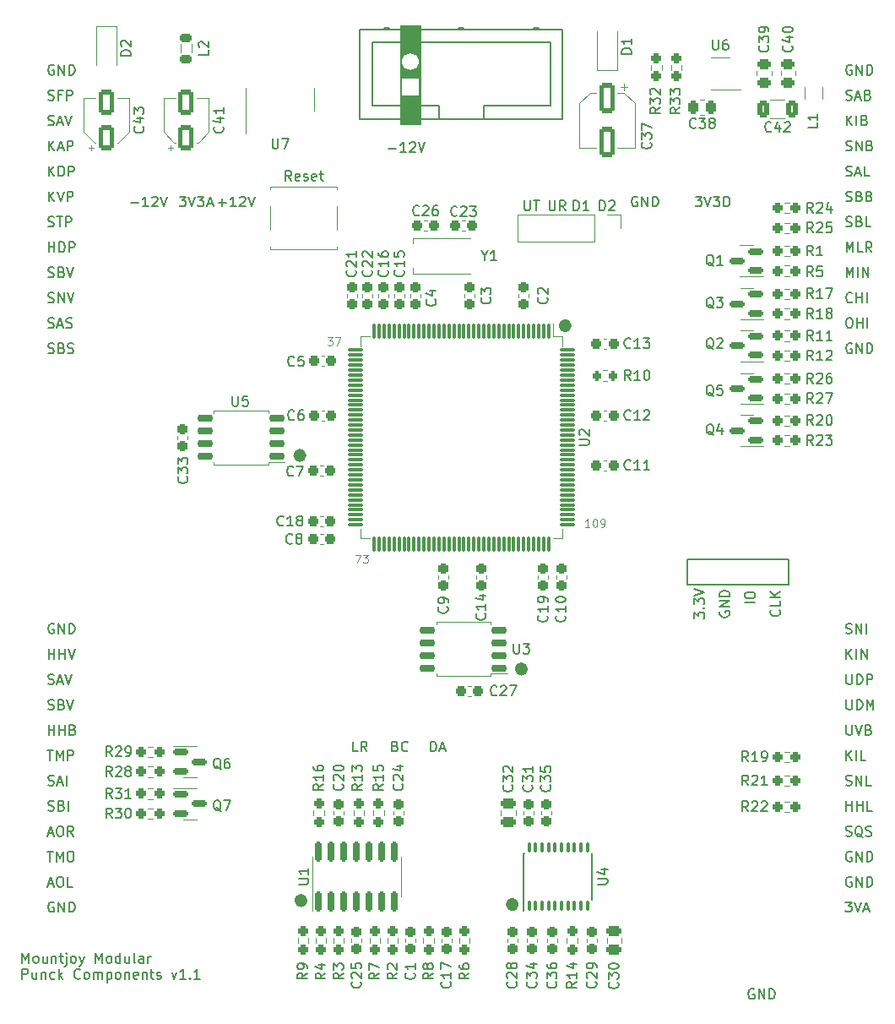
<source format=gbr>
%TF.GenerationSoftware,KiCad,Pcbnew,8.0.1*%
%TF.CreationDate,2024-05-28T13:06:32+01:00*%
%TF.ProjectId,Punck_Components,50756e63-6b5f-4436-9f6d-706f6e656e74,rev?*%
%TF.SameCoordinates,Original*%
%TF.FileFunction,Legend,Top*%
%TF.FilePolarity,Positive*%
%FSLAX46Y46*%
G04 Gerber Fmt 4.6, Leading zero omitted, Abs format (unit mm)*
G04 Created by KiCad (PCBNEW 8.0.1) date 2024-05-28 13:06:32*
%MOMM*%
%LPD*%
G01*
G04 APERTURE LIST*
G04 Aperture macros list*
%AMRoundRect*
0 Rectangle with rounded corners*
0 $1 Rounding radius*
0 $2 $3 $4 $5 $6 $7 $8 $9 X,Y pos of 4 corners*
0 Add a 4 corners polygon primitive as box body*
4,1,4,$2,$3,$4,$5,$6,$7,$8,$9,$2,$3,0*
0 Add four circle primitives for the rounded corners*
1,1,$1+$1,$2,$3*
1,1,$1+$1,$4,$5*
1,1,$1+$1,$6,$7*
1,1,$1+$1,$8,$9*
0 Add four rect primitives between the rounded corners*
20,1,$1+$1,$2,$3,$4,$5,0*
20,1,$1+$1,$4,$5,$6,$7,0*
20,1,$1+$1,$6,$7,$8,$9,0*
20,1,$1+$1,$8,$9,$2,$3,0*%
G04 Aperture macros list end*
%ADD10C,0.640685*%
%ADD11C,0.150000*%
%ADD12C,0.120000*%
%ADD13C,0.200000*%
%ADD14C,0.100000*%
%ADD15RoundRect,0.237500X0.250000X0.237500X-0.250000X0.237500X-0.250000X-0.237500X0.250000X-0.237500X0*%
%ADD16RoundRect,0.237500X-0.237500X0.250000X-0.237500X-0.250000X0.237500X-0.250000X0.237500X0.250000X0*%
%ADD17R,1.700000X1.700000*%
%ADD18C,1.700000*%
%ADD19RoundRect,0.237500X-0.237500X0.300000X-0.237500X-0.300000X0.237500X-0.300000X0.237500X0.300000X0*%
%ADD20RoundRect,0.250000X-0.450000X0.262500X-0.450000X-0.262500X0.450000X-0.262500X0.450000X0.262500X0*%
%ADD21R,1.500000X2.000000*%
%ADD22R,3.800000X2.000000*%
%ADD23RoundRect,0.237500X-0.250000X-0.237500X0.250000X-0.237500X0.250000X0.237500X-0.250000X0.237500X0*%
%ADD24C,2.000000*%
%ADD25RoundRect,0.100000X0.100000X-0.400000X0.100000X0.400000X-0.100000X0.400000X-0.100000X-0.400000X0*%
%ADD26RoundRect,0.250000X0.262500X0.450000X-0.262500X0.450000X-0.262500X-0.450000X0.262500X-0.450000X0*%
%ADD27RoundRect,0.237500X0.237500X-0.300000X0.237500X0.300000X-0.237500X0.300000X-0.237500X-0.300000X0*%
%ADD28RoundRect,0.150000X-0.587500X-0.150000X0.587500X-0.150000X0.587500X0.150000X-0.587500X0.150000X0*%
%ADD29RoundRect,0.237500X0.237500X-0.250000X0.237500X0.250000X-0.237500X0.250000X-0.237500X-0.250000X0*%
%ADD30RoundRect,0.250000X0.475000X-0.250000X0.475000X0.250000X-0.475000X0.250000X-0.475000X-0.250000X0*%
%ADD31RoundRect,0.250000X-0.475000X0.250000X-0.475000X-0.250000X0.475000X-0.250000X0.475000X0.250000X0*%
%ADD32RoundRect,0.150000X0.650000X0.150000X-0.650000X0.150000X-0.650000X-0.150000X0.650000X-0.150000X0*%
%ADD33RoundRect,0.150000X0.587500X0.150000X-0.587500X0.150000X-0.587500X-0.150000X0.587500X-0.150000X0*%
%ADD34R,1.600000X0.800000*%
%ADD35RoundRect,0.200000X0.200000X0.275000X-0.200000X0.275000X-0.200000X-0.275000X0.200000X-0.275000X0*%
%ADD36RoundRect,0.150000X0.150000X-0.825000X0.150000X0.825000X-0.150000X0.825000X-0.150000X-0.825000X0*%
%ADD37RoundRect,0.237500X0.300000X0.237500X-0.300000X0.237500X-0.300000X-0.237500X0.300000X-0.237500X0*%
%ADD38O,1.700000X1.700000*%
%ADD39RoundRect,0.237500X-0.300000X-0.237500X0.300000X-0.237500X0.300000X0.237500X-0.300000X0.237500X0*%
%ADD40RoundRect,0.075000X-0.075000X0.662500X-0.075000X-0.662500X0.075000X-0.662500X0.075000X0.662500X0*%
%ADD41RoundRect,0.075000X-0.662500X0.075000X-0.662500X-0.075000X0.662500X-0.075000X0.662500X0.075000X0*%
%ADD42R,2.450000X2.400000*%
%ADD43R,2.550000X2.400000*%
%ADD44R,1.200000X0.900000*%
%ADD45RoundRect,0.250000X0.550000X-1.050000X0.550000X1.050000X-0.550000X1.050000X-0.550000X-1.050000X0*%
%ADD46R,2.200000X1.000000*%
%ADD47RoundRect,0.250000X0.312500X0.625000X-0.312500X0.625000X-0.312500X-0.625000X0.312500X-0.625000X0*%
%ADD48RoundRect,0.218750X0.381250X-0.218750X0.381250X0.218750X-0.381250X0.218750X-0.381250X-0.218750X0*%
%ADD49R,1.560000X0.650000*%
%ADD50RoundRect,0.250000X-0.550000X1.250000X-0.550000X-1.250000X0.550000X-1.250000X0.550000X1.250000X0*%
G04 APERTURE END LIST*
D10*
X56320342Y-31600000D02*
G75*
G02*
X55679658Y-31600000I-320342J0D01*
G01*
X55679658Y-31600000D02*
G75*
G02*
X56320342Y-31600000I320342J0D01*
G01*
X29820342Y-89200000D02*
G75*
G02*
X29179658Y-89200000I-320342J0D01*
G01*
X29179658Y-89200000D02*
G75*
G02*
X29820342Y-89200000I320342J0D01*
G01*
X51920342Y-66000000D02*
G75*
G02*
X51279658Y-66000000I-320342J0D01*
G01*
X51279658Y-66000000D02*
G75*
G02*
X51920342Y-66000000I320342J0D01*
G01*
X29720342Y-44600000D02*
G75*
G02*
X29079658Y-44600000I-320342J0D01*
G01*
X29079658Y-44600000D02*
G75*
G02*
X29720342Y-44600000I320342J0D01*
G01*
X51020342Y-89600000D02*
G75*
G02*
X50379658Y-89600000I-320342J0D01*
G01*
X50379658Y-89600000D02*
G75*
G02*
X51020342Y-89600000I320342J0D01*
G01*
D11*
X4214286Y-19136634D02*
X4214286Y-18136634D01*
X4785714Y-19136634D02*
X4357143Y-18565205D01*
X4785714Y-18136634D02*
X4214286Y-18708062D01*
X5071429Y-18136634D02*
X5404762Y-19136634D01*
X5404762Y-19136634D02*
X5738095Y-18136634D01*
X6071429Y-19136634D02*
X6071429Y-18136634D01*
X6071429Y-18136634D02*
X6452381Y-18136634D01*
X6452381Y-18136634D02*
X6547619Y-18184253D01*
X6547619Y-18184253D02*
X6595238Y-18231872D01*
X6595238Y-18231872D02*
X6642857Y-18327110D01*
X6642857Y-18327110D02*
X6642857Y-18469967D01*
X6642857Y-18469967D02*
X6595238Y-18565205D01*
X6595238Y-18565205D02*
X6547619Y-18612824D01*
X6547619Y-18612824D02*
X6452381Y-18660443D01*
X6452381Y-18660443D02*
X6071429Y-18660443D01*
D12*
X34952380Y-54563855D02*
X35485714Y-54563855D01*
X35485714Y-54563855D02*
X35142856Y-55363855D01*
X35714285Y-54563855D02*
X36209523Y-54563855D01*
X36209523Y-54563855D02*
X35942857Y-54868617D01*
X35942857Y-54868617D02*
X36057142Y-54868617D01*
X36057142Y-54868617D02*
X36133333Y-54906712D01*
X36133333Y-54906712D02*
X36171428Y-54944807D01*
X36171428Y-54944807D02*
X36209523Y-55020998D01*
X36209523Y-55020998D02*
X36209523Y-55211474D01*
X36209523Y-55211474D02*
X36171428Y-55287664D01*
X36171428Y-55287664D02*
X36133333Y-55325760D01*
X36133333Y-55325760D02*
X36057142Y-55363855D01*
X36057142Y-55363855D02*
X35828571Y-55363855D01*
X35828571Y-55363855D02*
X35752380Y-55325760D01*
X35752380Y-55325760D02*
X35714285Y-55287664D01*
D11*
X4166667Y-70016289D02*
X4309524Y-70063908D01*
X4309524Y-70063908D02*
X4547619Y-70063908D01*
X4547619Y-70063908D02*
X4642857Y-70016289D01*
X4642857Y-70016289D02*
X4690476Y-69968669D01*
X4690476Y-69968669D02*
X4738095Y-69873431D01*
X4738095Y-69873431D02*
X4738095Y-69778193D01*
X4738095Y-69778193D02*
X4690476Y-69682955D01*
X4690476Y-69682955D02*
X4642857Y-69635336D01*
X4642857Y-69635336D02*
X4547619Y-69587717D01*
X4547619Y-69587717D02*
X4357143Y-69540098D01*
X4357143Y-69540098D02*
X4261905Y-69492479D01*
X4261905Y-69492479D02*
X4214286Y-69444860D01*
X4214286Y-69444860D02*
X4166667Y-69349622D01*
X4166667Y-69349622D02*
X4166667Y-69254384D01*
X4166667Y-69254384D02*
X4214286Y-69159146D01*
X4214286Y-69159146D02*
X4261905Y-69111527D01*
X4261905Y-69111527D02*
X4357143Y-69063908D01*
X4357143Y-69063908D02*
X4595238Y-69063908D01*
X4595238Y-69063908D02*
X4738095Y-69111527D01*
X5500000Y-69540098D02*
X5642857Y-69587717D01*
X5642857Y-69587717D02*
X5690476Y-69635336D01*
X5690476Y-69635336D02*
X5738095Y-69730574D01*
X5738095Y-69730574D02*
X5738095Y-69873431D01*
X5738095Y-69873431D02*
X5690476Y-69968669D01*
X5690476Y-69968669D02*
X5642857Y-70016289D01*
X5642857Y-70016289D02*
X5547619Y-70063908D01*
X5547619Y-70063908D02*
X5166667Y-70063908D01*
X5166667Y-70063908D02*
X5166667Y-69063908D01*
X5166667Y-69063908D02*
X5500000Y-69063908D01*
X5500000Y-69063908D02*
X5595238Y-69111527D01*
X5595238Y-69111527D02*
X5642857Y-69159146D01*
X5642857Y-69159146D02*
X5690476Y-69254384D01*
X5690476Y-69254384D02*
X5690476Y-69349622D01*
X5690476Y-69349622D02*
X5642857Y-69444860D01*
X5642857Y-69444860D02*
X5595238Y-69492479D01*
X5595238Y-69492479D02*
X5500000Y-69540098D01*
X5500000Y-69540098D02*
X5166667Y-69540098D01*
X6023810Y-69063908D02*
X6357143Y-70063908D01*
X6357143Y-70063908D02*
X6690476Y-69063908D01*
X84214286Y-11527545D02*
X84214286Y-10527545D01*
X84785714Y-11527545D02*
X84357143Y-10956116D01*
X84785714Y-10527545D02*
X84214286Y-11098973D01*
X85214286Y-11527545D02*
X85214286Y-10527545D01*
X86023809Y-11003735D02*
X86166666Y-11051354D01*
X86166666Y-11051354D02*
X86214285Y-11098973D01*
X86214285Y-11098973D02*
X86261904Y-11194211D01*
X86261904Y-11194211D02*
X86261904Y-11337068D01*
X86261904Y-11337068D02*
X86214285Y-11432306D01*
X86214285Y-11432306D02*
X86166666Y-11479926D01*
X86166666Y-11479926D02*
X86071428Y-11527545D01*
X86071428Y-11527545D02*
X85690476Y-11527545D01*
X85690476Y-11527545D02*
X85690476Y-10527545D01*
X85690476Y-10527545D02*
X86023809Y-10527545D01*
X86023809Y-10527545D02*
X86119047Y-10575164D01*
X86119047Y-10575164D02*
X86166666Y-10622783D01*
X86166666Y-10622783D02*
X86214285Y-10718021D01*
X86214285Y-10718021D02*
X86214285Y-10813259D01*
X86214285Y-10813259D02*
X86166666Y-10908497D01*
X86166666Y-10908497D02*
X86119047Y-10956116D01*
X86119047Y-10956116D02*
X86023809Y-11003735D01*
X86023809Y-11003735D02*
X85690476Y-11003735D01*
X4214286Y-64991182D02*
X4214286Y-63991182D01*
X4214286Y-64467372D02*
X4785714Y-64467372D01*
X4785714Y-64991182D02*
X4785714Y-63991182D01*
X5261905Y-64991182D02*
X5261905Y-63991182D01*
X5261905Y-64467372D02*
X5833333Y-64467372D01*
X5833333Y-64991182D02*
X5833333Y-63991182D01*
X6166667Y-63991182D02*
X6500000Y-64991182D01*
X6500000Y-64991182D02*
X6833333Y-63991182D01*
X84200001Y-64991182D02*
X84200001Y-63991182D01*
X84771429Y-64991182D02*
X84342858Y-64419753D01*
X84771429Y-63991182D02*
X84200001Y-64562610D01*
X85200001Y-64991182D02*
X85200001Y-63991182D01*
X85676191Y-64991182D02*
X85676191Y-63991182D01*
X85676191Y-63991182D02*
X86247619Y-64991182D01*
X86247619Y-64991182D02*
X86247619Y-63991182D01*
X42509524Y-74254819D02*
X42509524Y-73254819D01*
X42509524Y-73254819D02*
X42747619Y-73254819D01*
X42747619Y-73254819D02*
X42890476Y-73302438D01*
X42890476Y-73302438D02*
X42985714Y-73397676D01*
X42985714Y-73397676D02*
X43033333Y-73492914D01*
X43033333Y-73492914D02*
X43080952Y-73683390D01*
X43080952Y-73683390D02*
X43080952Y-73826247D01*
X43080952Y-73826247D02*
X43033333Y-74016723D01*
X43033333Y-74016723D02*
X42985714Y-74111961D01*
X42985714Y-74111961D02*
X42890476Y-74207200D01*
X42890476Y-74207200D02*
X42747619Y-74254819D01*
X42747619Y-74254819D02*
X42509524Y-74254819D01*
X43461905Y-73969104D02*
X43938095Y-73969104D01*
X43366667Y-74254819D02*
X43700000Y-73254819D01*
X43700000Y-73254819D02*
X44033333Y-74254819D01*
X69061905Y-18654819D02*
X69680952Y-18654819D01*
X69680952Y-18654819D02*
X69347619Y-19035771D01*
X69347619Y-19035771D02*
X69490476Y-19035771D01*
X69490476Y-19035771D02*
X69585714Y-19083390D01*
X69585714Y-19083390D02*
X69633333Y-19131009D01*
X69633333Y-19131009D02*
X69680952Y-19226247D01*
X69680952Y-19226247D02*
X69680952Y-19464342D01*
X69680952Y-19464342D02*
X69633333Y-19559580D01*
X69633333Y-19559580D02*
X69585714Y-19607200D01*
X69585714Y-19607200D02*
X69490476Y-19654819D01*
X69490476Y-19654819D02*
X69204762Y-19654819D01*
X69204762Y-19654819D02*
X69109524Y-19607200D01*
X69109524Y-19607200D02*
X69061905Y-19559580D01*
X69966667Y-18654819D02*
X70300000Y-19654819D01*
X70300000Y-19654819D02*
X70633333Y-18654819D01*
X70871429Y-18654819D02*
X71490476Y-18654819D01*
X71490476Y-18654819D02*
X71157143Y-19035771D01*
X71157143Y-19035771D02*
X71300000Y-19035771D01*
X71300000Y-19035771D02*
X71395238Y-19083390D01*
X71395238Y-19083390D02*
X71442857Y-19131009D01*
X71442857Y-19131009D02*
X71490476Y-19226247D01*
X71490476Y-19226247D02*
X71490476Y-19464342D01*
X71490476Y-19464342D02*
X71442857Y-19559580D01*
X71442857Y-19559580D02*
X71395238Y-19607200D01*
X71395238Y-19607200D02*
X71300000Y-19654819D01*
X71300000Y-19654819D02*
X71014286Y-19654819D01*
X71014286Y-19654819D02*
X70919048Y-19607200D01*
X70919048Y-19607200D02*
X70871429Y-19559580D01*
X71919048Y-19654819D02*
X71919048Y-18654819D01*
X71919048Y-18654819D02*
X72157143Y-18654819D01*
X72157143Y-18654819D02*
X72300000Y-18702438D01*
X72300000Y-18702438D02*
X72395238Y-18797676D01*
X72395238Y-18797676D02*
X72442857Y-18892914D01*
X72442857Y-18892914D02*
X72490476Y-19083390D01*
X72490476Y-19083390D02*
X72490476Y-19226247D01*
X72490476Y-19226247D02*
X72442857Y-19416723D01*
X72442857Y-19416723D02*
X72395238Y-19511961D01*
X72395238Y-19511961D02*
X72300000Y-19607200D01*
X72300000Y-19607200D02*
X72157143Y-19654819D01*
X72157143Y-19654819D02*
X71919048Y-19654819D01*
X84723809Y-86866068D02*
X84628571Y-86818449D01*
X84628571Y-86818449D02*
X84485714Y-86818449D01*
X84485714Y-86818449D02*
X84342857Y-86866068D01*
X84342857Y-86866068D02*
X84247619Y-86961306D01*
X84247619Y-86961306D02*
X84200000Y-87056544D01*
X84200000Y-87056544D02*
X84152381Y-87247020D01*
X84152381Y-87247020D02*
X84152381Y-87389877D01*
X84152381Y-87389877D02*
X84200000Y-87580353D01*
X84200000Y-87580353D02*
X84247619Y-87675591D01*
X84247619Y-87675591D02*
X84342857Y-87770830D01*
X84342857Y-87770830D02*
X84485714Y-87818449D01*
X84485714Y-87818449D02*
X84580952Y-87818449D01*
X84580952Y-87818449D02*
X84723809Y-87770830D01*
X84723809Y-87770830D02*
X84771428Y-87723210D01*
X84771428Y-87723210D02*
X84771428Y-87389877D01*
X84771428Y-87389877D02*
X84580952Y-87389877D01*
X85200000Y-87818449D02*
X85200000Y-86818449D01*
X85200000Y-86818449D02*
X85771428Y-87818449D01*
X85771428Y-87818449D02*
X85771428Y-86818449D01*
X86247619Y-87818449D02*
X86247619Y-86818449D01*
X86247619Y-86818449D02*
X86485714Y-86818449D01*
X86485714Y-86818449D02*
X86628571Y-86866068D01*
X86628571Y-86866068D02*
X86723809Y-86961306D01*
X86723809Y-86961306D02*
X86771428Y-87056544D01*
X86771428Y-87056544D02*
X86819047Y-87247020D01*
X86819047Y-87247020D02*
X86819047Y-87389877D01*
X86819047Y-87389877D02*
X86771428Y-87580353D01*
X86771428Y-87580353D02*
X86723809Y-87675591D01*
X86723809Y-87675591D02*
X86628571Y-87770830D01*
X86628571Y-87770830D02*
X86485714Y-87818449D01*
X86485714Y-87818449D02*
X86247619Y-87818449D01*
X28561904Y-17054819D02*
X28228571Y-16578628D01*
X27990476Y-17054819D02*
X27990476Y-16054819D01*
X27990476Y-16054819D02*
X28371428Y-16054819D01*
X28371428Y-16054819D02*
X28466666Y-16102438D01*
X28466666Y-16102438D02*
X28514285Y-16150057D01*
X28514285Y-16150057D02*
X28561904Y-16245295D01*
X28561904Y-16245295D02*
X28561904Y-16388152D01*
X28561904Y-16388152D02*
X28514285Y-16483390D01*
X28514285Y-16483390D02*
X28466666Y-16531009D01*
X28466666Y-16531009D02*
X28371428Y-16578628D01*
X28371428Y-16578628D02*
X27990476Y-16578628D01*
X29371428Y-17007200D02*
X29276190Y-17054819D01*
X29276190Y-17054819D02*
X29085714Y-17054819D01*
X29085714Y-17054819D02*
X28990476Y-17007200D01*
X28990476Y-17007200D02*
X28942857Y-16911961D01*
X28942857Y-16911961D02*
X28942857Y-16531009D01*
X28942857Y-16531009D02*
X28990476Y-16435771D01*
X28990476Y-16435771D02*
X29085714Y-16388152D01*
X29085714Y-16388152D02*
X29276190Y-16388152D01*
X29276190Y-16388152D02*
X29371428Y-16435771D01*
X29371428Y-16435771D02*
X29419047Y-16531009D01*
X29419047Y-16531009D02*
X29419047Y-16626247D01*
X29419047Y-16626247D02*
X28942857Y-16721485D01*
X29800000Y-17007200D02*
X29895238Y-17054819D01*
X29895238Y-17054819D02*
X30085714Y-17054819D01*
X30085714Y-17054819D02*
X30180952Y-17007200D01*
X30180952Y-17007200D02*
X30228571Y-16911961D01*
X30228571Y-16911961D02*
X30228571Y-16864342D01*
X30228571Y-16864342D02*
X30180952Y-16769104D01*
X30180952Y-16769104D02*
X30085714Y-16721485D01*
X30085714Y-16721485D02*
X29942857Y-16721485D01*
X29942857Y-16721485D02*
X29847619Y-16673866D01*
X29847619Y-16673866D02*
X29800000Y-16578628D01*
X29800000Y-16578628D02*
X29800000Y-16531009D01*
X29800000Y-16531009D02*
X29847619Y-16435771D01*
X29847619Y-16435771D02*
X29942857Y-16388152D01*
X29942857Y-16388152D02*
X30085714Y-16388152D01*
X30085714Y-16388152D02*
X30180952Y-16435771D01*
X31038095Y-17007200D02*
X30942857Y-17054819D01*
X30942857Y-17054819D02*
X30752381Y-17054819D01*
X30752381Y-17054819D02*
X30657143Y-17007200D01*
X30657143Y-17007200D02*
X30609524Y-16911961D01*
X30609524Y-16911961D02*
X30609524Y-16531009D01*
X30609524Y-16531009D02*
X30657143Y-16435771D01*
X30657143Y-16435771D02*
X30752381Y-16388152D01*
X30752381Y-16388152D02*
X30942857Y-16388152D01*
X30942857Y-16388152D02*
X31038095Y-16435771D01*
X31038095Y-16435771D02*
X31085714Y-16531009D01*
X31085714Y-16531009D02*
X31085714Y-16626247D01*
X31085714Y-16626247D02*
X30609524Y-16721485D01*
X31371429Y-16388152D02*
X31752381Y-16388152D01*
X31514286Y-16054819D02*
X31514286Y-16911961D01*
X31514286Y-16911961D02*
X31561905Y-17007200D01*
X31561905Y-17007200D02*
X31657143Y-17054819D01*
X31657143Y-17054819D02*
X31752381Y-17054819D01*
X84200000Y-75136634D02*
X84200000Y-74136634D01*
X84771428Y-75136634D02*
X84342857Y-74565205D01*
X84771428Y-74136634D02*
X84200000Y-74708062D01*
X85200000Y-75136634D02*
X85200000Y-74136634D01*
X86152380Y-75136634D02*
X85676190Y-75136634D01*
X85676190Y-75136634D02*
X85676190Y-74136634D01*
X4166667Y-11479926D02*
X4309524Y-11527545D01*
X4309524Y-11527545D02*
X4547619Y-11527545D01*
X4547619Y-11527545D02*
X4642857Y-11479926D01*
X4642857Y-11479926D02*
X4690476Y-11432306D01*
X4690476Y-11432306D02*
X4738095Y-11337068D01*
X4738095Y-11337068D02*
X4738095Y-11241830D01*
X4738095Y-11241830D02*
X4690476Y-11146592D01*
X4690476Y-11146592D02*
X4642857Y-11098973D01*
X4642857Y-11098973D02*
X4547619Y-11051354D01*
X4547619Y-11051354D02*
X4357143Y-11003735D01*
X4357143Y-11003735D02*
X4261905Y-10956116D01*
X4261905Y-10956116D02*
X4214286Y-10908497D01*
X4214286Y-10908497D02*
X4166667Y-10813259D01*
X4166667Y-10813259D02*
X4166667Y-10718021D01*
X4166667Y-10718021D02*
X4214286Y-10622783D01*
X4214286Y-10622783D02*
X4261905Y-10575164D01*
X4261905Y-10575164D02*
X4357143Y-10527545D01*
X4357143Y-10527545D02*
X4595238Y-10527545D01*
X4595238Y-10527545D02*
X4738095Y-10575164D01*
X5119048Y-11241830D02*
X5595238Y-11241830D01*
X5023810Y-11527545D02*
X5357143Y-10527545D01*
X5357143Y-10527545D02*
X5690476Y-11527545D01*
X5880953Y-10527545D02*
X6214286Y-11527545D01*
X6214286Y-11527545D02*
X6547619Y-10527545D01*
X84214286Y-24209360D02*
X84214286Y-23209360D01*
X84214286Y-23209360D02*
X84547619Y-23923645D01*
X84547619Y-23923645D02*
X84880952Y-23209360D01*
X84880952Y-23209360D02*
X84880952Y-24209360D01*
X85833333Y-24209360D02*
X85357143Y-24209360D01*
X85357143Y-24209360D02*
X85357143Y-23209360D01*
X86738095Y-24209360D02*
X86404762Y-23733169D01*
X86166667Y-24209360D02*
X86166667Y-23209360D01*
X86166667Y-23209360D02*
X86547619Y-23209360D01*
X86547619Y-23209360D02*
X86642857Y-23256979D01*
X86642857Y-23256979D02*
X86690476Y-23304598D01*
X86690476Y-23304598D02*
X86738095Y-23399836D01*
X86738095Y-23399836D02*
X86738095Y-23542693D01*
X86738095Y-23542693D02*
X86690476Y-23637931D01*
X86690476Y-23637931D02*
X86642857Y-23685550D01*
X86642857Y-23685550D02*
X86547619Y-23733169D01*
X86547619Y-23733169D02*
X86166667Y-23733169D01*
X84166667Y-14016289D02*
X84309524Y-14063908D01*
X84309524Y-14063908D02*
X84547619Y-14063908D01*
X84547619Y-14063908D02*
X84642857Y-14016289D01*
X84642857Y-14016289D02*
X84690476Y-13968669D01*
X84690476Y-13968669D02*
X84738095Y-13873431D01*
X84738095Y-13873431D02*
X84738095Y-13778193D01*
X84738095Y-13778193D02*
X84690476Y-13682955D01*
X84690476Y-13682955D02*
X84642857Y-13635336D01*
X84642857Y-13635336D02*
X84547619Y-13587717D01*
X84547619Y-13587717D02*
X84357143Y-13540098D01*
X84357143Y-13540098D02*
X84261905Y-13492479D01*
X84261905Y-13492479D02*
X84214286Y-13444860D01*
X84214286Y-13444860D02*
X84166667Y-13349622D01*
X84166667Y-13349622D02*
X84166667Y-13254384D01*
X84166667Y-13254384D02*
X84214286Y-13159146D01*
X84214286Y-13159146D02*
X84261905Y-13111527D01*
X84261905Y-13111527D02*
X84357143Y-13063908D01*
X84357143Y-13063908D02*
X84595238Y-13063908D01*
X84595238Y-13063908D02*
X84738095Y-13111527D01*
X85166667Y-14063908D02*
X85166667Y-13063908D01*
X85166667Y-13063908D02*
X85738095Y-14063908D01*
X85738095Y-14063908D02*
X85738095Y-13063908D01*
X86547619Y-13540098D02*
X86690476Y-13587717D01*
X86690476Y-13587717D02*
X86738095Y-13635336D01*
X86738095Y-13635336D02*
X86785714Y-13730574D01*
X86785714Y-13730574D02*
X86785714Y-13873431D01*
X86785714Y-13873431D02*
X86738095Y-13968669D01*
X86738095Y-13968669D02*
X86690476Y-14016289D01*
X86690476Y-14016289D02*
X86595238Y-14063908D01*
X86595238Y-14063908D02*
X86214286Y-14063908D01*
X86214286Y-14063908D02*
X86214286Y-13063908D01*
X86214286Y-13063908D02*
X86547619Y-13063908D01*
X86547619Y-13063908D02*
X86642857Y-13111527D01*
X86642857Y-13111527D02*
X86690476Y-13159146D01*
X86690476Y-13159146D02*
X86738095Y-13254384D01*
X86738095Y-13254384D02*
X86738095Y-13349622D01*
X86738095Y-13349622D02*
X86690476Y-13444860D01*
X86690476Y-13444860D02*
X86642857Y-13492479D01*
X86642857Y-13492479D02*
X86547619Y-13540098D01*
X86547619Y-13540098D02*
X86214286Y-13540098D01*
X84738095Y-33402438D02*
X84642857Y-33354819D01*
X84642857Y-33354819D02*
X84500000Y-33354819D01*
X84500000Y-33354819D02*
X84357143Y-33402438D01*
X84357143Y-33402438D02*
X84261905Y-33497676D01*
X84261905Y-33497676D02*
X84214286Y-33592914D01*
X84214286Y-33592914D02*
X84166667Y-33783390D01*
X84166667Y-33783390D02*
X84166667Y-33926247D01*
X84166667Y-33926247D02*
X84214286Y-34116723D01*
X84214286Y-34116723D02*
X84261905Y-34211961D01*
X84261905Y-34211961D02*
X84357143Y-34307200D01*
X84357143Y-34307200D02*
X84500000Y-34354819D01*
X84500000Y-34354819D02*
X84595238Y-34354819D01*
X84595238Y-34354819D02*
X84738095Y-34307200D01*
X84738095Y-34307200D02*
X84785714Y-34259580D01*
X84785714Y-34259580D02*
X84785714Y-33926247D01*
X84785714Y-33926247D02*
X84595238Y-33926247D01*
X85214286Y-34354819D02*
X85214286Y-33354819D01*
X85214286Y-33354819D02*
X85785714Y-34354819D01*
X85785714Y-34354819D02*
X85785714Y-33354819D01*
X86261905Y-34354819D02*
X86261905Y-33354819D01*
X86261905Y-33354819D02*
X86500000Y-33354819D01*
X86500000Y-33354819D02*
X86642857Y-33402438D01*
X86642857Y-33402438D02*
X86738095Y-33497676D01*
X86738095Y-33497676D02*
X86785714Y-33592914D01*
X86785714Y-33592914D02*
X86833333Y-33783390D01*
X86833333Y-33783390D02*
X86833333Y-33926247D01*
X86833333Y-33926247D02*
X86785714Y-34116723D01*
X86785714Y-34116723D02*
X86738095Y-34211961D01*
X86738095Y-34211961D02*
X86642857Y-34307200D01*
X86642857Y-34307200D02*
X86500000Y-34354819D01*
X86500000Y-34354819D02*
X86261905Y-34354819D01*
X4166667Y-80161741D02*
X4309524Y-80209360D01*
X4309524Y-80209360D02*
X4547619Y-80209360D01*
X4547619Y-80209360D02*
X4642857Y-80161741D01*
X4642857Y-80161741D02*
X4690476Y-80114121D01*
X4690476Y-80114121D02*
X4738095Y-80018883D01*
X4738095Y-80018883D02*
X4738095Y-79923645D01*
X4738095Y-79923645D02*
X4690476Y-79828407D01*
X4690476Y-79828407D02*
X4642857Y-79780788D01*
X4642857Y-79780788D02*
X4547619Y-79733169D01*
X4547619Y-79733169D02*
X4357143Y-79685550D01*
X4357143Y-79685550D02*
X4261905Y-79637931D01*
X4261905Y-79637931D02*
X4214286Y-79590312D01*
X4214286Y-79590312D02*
X4166667Y-79495074D01*
X4166667Y-79495074D02*
X4166667Y-79399836D01*
X4166667Y-79399836D02*
X4214286Y-79304598D01*
X4214286Y-79304598D02*
X4261905Y-79256979D01*
X4261905Y-79256979D02*
X4357143Y-79209360D01*
X4357143Y-79209360D02*
X4595238Y-79209360D01*
X4595238Y-79209360D02*
X4738095Y-79256979D01*
X5500000Y-79685550D02*
X5642857Y-79733169D01*
X5642857Y-79733169D02*
X5690476Y-79780788D01*
X5690476Y-79780788D02*
X5738095Y-79876026D01*
X5738095Y-79876026D02*
X5738095Y-80018883D01*
X5738095Y-80018883D02*
X5690476Y-80114121D01*
X5690476Y-80114121D02*
X5642857Y-80161741D01*
X5642857Y-80161741D02*
X5547619Y-80209360D01*
X5547619Y-80209360D02*
X5166667Y-80209360D01*
X5166667Y-80209360D02*
X5166667Y-79209360D01*
X5166667Y-79209360D02*
X5500000Y-79209360D01*
X5500000Y-79209360D02*
X5595238Y-79256979D01*
X5595238Y-79256979D02*
X5642857Y-79304598D01*
X5642857Y-79304598D02*
X5690476Y-79399836D01*
X5690476Y-79399836D02*
X5690476Y-79495074D01*
X5690476Y-79495074D02*
X5642857Y-79590312D01*
X5642857Y-79590312D02*
X5595238Y-79637931D01*
X5595238Y-79637931D02*
X5500000Y-79685550D01*
X5500000Y-79685550D02*
X5166667Y-79685550D01*
X6166667Y-80209360D02*
X6166667Y-79209360D01*
X4071429Y-74136634D02*
X4642857Y-74136634D01*
X4357143Y-75136634D02*
X4357143Y-74136634D01*
X4976191Y-75136634D02*
X4976191Y-74136634D01*
X4976191Y-74136634D02*
X5309524Y-74850919D01*
X5309524Y-74850919D02*
X5642857Y-74136634D01*
X5642857Y-74136634D02*
X5642857Y-75136634D01*
X6119048Y-75136634D02*
X6119048Y-74136634D01*
X6119048Y-74136634D02*
X6500000Y-74136634D01*
X6500000Y-74136634D02*
X6595238Y-74184253D01*
X6595238Y-74184253D02*
X6642857Y-74231872D01*
X6642857Y-74231872D02*
X6690476Y-74327110D01*
X6690476Y-74327110D02*
X6690476Y-74469967D01*
X6690476Y-74469967D02*
X6642857Y-74565205D01*
X6642857Y-74565205D02*
X6595238Y-74612824D01*
X6595238Y-74612824D02*
X6500000Y-74660443D01*
X6500000Y-74660443D02*
X6119048Y-74660443D01*
X84214286Y-26745723D02*
X84214286Y-25745723D01*
X84214286Y-25745723D02*
X84547619Y-26460008D01*
X84547619Y-26460008D02*
X84880952Y-25745723D01*
X84880952Y-25745723D02*
X84880952Y-26745723D01*
X85357143Y-26745723D02*
X85357143Y-25745723D01*
X85833333Y-26745723D02*
X85833333Y-25745723D01*
X85833333Y-25745723D02*
X86404761Y-26745723D01*
X86404761Y-26745723D02*
X86404761Y-25745723D01*
X4166667Y-26698104D02*
X4309524Y-26745723D01*
X4309524Y-26745723D02*
X4547619Y-26745723D01*
X4547619Y-26745723D02*
X4642857Y-26698104D01*
X4642857Y-26698104D02*
X4690476Y-26650484D01*
X4690476Y-26650484D02*
X4738095Y-26555246D01*
X4738095Y-26555246D02*
X4738095Y-26460008D01*
X4738095Y-26460008D02*
X4690476Y-26364770D01*
X4690476Y-26364770D02*
X4642857Y-26317151D01*
X4642857Y-26317151D02*
X4547619Y-26269532D01*
X4547619Y-26269532D02*
X4357143Y-26221913D01*
X4357143Y-26221913D02*
X4261905Y-26174294D01*
X4261905Y-26174294D02*
X4214286Y-26126675D01*
X4214286Y-26126675D02*
X4166667Y-26031437D01*
X4166667Y-26031437D02*
X4166667Y-25936199D01*
X4166667Y-25936199D02*
X4214286Y-25840961D01*
X4214286Y-25840961D02*
X4261905Y-25793342D01*
X4261905Y-25793342D02*
X4357143Y-25745723D01*
X4357143Y-25745723D02*
X4595238Y-25745723D01*
X4595238Y-25745723D02*
X4738095Y-25793342D01*
X5500000Y-26221913D02*
X5642857Y-26269532D01*
X5642857Y-26269532D02*
X5690476Y-26317151D01*
X5690476Y-26317151D02*
X5738095Y-26412389D01*
X5738095Y-26412389D02*
X5738095Y-26555246D01*
X5738095Y-26555246D02*
X5690476Y-26650484D01*
X5690476Y-26650484D02*
X5642857Y-26698104D01*
X5642857Y-26698104D02*
X5547619Y-26745723D01*
X5547619Y-26745723D02*
X5166667Y-26745723D01*
X5166667Y-26745723D02*
X5166667Y-25745723D01*
X5166667Y-25745723D02*
X5500000Y-25745723D01*
X5500000Y-25745723D02*
X5595238Y-25793342D01*
X5595238Y-25793342D02*
X5642857Y-25840961D01*
X5642857Y-25840961D02*
X5690476Y-25936199D01*
X5690476Y-25936199D02*
X5690476Y-26031437D01*
X5690476Y-26031437D02*
X5642857Y-26126675D01*
X5642857Y-26126675D02*
X5595238Y-26174294D01*
X5595238Y-26174294D02*
X5500000Y-26221913D01*
X5500000Y-26221913D02*
X5166667Y-26221913D01*
X6023810Y-25745723D02*
X6357143Y-26745723D01*
X6357143Y-26745723D02*
X6690476Y-25745723D01*
X84200000Y-69063908D02*
X84200000Y-69873431D01*
X84200000Y-69873431D02*
X84247619Y-69968669D01*
X84247619Y-69968669D02*
X84295238Y-70016289D01*
X84295238Y-70016289D02*
X84390476Y-70063908D01*
X84390476Y-70063908D02*
X84580952Y-70063908D01*
X84580952Y-70063908D02*
X84676190Y-70016289D01*
X84676190Y-70016289D02*
X84723809Y-69968669D01*
X84723809Y-69968669D02*
X84771428Y-69873431D01*
X84771428Y-69873431D02*
X84771428Y-69063908D01*
X85247619Y-70063908D02*
X85247619Y-69063908D01*
X85247619Y-69063908D02*
X85485714Y-69063908D01*
X85485714Y-69063908D02*
X85628571Y-69111527D01*
X85628571Y-69111527D02*
X85723809Y-69206765D01*
X85723809Y-69206765D02*
X85771428Y-69302003D01*
X85771428Y-69302003D02*
X85819047Y-69492479D01*
X85819047Y-69492479D02*
X85819047Y-69635336D01*
X85819047Y-69635336D02*
X85771428Y-69825812D01*
X85771428Y-69825812D02*
X85723809Y-69921050D01*
X85723809Y-69921050D02*
X85628571Y-70016289D01*
X85628571Y-70016289D02*
X85485714Y-70063908D01*
X85485714Y-70063908D02*
X85247619Y-70063908D01*
X86247619Y-70063908D02*
X86247619Y-69063908D01*
X86247619Y-69063908D02*
X86580952Y-69778193D01*
X86580952Y-69778193D02*
X86914285Y-69063908D01*
X86914285Y-69063908D02*
X86914285Y-70063908D01*
X84200000Y-66527545D02*
X84200000Y-67337068D01*
X84200000Y-67337068D02*
X84247619Y-67432306D01*
X84247619Y-67432306D02*
X84295238Y-67479926D01*
X84295238Y-67479926D02*
X84390476Y-67527545D01*
X84390476Y-67527545D02*
X84580952Y-67527545D01*
X84580952Y-67527545D02*
X84676190Y-67479926D01*
X84676190Y-67479926D02*
X84723809Y-67432306D01*
X84723809Y-67432306D02*
X84771428Y-67337068D01*
X84771428Y-67337068D02*
X84771428Y-66527545D01*
X85247619Y-67527545D02*
X85247619Y-66527545D01*
X85247619Y-66527545D02*
X85485714Y-66527545D01*
X85485714Y-66527545D02*
X85628571Y-66575164D01*
X85628571Y-66575164D02*
X85723809Y-66670402D01*
X85723809Y-66670402D02*
X85771428Y-66765640D01*
X85771428Y-66765640D02*
X85819047Y-66956116D01*
X85819047Y-66956116D02*
X85819047Y-67098973D01*
X85819047Y-67098973D02*
X85771428Y-67289449D01*
X85771428Y-67289449D02*
X85723809Y-67384687D01*
X85723809Y-67384687D02*
X85628571Y-67479926D01*
X85628571Y-67479926D02*
X85485714Y-67527545D01*
X85485714Y-67527545D02*
X85247619Y-67527545D01*
X86247619Y-67527545D02*
X86247619Y-66527545D01*
X86247619Y-66527545D02*
X86628571Y-66527545D01*
X86628571Y-66527545D02*
X86723809Y-66575164D01*
X86723809Y-66575164D02*
X86771428Y-66622783D01*
X86771428Y-66622783D02*
X86819047Y-66718021D01*
X86819047Y-66718021D02*
X86819047Y-66860878D01*
X86819047Y-66860878D02*
X86771428Y-66956116D01*
X86771428Y-66956116D02*
X86723809Y-67003735D01*
X86723809Y-67003735D02*
X86628571Y-67051354D01*
X86628571Y-67051354D02*
X86247619Y-67051354D01*
X84166667Y-21625378D02*
X84309524Y-21672997D01*
X84309524Y-21672997D02*
X84547619Y-21672997D01*
X84547619Y-21672997D02*
X84642857Y-21625378D01*
X84642857Y-21625378D02*
X84690476Y-21577758D01*
X84690476Y-21577758D02*
X84738095Y-21482520D01*
X84738095Y-21482520D02*
X84738095Y-21387282D01*
X84738095Y-21387282D02*
X84690476Y-21292044D01*
X84690476Y-21292044D02*
X84642857Y-21244425D01*
X84642857Y-21244425D02*
X84547619Y-21196806D01*
X84547619Y-21196806D02*
X84357143Y-21149187D01*
X84357143Y-21149187D02*
X84261905Y-21101568D01*
X84261905Y-21101568D02*
X84214286Y-21053949D01*
X84214286Y-21053949D02*
X84166667Y-20958711D01*
X84166667Y-20958711D02*
X84166667Y-20863473D01*
X84166667Y-20863473D02*
X84214286Y-20768235D01*
X84214286Y-20768235D02*
X84261905Y-20720616D01*
X84261905Y-20720616D02*
X84357143Y-20672997D01*
X84357143Y-20672997D02*
X84595238Y-20672997D01*
X84595238Y-20672997D02*
X84738095Y-20720616D01*
X85500000Y-21149187D02*
X85642857Y-21196806D01*
X85642857Y-21196806D02*
X85690476Y-21244425D01*
X85690476Y-21244425D02*
X85738095Y-21339663D01*
X85738095Y-21339663D02*
X85738095Y-21482520D01*
X85738095Y-21482520D02*
X85690476Y-21577758D01*
X85690476Y-21577758D02*
X85642857Y-21625378D01*
X85642857Y-21625378D02*
X85547619Y-21672997D01*
X85547619Y-21672997D02*
X85166667Y-21672997D01*
X85166667Y-21672997D02*
X85166667Y-20672997D01*
X85166667Y-20672997D02*
X85500000Y-20672997D01*
X85500000Y-20672997D02*
X85595238Y-20720616D01*
X85595238Y-20720616D02*
X85642857Y-20768235D01*
X85642857Y-20768235D02*
X85690476Y-20863473D01*
X85690476Y-20863473D02*
X85690476Y-20958711D01*
X85690476Y-20958711D02*
X85642857Y-21053949D01*
X85642857Y-21053949D02*
X85595238Y-21101568D01*
X85595238Y-21101568D02*
X85500000Y-21149187D01*
X85500000Y-21149187D02*
X85166667Y-21149187D01*
X86642857Y-21672997D02*
X86166667Y-21672997D01*
X86166667Y-21672997D02*
X86166667Y-20672997D01*
X54414286Y-19054819D02*
X54414286Y-19864342D01*
X54414286Y-19864342D02*
X54461905Y-19959580D01*
X54461905Y-19959580D02*
X54509524Y-20007200D01*
X54509524Y-20007200D02*
X54604762Y-20054819D01*
X54604762Y-20054819D02*
X54795238Y-20054819D01*
X54795238Y-20054819D02*
X54890476Y-20007200D01*
X54890476Y-20007200D02*
X54938095Y-19959580D01*
X54938095Y-19959580D02*
X54985714Y-19864342D01*
X54985714Y-19864342D02*
X54985714Y-19054819D01*
X56033333Y-20054819D02*
X55700000Y-19578628D01*
X55461905Y-20054819D02*
X55461905Y-19054819D01*
X55461905Y-19054819D02*
X55842857Y-19054819D01*
X55842857Y-19054819D02*
X55938095Y-19102438D01*
X55938095Y-19102438D02*
X55985714Y-19150057D01*
X55985714Y-19150057D02*
X56033333Y-19245295D01*
X56033333Y-19245295D02*
X56033333Y-19388152D01*
X56033333Y-19388152D02*
X55985714Y-19483390D01*
X55985714Y-19483390D02*
X55938095Y-19531009D01*
X55938095Y-19531009D02*
X55842857Y-19578628D01*
X55842857Y-19578628D02*
X55461905Y-19578628D01*
X4166667Y-87532734D02*
X4642857Y-87532734D01*
X4071429Y-87818449D02*
X4404762Y-86818449D01*
X4404762Y-86818449D02*
X4738095Y-87818449D01*
X5261905Y-86818449D02*
X5452381Y-86818449D01*
X5452381Y-86818449D02*
X5547619Y-86866068D01*
X5547619Y-86866068D02*
X5642857Y-86961306D01*
X5642857Y-86961306D02*
X5690476Y-87151782D01*
X5690476Y-87151782D02*
X5690476Y-87485115D01*
X5690476Y-87485115D02*
X5642857Y-87675591D01*
X5642857Y-87675591D02*
X5547619Y-87770830D01*
X5547619Y-87770830D02*
X5452381Y-87818449D01*
X5452381Y-87818449D02*
X5261905Y-87818449D01*
X5261905Y-87818449D02*
X5166667Y-87770830D01*
X5166667Y-87770830D02*
X5071429Y-87675591D01*
X5071429Y-87675591D02*
X5023810Y-87485115D01*
X5023810Y-87485115D02*
X5023810Y-87151782D01*
X5023810Y-87151782D02*
X5071429Y-86961306D01*
X5071429Y-86961306D02*
X5166667Y-86866068D01*
X5166667Y-86866068D02*
X5261905Y-86818449D01*
X6595238Y-87818449D02*
X6119048Y-87818449D01*
X6119048Y-87818449D02*
X6119048Y-86818449D01*
X84152381Y-82698104D02*
X84295238Y-82745723D01*
X84295238Y-82745723D02*
X84533333Y-82745723D01*
X84533333Y-82745723D02*
X84628571Y-82698104D01*
X84628571Y-82698104D02*
X84676190Y-82650484D01*
X84676190Y-82650484D02*
X84723809Y-82555246D01*
X84723809Y-82555246D02*
X84723809Y-82460008D01*
X84723809Y-82460008D02*
X84676190Y-82364770D01*
X84676190Y-82364770D02*
X84628571Y-82317151D01*
X84628571Y-82317151D02*
X84533333Y-82269532D01*
X84533333Y-82269532D02*
X84342857Y-82221913D01*
X84342857Y-82221913D02*
X84247619Y-82174294D01*
X84247619Y-82174294D02*
X84200000Y-82126675D01*
X84200000Y-82126675D02*
X84152381Y-82031437D01*
X84152381Y-82031437D02*
X84152381Y-81936199D01*
X84152381Y-81936199D02*
X84200000Y-81840961D01*
X84200000Y-81840961D02*
X84247619Y-81793342D01*
X84247619Y-81793342D02*
X84342857Y-81745723D01*
X84342857Y-81745723D02*
X84580952Y-81745723D01*
X84580952Y-81745723D02*
X84723809Y-81793342D01*
X85819047Y-82840961D02*
X85723809Y-82793342D01*
X85723809Y-82793342D02*
X85628571Y-82698104D01*
X85628571Y-82698104D02*
X85485714Y-82555246D01*
X85485714Y-82555246D02*
X85390476Y-82507627D01*
X85390476Y-82507627D02*
X85295238Y-82507627D01*
X85342857Y-82745723D02*
X85247619Y-82698104D01*
X85247619Y-82698104D02*
X85152381Y-82602865D01*
X85152381Y-82602865D02*
X85104762Y-82412389D01*
X85104762Y-82412389D02*
X85104762Y-82079056D01*
X85104762Y-82079056D02*
X85152381Y-81888580D01*
X85152381Y-81888580D02*
X85247619Y-81793342D01*
X85247619Y-81793342D02*
X85342857Y-81745723D01*
X85342857Y-81745723D02*
X85533333Y-81745723D01*
X85533333Y-81745723D02*
X85628571Y-81793342D01*
X85628571Y-81793342D02*
X85723809Y-81888580D01*
X85723809Y-81888580D02*
X85771428Y-82079056D01*
X85771428Y-82079056D02*
X85771428Y-82412389D01*
X85771428Y-82412389D02*
X85723809Y-82602865D01*
X85723809Y-82602865D02*
X85628571Y-82698104D01*
X85628571Y-82698104D02*
X85533333Y-82745723D01*
X85533333Y-82745723D02*
X85342857Y-82745723D01*
X86152381Y-82698104D02*
X86295238Y-82745723D01*
X86295238Y-82745723D02*
X86533333Y-82745723D01*
X86533333Y-82745723D02*
X86628571Y-82698104D01*
X86628571Y-82698104D02*
X86676190Y-82650484D01*
X86676190Y-82650484D02*
X86723809Y-82555246D01*
X86723809Y-82555246D02*
X86723809Y-82460008D01*
X86723809Y-82460008D02*
X86676190Y-82364770D01*
X86676190Y-82364770D02*
X86628571Y-82317151D01*
X86628571Y-82317151D02*
X86533333Y-82269532D01*
X86533333Y-82269532D02*
X86342857Y-82221913D01*
X86342857Y-82221913D02*
X86247619Y-82174294D01*
X86247619Y-82174294D02*
X86200000Y-82126675D01*
X86200000Y-82126675D02*
X86152381Y-82031437D01*
X86152381Y-82031437D02*
X86152381Y-81936199D01*
X86152381Y-81936199D02*
X86200000Y-81840961D01*
X86200000Y-81840961D02*
X86247619Y-81793342D01*
X86247619Y-81793342D02*
X86342857Y-81745723D01*
X86342857Y-81745723D02*
X86580952Y-81745723D01*
X86580952Y-81745723D02*
X86723809Y-81793342D01*
X84166667Y-8943563D02*
X84309524Y-8991182D01*
X84309524Y-8991182D02*
X84547619Y-8991182D01*
X84547619Y-8991182D02*
X84642857Y-8943563D01*
X84642857Y-8943563D02*
X84690476Y-8895943D01*
X84690476Y-8895943D02*
X84738095Y-8800705D01*
X84738095Y-8800705D02*
X84738095Y-8705467D01*
X84738095Y-8705467D02*
X84690476Y-8610229D01*
X84690476Y-8610229D02*
X84642857Y-8562610D01*
X84642857Y-8562610D02*
X84547619Y-8514991D01*
X84547619Y-8514991D02*
X84357143Y-8467372D01*
X84357143Y-8467372D02*
X84261905Y-8419753D01*
X84261905Y-8419753D02*
X84214286Y-8372134D01*
X84214286Y-8372134D02*
X84166667Y-8276896D01*
X84166667Y-8276896D02*
X84166667Y-8181658D01*
X84166667Y-8181658D02*
X84214286Y-8086420D01*
X84214286Y-8086420D02*
X84261905Y-8038801D01*
X84261905Y-8038801D02*
X84357143Y-7991182D01*
X84357143Y-7991182D02*
X84595238Y-7991182D01*
X84595238Y-7991182D02*
X84738095Y-8038801D01*
X85119048Y-8705467D02*
X85595238Y-8705467D01*
X85023810Y-8991182D02*
X85357143Y-7991182D01*
X85357143Y-7991182D02*
X85690476Y-8991182D01*
X86357143Y-8467372D02*
X86500000Y-8514991D01*
X86500000Y-8514991D02*
X86547619Y-8562610D01*
X86547619Y-8562610D02*
X86595238Y-8657848D01*
X86595238Y-8657848D02*
X86595238Y-8800705D01*
X86595238Y-8800705D02*
X86547619Y-8895943D01*
X86547619Y-8895943D02*
X86500000Y-8943563D01*
X86500000Y-8943563D02*
X86404762Y-8991182D01*
X86404762Y-8991182D02*
X86023810Y-8991182D01*
X86023810Y-8991182D02*
X86023810Y-7991182D01*
X86023810Y-7991182D02*
X86357143Y-7991182D01*
X86357143Y-7991182D02*
X86452381Y-8038801D01*
X86452381Y-8038801D02*
X86500000Y-8086420D01*
X86500000Y-8086420D02*
X86547619Y-8181658D01*
X86547619Y-8181658D02*
X86547619Y-8276896D01*
X86547619Y-8276896D02*
X86500000Y-8372134D01*
X86500000Y-8372134D02*
X86452381Y-8419753D01*
X86452381Y-8419753D02*
X86357143Y-8467372D01*
X86357143Y-8467372D02*
X86023810Y-8467372D01*
X74938095Y-98102438D02*
X74842857Y-98054819D01*
X74842857Y-98054819D02*
X74700000Y-98054819D01*
X74700000Y-98054819D02*
X74557143Y-98102438D01*
X74557143Y-98102438D02*
X74461905Y-98197676D01*
X74461905Y-98197676D02*
X74414286Y-98292914D01*
X74414286Y-98292914D02*
X74366667Y-98483390D01*
X74366667Y-98483390D02*
X74366667Y-98626247D01*
X74366667Y-98626247D02*
X74414286Y-98816723D01*
X74414286Y-98816723D02*
X74461905Y-98911961D01*
X74461905Y-98911961D02*
X74557143Y-99007200D01*
X74557143Y-99007200D02*
X74700000Y-99054819D01*
X74700000Y-99054819D02*
X74795238Y-99054819D01*
X74795238Y-99054819D02*
X74938095Y-99007200D01*
X74938095Y-99007200D02*
X74985714Y-98959580D01*
X74985714Y-98959580D02*
X74985714Y-98626247D01*
X74985714Y-98626247D02*
X74795238Y-98626247D01*
X75414286Y-99054819D02*
X75414286Y-98054819D01*
X75414286Y-98054819D02*
X75985714Y-99054819D01*
X75985714Y-99054819D02*
X75985714Y-98054819D01*
X76461905Y-99054819D02*
X76461905Y-98054819D01*
X76461905Y-98054819D02*
X76700000Y-98054819D01*
X76700000Y-98054819D02*
X76842857Y-98102438D01*
X76842857Y-98102438D02*
X76938095Y-98197676D01*
X76938095Y-98197676D02*
X76985714Y-98292914D01*
X76985714Y-98292914D02*
X77033333Y-98483390D01*
X77033333Y-98483390D02*
X77033333Y-98626247D01*
X77033333Y-98626247D02*
X76985714Y-98816723D01*
X76985714Y-98816723D02*
X76938095Y-98911961D01*
X76938095Y-98911961D02*
X76842857Y-99007200D01*
X76842857Y-99007200D02*
X76700000Y-99054819D01*
X76700000Y-99054819D02*
X76461905Y-99054819D01*
D13*
X1569673Y-95447247D02*
X1569673Y-94447247D01*
X1569673Y-94447247D02*
X1903006Y-95161532D01*
X1903006Y-95161532D02*
X2236339Y-94447247D01*
X2236339Y-94447247D02*
X2236339Y-95447247D01*
X2855387Y-95447247D02*
X2760149Y-95399628D01*
X2760149Y-95399628D02*
X2712530Y-95352008D01*
X2712530Y-95352008D02*
X2664911Y-95256770D01*
X2664911Y-95256770D02*
X2664911Y-94971056D01*
X2664911Y-94971056D02*
X2712530Y-94875818D01*
X2712530Y-94875818D02*
X2760149Y-94828199D01*
X2760149Y-94828199D02*
X2855387Y-94780580D01*
X2855387Y-94780580D02*
X2998244Y-94780580D01*
X2998244Y-94780580D02*
X3093482Y-94828199D01*
X3093482Y-94828199D02*
X3141101Y-94875818D01*
X3141101Y-94875818D02*
X3188720Y-94971056D01*
X3188720Y-94971056D02*
X3188720Y-95256770D01*
X3188720Y-95256770D02*
X3141101Y-95352008D01*
X3141101Y-95352008D02*
X3093482Y-95399628D01*
X3093482Y-95399628D02*
X2998244Y-95447247D01*
X2998244Y-95447247D02*
X2855387Y-95447247D01*
X4045863Y-94780580D02*
X4045863Y-95447247D01*
X3617292Y-94780580D02*
X3617292Y-95304389D01*
X3617292Y-95304389D02*
X3664911Y-95399628D01*
X3664911Y-95399628D02*
X3760149Y-95447247D01*
X3760149Y-95447247D02*
X3903006Y-95447247D01*
X3903006Y-95447247D02*
X3998244Y-95399628D01*
X3998244Y-95399628D02*
X4045863Y-95352008D01*
X4522054Y-94780580D02*
X4522054Y-95447247D01*
X4522054Y-94875818D02*
X4569673Y-94828199D01*
X4569673Y-94828199D02*
X4664911Y-94780580D01*
X4664911Y-94780580D02*
X4807768Y-94780580D01*
X4807768Y-94780580D02*
X4903006Y-94828199D01*
X4903006Y-94828199D02*
X4950625Y-94923437D01*
X4950625Y-94923437D02*
X4950625Y-95447247D01*
X5283959Y-94780580D02*
X5664911Y-94780580D01*
X5426816Y-94447247D02*
X5426816Y-95304389D01*
X5426816Y-95304389D02*
X5474435Y-95399628D01*
X5474435Y-95399628D02*
X5569673Y-95447247D01*
X5569673Y-95447247D02*
X5664911Y-95447247D01*
X5998245Y-94780580D02*
X5998245Y-95637723D01*
X5998245Y-95637723D02*
X5950626Y-95732961D01*
X5950626Y-95732961D02*
X5855388Y-95780580D01*
X5855388Y-95780580D02*
X5807769Y-95780580D01*
X5998245Y-94447247D02*
X5950626Y-94494866D01*
X5950626Y-94494866D02*
X5998245Y-94542485D01*
X5998245Y-94542485D02*
X6045864Y-94494866D01*
X6045864Y-94494866D02*
X5998245Y-94447247D01*
X5998245Y-94447247D02*
X5998245Y-94542485D01*
X6617292Y-95447247D02*
X6522054Y-95399628D01*
X6522054Y-95399628D02*
X6474435Y-95352008D01*
X6474435Y-95352008D02*
X6426816Y-95256770D01*
X6426816Y-95256770D02*
X6426816Y-94971056D01*
X6426816Y-94971056D02*
X6474435Y-94875818D01*
X6474435Y-94875818D02*
X6522054Y-94828199D01*
X6522054Y-94828199D02*
X6617292Y-94780580D01*
X6617292Y-94780580D02*
X6760149Y-94780580D01*
X6760149Y-94780580D02*
X6855387Y-94828199D01*
X6855387Y-94828199D02*
X6903006Y-94875818D01*
X6903006Y-94875818D02*
X6950625Y-94971056D01*
X6950625Y-94971056D02*
X6950625Y-95256770D01*
X6950625Y-95256770D02*
X6903006Y-95352008D01*
X6903006Y-95352008D02*
X6855387Y-95399628D01*
X6855387Y-95399628D02*
X6760149Y-95447247D01*
X6760149Y-95447247D02*
X6617292Y-95447247D01*
X7283959Y-94780580D02*
X7522054Y-95447247D01*
X7760149Y-94780580D02*
X7522054Y-95447247D01*
X7522054Y-95447247D02*
X7426816Y-95685342D01*
X7426816Y-95685342D02*
X7379197Y-95732961D01*
X7379197Y-95732961D02*
X7283959Y-95780580D01*
X8903007Y-95447247D02*
X8903007Y-94447247D01*
X8903007Y-94447247D02*
X9236340Y-95161532D01*
X9236340Y-95161532D02*
X9569673Y-94447247D01*
X9569673Y-94447247D02*
X9569673Y-95447247D01*
X10188721Y-95447247D02*
X10093483Y-95399628D01*
X10093483Y-95399628D02*
X10045864Y-95352008D01*
X10045864Y-95352008D02*
X9998245Y-95256770D01*
X9998245Y-95256770D02*
X9998245Y-94971056D01*
X9998245Y-94971056D02*
X10045864Y-94875818D01*
X10045864Y-94875818D02*
X10093483Y-94828199D01*
X10093483Y-94828199D02*
X10188721Y-94780580D01*
X10188721Y-94780580D02*
X10331578Y-94780580D01*
X10331578Y-94780580D02*
X10426816Y-94828199D01*
X10426816Y-94828199D02*
X10474435Y-94875818D01*
X10474435Y-94875818D02*
X10522054Y-94971056D01*
X10522054Y-94971056D02*
X10522054Y-95256770D01*
X10522054Y-95256770D02*
X10474435Y-95352008D01*
X10474435Y-95352008D02*
X10426816Y-95399628D01*
X10426816Y-95399628D02*
X10331578Y-95447247D01*
X10331578Y-95447247D02*
X10188721Y-95447247D01*
X11379197Y-95447247D02*
X11379197Y-94447247D01*
X11379197Y-95399628D02*
X11283959Y-95447247D01*
X11283959Y-95447247D02*
X11093483Y-95447247D01*
X11093483Y-95447247D02*
X10998245Y-95399628D01*
X10998245Y-95399628D02*
X10950626Y-95352008D01*
X10950626Y-95352008D02*
X10903007Y-95256770D01*
X10903007Y-95256770D02*
X10903007Y-94971056D01*
X10903007Y-94971056D02*
X10950626Y-94875818D01*
X10950626Y-94875818D02*
X10998245Y-94828199D01*
X10998245Y-94828199D02*
X11093483Y-94780580D01*
X11093483Y-94780580D02*
X11283959Y-94780580D01*
X11283959Y-94780580D02*
X11379197Y-94828199D01*
X12283959Y-94780580D02*
X12283959Y-95447247D01*
X11855388Y-94780580D02*
X11855388Y-95304389D01*
X11855388Y-95304389D02*
X11903007Y-95399628D01*
X11903007Y-95399628D02*
X11998245Y-95447247D01*
X11998245Y-95447247D02*
X12141102Y-95447247D01*
X12141102Y-95447247D02*
X12236340Y-95399628D01*
X12236340Y-95399628D02*
X12283959Y-95352008D01*
X12903007Y-95447247D02*
X12807769Y-95399628D01*
X12807769Y-95399628D02*
X12760150Y-95304389D01*
X12760150Y-95304389D02*
X12760150Y-94447247D01*
X13712531Y-95447247D02*
X13712531Y-94923437D01*
X13712531Y-94923437D02*
X13664912Y-94828199D01*
X13664912Y-94828199D02*
X13569674Y-94780580D01*
X13569674Y-94780580D02*
X13379198Y-94780580D01*
X13379198Y-94780580D02*
X13283960Y-94828199D01*
X13712531Y-95399628D02*
X13617293Y-95447247D01*
X13617293Y-95447247D02*
X13379198Y-95447247D01*
X13379198Y-95447247D02*
X13283960Y-95399628D01*
X13283960Y-95399628D02*
X13236341Y-95304389D01*
X13236341Y-95304389D02*
X13236341Y-95209151D01*
X13236341Y-95209151D02*
X13283960Y-95113913D01*
X13283960Y-95113913D02*
X13379198Y-95066294D01*
X13379198Y-95066294D02*
X13617293Y-95066294D01*
X13617293Y-95066294D02*
X13712531Y-95018675D01*
X14188722Y-95447247D02*
X14188722Y-94780580D01*
X14188722Y-94971056D02*
X14236341Y-94875818D01*
X14236341Y-94875818D02*
X14283960Y-94828199D01*
X14283960Y-94828199D02*
X14379198Y-94780580D01*
X14379198Y-94780580D02*
X14474436Y-94780580D01*
X1569673Y-97057191D02*
X1569673Y-96057191D01*
X1569673Y-96057191D02*
X1950625Y-96057191D01*
X1950625Y-96057191D02*
X2045863Y-96104810D01*
X2045863Y-96104810D02*
X2093482Y-96152429D01*
X2093482Y-96152429D02*
X2141101Y-96247667D01*
X2141101Y-96247667D02*
X2141101Y-96390524D01*
X2141101Y-96390524D02*
X2093482Y-96485762D01*
X2093482Y-96485762D02*
X2045863Y-96533381D01*
X2045863Y-96533381D02*
X1950625Y-96581000D01*
X1950625Y-96581000D02*
X1569673Y-96581000D01*
X2998244Y-96390524D02*
X2998244Y-97057191D01*
X2569673Y-96390524D02*
X2569673Y-96914333D01*
X2569673Y-96914333D02*
X2617292Y-97009572D01*
X2617292Y-97009572D02*
X2712530Y-97057191D01*
X2712530Y-97057191D02*
X2855387Y-97057191D01*
X2855387Y-97057191D02*
X2950625Y-97009572D01*
X2950625Y-97009572D02*
X2998244Y-96961952D01*
X3474435Y-96390524D02*
X3474435Y-97057191D01*
X3474435Y-96485762D02*
X3522054Y-96438143D01*
X3522054Y-96438143D02*
X3617292Y-96390524D01*
X3617292Y-96390524D02*
X3760149Y-96390524D01*
X3760149Y-96390524D02*
X3855387Y-96438143D01*
X3855387Y-96438143D02*
X3903006Y-96533381D01*
X3903006Y-96533381D02*
X3903006Y-97057191D01*
X4807768Y-97009572D02*
X4712530Y-97057191D01*
X4712530Y-97057191D02*
X4522054Y-97057191D01*
X4522054Y-97057191D02*
X4426816Y-97009572D01*
X4426816Y-97009572D02*
X4379197Y-96961952D01*
X4379197Y-96961952D02*
X4331578Y-96866714D01*
X4331578Y-96866714D02*
X4331578Y-96581000D01*
X4331578Y-96581000D02*
X4379197Y-96485762D01*
X4379197Y-96485762D02*
X4426816Y-96438143D01*
X4426816Y-96438143D02*
X4522054Y-96390524D01*
X4522054Y-96390524D02*
X4712530Y-96390524D01*
X4712530Y-96390524D02*
X4807768Y-96438143D01*
X5236340Y-97057191D02*
X5236340Y-96057191D01*
X5331578Y-96676238D02*
X5617292Y-97057191D01*
X5617292Y-96390524D02*
X5236340Y-96771476D01*
X7379197Y-96961952D02*
X7331578Y-97009572D01*
X7331578Y-97009572D02*
X7188721Y-97057191D01*
X7188721Y-97057191D02*
X7093483Y-97057191D01*
X7093483Y-97057191D02*
X6950626Y-97009572D01*
X6950626Y-97009572D02*
X6855388Y-96914333D01*
X6855388Y-96914333D02*
X6807769Y-96819095D01*
X6807769Y-96819095D02*
X6760150Y-96628619D01*
X6760150Y-96628619D02*
X6760150Y-96485762D01*
X6760150Y-96485762D02*
X6807769Y-96295286D01*
X6807769Y-96295286D02*
X6855388Y-96200048D01*
X6855388Y-96200048D02*
X6950626Y-96104810D01*
X6950626Y-96104810D02*
X7093483Y-96057191D01*
X7093483Y-96057191D02*
X7188721Y-96057191D01*
X7188721Y-96057191D02*
X7331578Y-96104810D01*
X7331578Y-96104810D02*
X7379197Y-96152429D01*
X7950626Y-97057191D02*
X7855388Y-97009572D01*
X7855388Y-97009572D02*
X7807769Y-96961952D01*
X7807769Y-96961952D02*
X7760150Y-96866714D01*
X7760150Y-96866714D02*
X7760150Y-96581000D01*
X7760150Y-96581000D02*
X7807769Y-96485762D01*
X7807769Y-96485762D02*
X7855388Y-96438143D01*
X7855388Y-96438143D02*
X7950626Y-96390524D01*
X7950626Y-96390524D02*
X8093483Y-96390524D01*
X8093483Y-96390524D02*
X8188721Y-96438143D01*
X8188721Y-96438143D02*
X8236340Y-96485762D01*
X8236340Y-96485762D02*
X8283959Y-96581000D01*
X8283959Y-96581000D02*
X8283959Y-96866714D01*
X8283959Y-96866714D02*
X8236340Y-96961952D01*
X8236340Y-96961952D02*
X8188721Y-97009572D01*
X8188721Y-97009572D02*
X8093483Y-97057191D01*
X8093483Y-97057191D02*
X7950626Y-97057191D01*
X8712531Y-97057191D02*
X8712531Y-96390524D01*
X8712531Y-96485762D02*
X8760150Y-96438143D01*
X8760150Y-96438143D02*
X8855388Y-96390524D01*
X8855388Y-96390524D02*
X8998245Y-96390524D01*
X8998245Y-96390524D02*
X9093483Y-96438143D01*
X9093483Y-96438143D02*
X9141102Y-96533381D01*
X9141102Y-96533381D02*
X9141102Y-97057191D01*
X9141102Y-96533381D02*
X9188721Y-96438143D01*
X9188721Y-96438143D02*
X9283959Y-96390524D01*
X9283959Y-96390524D02*
X9426816Y-96390524D01*
X9426816Y-96390524D02*
X9522055Y-96438143D01*
X9522055Y-96438143D02*
X9569674Y-96533381D01*
X9569674Y-96533381D02*
X9569674Y-97057191D01*
X10045864Y-96390524D02*
X10045864Y-97390524D01*
X10045864Y-96438143D02*
X10141102Y-96390524D01*
X10141102Y-96390524D02*
X10331578Y-96390524D01*
X10331578Y-96390524D02*
X10426816Y-96438143D01*
X10426816Y-96438143D02*
X10474435Y-96485762D01*
X10474435Y-96485762D02*
X10522054Y-96581000D01*
X10522054Y-96581000D02*
X10522054Y-96866714D01*
X10522054Y-96866714D02*
X10474435Y-96961952D01*
X10474435Y-96961952D02*
X10426816Y-97009572D01*
X10426816Y-97009572D02*
X10331578Y-97057191D01*
X10331578Y-97057191D02*
X10141102Y-97057191D01*
X10141102Y-97057191D02*
X10045864Y-97009572D01*
X11093483Y-97057191D02*
X10998245Y-97009572D01*
X10998245Y-97009572D02*
X10950626Y-96961952D01*
X10950626Y-96961952D02*
X10903007Y-96866714D01*
X10903007Y-96866714D02*
X10903007Y-96581000D01*
X10903007Y-96581000D02*
X10950626Y-96485762D01*
X10950626Y-96485762D02*
X10998245Y-96438143D01*
X10998245Y-96438143D02*
X11093483Y-96390524D01*
X11093483Y-96390524D02*
X11236340Y-96390524D01*
X11236340Y-96390524D02*
X11331578Y-96438143D01*
X11331578Y-96438143D02*
X11379197Y-96485762D01*
X11379197Y-96485762D02*
X11426816Y-96581000D01*
X11426816Y-96581000D02*
X11426816Y-96866714D01*
X11426816Y-96866714D02*
X11379197Y-96961952D01*
X11379197Y-96961952D02*
X11331578Y-97009572D01*
X11331578Y-97009572D02*
X11236340Y-97057191D01*
X11236340Y-97057191D02*
X11093483Y-97057191D01*
X11855388Y-96390524D02*
X11855388Y-97057191D01*
X11855388Y-96485762D02*
X11903007Y-96438143D01*
X11903007Y-96438143D02*
X11998245Y-96390524D01*
X11998245Y-96390524D02*
X12141102Y-96390524D01*
X12141102Y-96390524D02*
X12236340Y-96438143D01*
X12236340Y-96438143D02*
X12283959Y-96533381D01*
X12283959Y-96533381D02*
X12283959Y-97057191D01*
X13141102Y-97009572D02*
X13045864Y-97057191D01*
X13045864Y-97057191D02*
X12855388Y-97057191D01*
X12855388Y-97057191D02*
X12760150Y-97009572D01*
X12760150Y-97009572D02*
X12712531Y-96914333D01*
X12712531Y-96914333D02*
X12712531Y-96533381D01*
X12712531Y-96533381D02*
X12760150Y-96438143D01*
X12760150Y-96438143D02*
X12855388Y-96390524D01*
X12855388Y-96390524D02*
X13045864Y-96390524D01*
X13045864Y-96390524D02*
X13141102Y-96438143D01*
X13141102Y-96438143D02*
X13188721Y-96533381D01*
X13188721Y-96533381D02*
X13188721Y-96628619D01*
X13188721Y-96628619D02*
X12712531Y-96723857D01*
X13617293Y-96390524D02*
X13617293Y-97057191D01*
X13617293Y-96485762D02*
X13664912Y-96438143D01*
X13664912Y-96438143D02*
X13760150Y-96390524D01*
X13760150Y-96390524D02*
X13903007Y-96390524D01*
X13903007Y-96390524D02*
X13998245Y-96438143D01*
X13998245Y-96438143D02*
X14045864Y-96533381D01*
X14045864Y-96533381D02*
X14045864Y-97057191D01*
X14379198Y-96390524D02*
X14760150Y-96390524D01*
X14522055Y-96057191D02*
X14522055Y-96914333D01*
X14522055Y-96914333D02*
X14569674Y-97009572D01*
X14569674Y-97009572D02*
X14664912Y-97057191D01*
X14664912Y-97057191D02*
X14760150Y-97057191D01*
X15045865Y-97009572D02*
X15141103Y-97057191D01*
X15141103Y-97057191D02*
X15331579Y-97057191D01*
X15331579Y-97057191D02*
X15426817Y-97009572D01*
X15426817Y-97009572D02*
X15474436Y-96914333D01*
X15474436Y-96914333D02*
X15474436Y-96866714D01*
X15474436Y-96866714D02*
X15426817Y-96771476D01*
X15426817Y-96771476D02*
X15331579Y-96723857D01*
X15331579Y-96723857D02*
X15188722Y-96723857D01*
X15188722Y-96723857D02*
X15093484Y-96676238D01*
X15093484Y-96676238D02*
X15045865Y-96581000D01*
X15045865Y-96581000D02*
X15045865Y-96533381D01*
X15045865Y-96533381D02*
X15093484Y-96438143D01*
X15093484Y-96438143D02*
X15188722Y-96390524D01*
X15188722Y-96390524D02*
X15331579Y-96390524D01*
X15331579Y-96390524D02*
X15426817Y-96438143D01*
X16569675Y-96390524D02*
X16807770Y-97057191D01*
X16807770Y-97057191D02*
X17045865Y-96390524D01*
X17950627Y-97057191D02*
X17379199Y-97057191D01*
X17664913Y-97057191D02*
X17664913Y-96057191D01*
X17664913Y-96057191D02*
X17569675Y-96200048D01*
X17569675Y-96200048D02*
X17474437Y-96295286D01*
X17474437Y-96295286D02*
X17379199Y-96342905D01*
X18379199Y-96961952D02*
X18426818Y-97009572D01*
X18426818Y-97009572D02*
X18379199Y-97057191D01*
X18379199Y-97057191D02*
X18331580Y-97009572D01*
X18331580Y-97009572D02*
X18379199Y-96961952D01*
X18379199Y-96961952D02*
X18379199Y-97057191D01*
X19379198Y-97057191D02*
X18807770Y-97057191D01*
X19093484Y-97057191D02*
X19093484Y-96057191D01*
X19093484Y-96057191D02*
X18998246Y-96200048D01*
X18998246Y-96200048D02*
X18903008Y-96295286D01*
X18903008Y-96295286D02*
X18807770Y-96342905D01*
D11*
X59461905Y-20054819D02*
X59461905Y-19054819D01*
X59461905Y-19054819D02*
X59700000Y-19054819D01*
X59700000Y-19054819D02*
X59842857Y-19102438D01*
X59842857Y-19102438D02*
X59938095Y-19197676D01*
X59938095Y-19197676D02*
X59985714Y-19292914D01*
X59985714Y-19292914D02*
X60033333Y-19483390D01*
X60033333Y-19483390D02*
X60033333Y-19626247D01*
X60033333Y-19626247D02*
X59985714Y-19816723D01*
X59985714Y-19816723D02*
X59938095Y-19911961D01*
X59938095Y-19911961D02*
X59842857Y-20007200D01*
X59842857Y-20007200D02*
X59700000Y-20054819D01*
X59700000Y-20054819D02*
X59461905Y-20054819D01*
X60414286Y-19150057D02*
X60461905Y-19102438D01*
X60461905Y-19102438D02*
X60557143Y-19054819D01*
X60557143Y-19054819D02*
X60795238Y-19054819D01*
X60795238Y-19054819D02*
X60890476Y-19102438D01*
X60890476Y-19102438D02*
X60938095Y-19150057D01*
X60938095Y-19150057D02*
X60985714Y-19245295D01*
X60985714Y-19245295D02*
X60985714Y-19340533D01*
X60985714Y-19340533D02*
X60938095Y-19483390D01*
X60938095Y-19483390D02*
X60366667Y-20054819D01*
X60366667Y-20054819D02*
X60985714Y-20054819D01*
X84200000Y-80209360D02*
X84200000Y-79209360D01*
X84200000Y-79685550D02*
X84771428Y-79685550D01*
X84771428Y-80209360D02*
X84771428Y-79209360D01*
X85247619Y-80209360D02*
X85247619Y-79209360D01*
X85247619Y-79685550D02*
X85819047Y-79685550D01*
X85819047Y-80209360D02*
X85819047Y-79209360D01*
X86771428Y-80209360D02*
X86295238Y-80209360D01*
X86295238Y-80209360D02*
X86295238Y-79209360D01*
X84104762Y-89354819D02*
X84723809Y-89354819D01*
X84723809Y-89354819D02*
X84390476Y-89735771D01*
X84390476Y-89735771D02*
X84533333Y-89735771D01*
X84533333Y-89735771D02*
X84628571Y-89783390D01*
X84628571Y-89783390D02*
X84676190Y-89831009D01*
X84676190Y-89831009D02*
X84723809Y-89926247D01*
X84723809Y-89926247D02*
X84723809Y-90164342D01*
X84723809Y-90164342D02*
X84676190Y-90259580D01*
X84676190Y-90259580D02*
X84628571Y-90307200D01*
X84628571Y-90307200D02*
X84533333Y-90354819D01*
X84533333Y-90354819D02*
X84247619Y-90354819D01*
X84247619Y-90354819D02*
X84152381Y-90307200D01*
X84152381Y-90307200D02*
X84104762Y-90259580D01*
X85009524Y-89354819D02*
X85342857Y-90354819D01*
X85342857Y-90354819D02*
X85676190Y-89354819D01*
X85961905Y-90069104D02*
X86438095Y-90069104D01*
X85866667Y-90354819D02*
X86200000Y-89354819D01*
X86200000Y-89354819D02*
X86533333Y-90354819D01*
X4738095Y-61502438D02*
X4642857Y-61454819D01*
X4642857Y-61454819D02*
X4500000Y-61454819D01*
X4500000Y-61454819D02*
X4357143Y-61502438D01*
X4357143Y-61502438D02*
X4261905Y-61597676D01*
X4261905Y-61597676D02*
X4214286Y-61692914D01*
X4214286Y-61692914D02*
X4166667Y-61883390D01*
X4166667Y-61883390D02*
X4166667Y-62026247D01*
X4166667Y-62026247D02*
X4214286Y-62216723D01*
X4214286Y-62216723D02*
X4261905Y-62311961D01*
X4261905Y-62311961D02*
X4357143Y-62407200D01*
X4357143Y-62407200D02*
X4500000Y-62454819D01*
X4500000Y-62454819D02*
X4595238Y-62454819D01*
X4595238Y-62454819D02*
X4738095Y-62407200D01*
X4738095Y-62407200D02*
X4785714Y-62359580D01*
X4785714Y-62359580D02*
X4785714Y-62026247D01*
X4785714Y-62026247D02*
X4595238Y-62026247D01*
X5214286Y-62454819D02*
X5214286Y-61454819D01*
X5214286Y-61454819D02*
X5785714Y-62454819D01*
X5785714Y-62454819D02*
X5785714Y-61454819D01*
X6261905Y-62454819D02*
X6261905Y-61454819D01*
X6261905Y-61454819D02*
X6500000Y-61454819D01*
X6500000Y-61454819D02*
X6642857Y-61502438D01*
X6642857Y-61502438D02*
X6738095Y-61597676D01*
X6738095Y-61597676D02*
X6785714Y-61692914D01*
X6785714Y-61692914D02*
X6833333Y-61883390D01*
X6833333Y-61883390D02*
X6833333Y-62026247D01*
X6833333Y-62026247D02*
X6785714Y-62216723D01*
X6785714Y-62216723D02*
X6738095Y-62311961D01*
X6738095Y-62311961D02*
X6642857Y-62407200D01*
X6642857Y-62407200D02*
X6500000Y-62454819D01*
X6500000Y-62454819D02*
X6261905Y-62454819D01*
X63238095Y-18702438D02*
X63142857Y-18654819D01*
X63142857Y-18654819D02*
X63000000Y-18654819D01*
X63000000Y-18654819D02*
X62857143Y-18702438D01*
X62857143Y-18702438D02*
X62761905Y-18797676D01*
X62761905Y-18797676D02*
X62714286Y-18892914D01*
X62714286Y-18892914D02*
X62666667Y-19083390D01*
X62666667Y-19083390D02*
X62666667Y-19226247D01*
X62666667Y-19226247D02*
X62714286Y-19416723D01*
X62714286Y-19416723D02*
X62761905Y-19511961D01*
X62761905Y-19511961D02*
X62857143Y-19607200D01*
X62857143Y-19607200D02*
X63000000Y-19654819D01*
X63000000Y-19654819D02*
X63095238Y-19654819D01*
X63095238Y-19654819D02*
X63238095Y-19607200D01*
X63238095Y-19607200D02*
X63285714Y-19559580D01*
X63285714Y-19559580D02*
X63285714Y-19226247D01*
X63285714Y-19226247D02*
X63095238Y-19226247D01*
X63714286Y-19654819D02*
X63714286Y-18654819D01*
X63714286Y-18654819D02*
X64285714Y-19654819D01*
X64285714Y-19654819D02*
X64285714Y-18654819D01*
X64761905Y-19654819D02*
X64761905Y-18654819D01*
X64761905Y-18654819D02*
X65000000Y-18654819D01*
X65000000Y-18654819D02*
X65142857Y-18702438D01*
X65142857Y-18702438D02*
X65238095Y-18797676D01*
X65238095Y-18797676D02*
X65285714Y-18892914D01*
X65285714Y-18892914D02*
X65333333Y-19083390D01*
X65333333Y-19083390D02*
X65333333Y-19226247D01*
X65333333Y-19226247D02*
X65285714Y-19416723D01*
X65285714Y-19416723D02*
X65238095Y-19511961D01*
X65238095Y-19511961D02*
X65142857Y-19607200D01*
X65142857Y-19607200D02*
X65000000Y-19654819D01*
X65000000Y-19654819D02*
X64761905Y-19654819D01*
X84152381Y-77625378D02*
X84295238Y-77672997D01*
X84295238Y-77672997D02*
X84533333Y-77672997D01*
X84533333Y-77672997D02*
X84628571Y-77625378D01*
X84628571Y-77625378D02*
X84676190Y-77577758D01*
X84676190Y-77577758D02*
X84723809Y-77482520D01*
X84723809Y-77482520D02*
X84723809Y-77387282D01*
X84723809Y-77387282D02*
X84676190Y-77292044D01*
X84676190Y-77292044D02*
X84628571Y-77244425D01*
X84628571Y-77244425D02*
X84533333Y-77196806D01*
X84533333Y-77196806D02*
X84342857Y-77149187D01*
X84342857Y-77149187D02*
X84247619Y-77101568D01*
X84247619Y-77101568D02*
X84200000Y-77053949D01*
X84200000Y-77053949D02*
X84152381Y-76958711D01*
X84152381Y-76958711D02*
X84152381Y-76863473D01*
X84152381Y-76863473D02*
X84200000Y-76768235D01*
X84200000Y-76768235D02*
X84247619Y-76720616D01*
X84247619Y-76720616D02*
X84342857Y-76672997D01*
X84342857Y-76672997D02*
X84580952Y-76672997D01*
X84580952Y-76672997D02*
X84723809Y-76720616D01*
X85152381Y-77672997D02*
X85152381Y-76672997D01*
X85152381Y-76672997D02*
X85723809Y-77672997D01*
X85723809Y-77672997D02*
X85723809Y-76672997D01*
X86676190Y-77672997D02*
X86200000Y-77672997D01*
X86200000Y-77672997D02*
X86200000Y-76672997D01*
X12438095Y-19273866D02*
X13200000Y-19273866D01*
X14199999Y-19654819D02*
X13628571Y-19654819D01*
X13914285Y-19654819D02*
X13914285Y-18654819D01*
X13914285Y-18654819D02*
X13819047Y-18797676D01*
X13819047Y-18797676D02*
X13723809Y-18892914D01*
X13723809Y-18892914D02*
X13628571Y-18940533D01*
X14580952Y-18750057D02*
X14628571Y-18702438D01*
X14628571Y-18702438D02*
X14723809Y-18654819D01*
X14723809Y-18654819D02*
X14961904Y-18654819D01*
X14961904Y-18654819D02*
X15057142Y-18702438D01*
X15057142Y-18702438D02*
X15104761Y-18750057D01*
X15104761Y-18750057D02*
X15152380Y-18845295D01*
X15152380Y-18845295D02*
X15152380Y-18940533D01*
X15152380Y-18940533D02*
X15104761Y-19083390D01*
X15104761Y-19083390D02*
X14533333Y-19654819D01*
X14533333Y-19654819D02*
X15152380Y-19654819D01*
X15438095Y-18654819D02*
X15771428Y-19654819D01*
X15771428Y-19654819D02*
X16104761Y-18654819D01*
X4214286Y-72600271D02*
X4214286Y-71600271D01*
X4214286Y-72076461D02*
X4785714Y-72076461D01*
X4785714Y-72600271D02*
X4785714Y-71600271D01*
X5261905Y-72600271D02*
X5261905Y-71600271D01*
X5261905Y-72076461D02*
X5833333Y-72076461D01*
X5833333Y-72600271D02*
X5833333Y-71600271D01*
X6642857Y-72076461D02*
X6785714Y-72124080D01*
X6785714Y-72124080D02*
X6833333Y-72171699D01*
X6833333Y-72171699D02*
X6880952Y-72266937D01*
X6880952Y-72266937D02*
X6880952Y-72409794D01*
X6880952Y-72409794D02*
X6833333Y-72505032D01*
X6833333Y-72505032D02*
X6785714Y-72552652D01*
X6785714Y-72552652D02*
X6690476Y-72600271D01*
X6690476Y-72600271D02*
X6309524Y-72600271D01*
X6309524Y-72600271D02*
X6309524Y-71600271D01*
X6309524Y-71600271D02*
X6642857Y-71600271D01*
X6642857Y-71600271D02*
X6738095Y-71647890D01*
X6738095Y-71647890D02*
X6785714Y-71695509D01*
X6785714Y-71695509D02*
X6833333Y-71790747D01*
X6833333Y-71790747D02*
X6833333Y-71885985D01*
X6833333Y-71885985D02*
X6785714Y-71981223D01*
X6785714Y-71981223D02*
X6738095Y-72028842D01*
X6738095Y-72028842D02*
X6642857Y-72076461D01*
X6642857Y-72076461D02*
X6309524Y-72076461D01*
X84152381Y-62407200D02*
X84295238Y-62454819D01*
X84295238Y-62454819D02*
X84533333Y-62454819D01*
X84533333Y-62454819D02*
X84628571Y-62407200D01*
X84628571Y-62407200D02*
X84676190Y-62359580D01*
X84676190Y-62359580D02*
X84723809Y-62264342D01*
X84723809Y-62264342D02*
X84723809Y-62169104D01*
X84723809Y-62169104D02*
X84676190Y-62073866D01*
X84676190Y-62073866D02*
X84628571Y-62026247D01*
X84628571Y-62026247D02*
X84533333Y-61978628D01*
X84533333Y-61978628D02*
X84342857Y-61931009D01*
X84342857Y-61931009D02*
X84247619Y-61883390D01*
X84247619Y-61883390D02*
X84200000Y-61835771D01*
X84200000Y-61835771D02*
X84152381Y-61740533D01*
X84152381Y-61740533D02*
X84152381Y-61645295D01*
X84152381Y-61645295D02*
X84200000Y-61550057D01*
X84200000Y-61550057D02*
X84247619Y-61502438D01*
X84247619Y-61502438D02*
X84342857Y-61454819D01*
X84342857Y-61454819D02*
X84580952Y-61454819D01*
X84580952Y-61454819D02*
X84723809Y-61502438D01*
X85152381Y-62454819D02*
X85152381Y-61454819D01*
X85152381Y-61454819D02*
X85723809Y-62454819D01*
X85723809Y-62454819D02*
X85723809Y-61454819D01*
X86200000Y-62454819D02*
X86200000Y-61454819D01*
X21238095Y-19273866D02*
X22000000Y-19273866D01*
X21619047Y-19654819D02*
X21619047Y-18892914D01*
X22999999Y-19654819D02*
X22428571Y-19654819D01*
X22714285Y-19654819D02*
X22714285Y-18654819D01*
X22714285Y-18654819D02*
X22619047Y-18797676D01*
X22619047Y-18797676D02*
X22523809Y-18892914D01*
X22523809Y-18892914D02*
X22428571Y-18940533D01*
X23380952Y-18750057D02*
X23428571Y-18702438D01*
X23428571Y-18702438D02*
X23523809Y-18654819D01*
X23523809Y-18654819D02*
X23761904Y-18654819D01*
X23761904Y-18654819D02*
X23857142Y-18702438D01*
X23857142Y-18702438D02*
X23904761Y-18750057D01*
X23904761Y-18750057D02*
X23952380Y-18845295D01*
X23952380Y-18845295D02*
X23952380Y-18940533D01*
X23952380Y-18940533D02*
X23904761Y-19083390D01*
X23904761Y-19083390D02*
X23333333Y-19654819D01*
X23333333Y-19654819D02*
X23952380Y-19654819D01*
X24238095Y-18654819D02*
X24571428Y-19654819D01*
X24571428Y-19654819D02*
X24904761Y-18654819D01*
X84738095Y-5502438D02*
X84642857Y-5454819D01*
X84642857Y-5454819D02*
X84500000Y-5454819D01*
X84500000Y-5454819D02*
X84357143Y-5502438D01*
X84357143Y-5502438D02*
X84261905Y-5597676D01*
X84261905Y-5597676D02*
X84214286Y-5692914D01*
X84214286Y-5692914D02*
X84166667Y-5883390D01*
X84166667Y-5883390D02*
X84166667Y-6026247D01*
X84166667Y-6026247D02*
X84214286Y-6216723D01*
X84214286Y-6216723D02*
X84261905Y-6311961D01*
X84261905Y-6311961D02*
X84357143Y-6407200D01*
X84357143Y-6407200D02*
X84500000Y-6454819D01*
X84500000Y-6454819D02*
X84595238Y-6454819D01*
X84595238Y-6454819D02*
X84738095Y-6407200D01*
X84738095Y-6407200D02*
X84785714Y-6359580D01*
X84785714Y-6359580D02*
X84785714Y-6026247D01*
X84785714Y-6026247D02*
X84595238Y-6026247D01*
X85214286Y-6454819D02*
X85214286Y-5454819D01*
X85214286Y-5454819D02*
X85785714Y-6454819D01*
X85785714Y-6454819D02*
X85785714Y-5454819D01*
X86261905Y-6454819D02*
X86261905Y-5454819D01*
X86261905Y-5454819D02*
X86500000Y-5454819D01*
X86500000Y-5454819D02*
X86642857Y-5502438D01*
X86642857Y-5502438D02*
X86738095Y-5597676D01*
X86738095Y-5597676D02*
X86785714Y-5692914D01*
X86785714Y-5692914D02*
X86833333Y-5883390D01*
X86833333Y-5883390D02*
X86833333Y-6026247D01*
X86833333Y-6026247D02*
X86785714Y-6216723D01*
X86785714Y-6216723D02*
X86738095Y-6311961D01*
X86738095Y-6311961D02*
X86642857Y-6407200D01*
X86642857Y-6407200D02*
X86500000Y-6454819D01*
X86500000Y-6454819D02*
X86261905Y-6454819D01*
X4166667Y-29234467D02*
X4309524Y-29282086D01*
X4309524Y-29282086D02*
X4547619Y-29282086D01*
X4547619Y-29282086D02*
X4642857Y-29234467D01*
X4642857Y-29234467D02*
X4690476Y-29186847D01*
X4690476Y-29186847D02*
X4738095Y-29091609D01*
X4738095Y-29091609D02*
X4738095Y-28996371D01*
X4738095Y-28996371D02*
X4690476Y-28901133D01*
X4690476Y-28901133D02*
X4642857Y-28853514D01*
X4642857Y-28853514D02*
X4547619Y-28805895D01*
X4547619Y-28805895D02*
X4357143Y-28758276D01*
X4357143Y-28758276D02*
X4261905Y-28710657D01*
X4261905Y-28710657D02*
X4214286Y-28663038D01*
X4214286Y-28663038D02*
X4166667Y-28567800D01*
X4166667Y-28567800D02*
X4166667Y-28472562D01*
X4166667Y-28472562D02*
X4214286Y-28377324D01*
X4214286Y-28377324D02*
X4261905Y-28329705D01*
X4261905Y-28329705D02*
X4357143Y-28282086D01*
X4357143Y-28282086D02*
X4595238Y-28282086D01*
X4595238Y-28282086D02*
X4738095Y-28329705D01*
X5166667Y-29282086D02*
X5166667Y-28282086D01*
X5166667Y-28282086D02*
X5738095Y-29282086D01*
X5738095Y-29282086D02*
X5738095Y-28282086D01*
X6071429Y-28282086D02*
X6404762Y-29282086D01*
X6404762Y-29282086D02*
X6738095Y-28282086D01*
X4166667Y-21625378D02*
X4309524Y-21672997D01*
X4309524Y-21672997D02*
X4547619Y-21672997D01*
X4547619Y-21672997D02*
X4642857Y-21625378D01*
X4642857Y-21625378D02*
X4690476Y-21577758D01*
X4690476Y-21577758D02*
X4738095Y-21482520D01*
X4738095Y-21482520D02*
X4738095Y-21387282D01*
X4738095Y-21387282D02*
X4690476Y-21292044D01*
X4690476Y-21292044D02*
X4642857Y-21244425D01*
X4642857Y-21244425D02*
X4547619Y-21196806D01*
X4547619Y-21196806D02*
X4357143Y-21149187D01*
X4357143Y-21149187D02*
X4261905Y-21101568D01*
X4261905Y-21101568D02*
X4214286Y-21053949D01*
X4214286Y-21053949D02*
X4166667Y-20958711D01*
X4166667Y-20958711D02*
X4166667Y-20863473D01*
X4166667Y-20863473D02*
X4214286Y-20768235D01*
X4214286Y-20768235D02*
X4261905Y-20720616D01*
X4261905Y-20720616D02*
X4357143Y-20672997D01*
X4357143Y-20672997D02*
X4595238Y-20672997D01*
X4595238Y-20672997D02*
X4738095Y-20720616D01*
X5023810Y-20672997D02*
X5595238Y-20672997D01*
X5309524Y-21672997D02*
X5309524Y-20672997D01*
X5928572Y-21672997D02*
X5928572Y-20672997D01*
X5928572Y-20672997D02*
X6309524Y-20672997D01*
X6309524Y-20672997D02*
X6404762Y-20720616D01*
X6404762Y-20720616D02*
X6452381Y-20768235D01*
X6452381Y-20768235D02*
X6500000Y-20863473D01*
X6500000Y-20863473D02*
X6500000Y-21006330D01*
X6500000Y-21006330D02*
X6452381Y-21101568D01*
X6452381Y-21101568D02*
X6404762Y-21149187D01*
X6404762Y-21149187D02*
X6309524Y-21196806D01*
X6309524Y-21196806D02*
X5928572Y-21196806D01*
X84166667Y-19089015D02*
X84309524Y-19136634D01*
X84309524Y-19136634D02*
X84547619Y-19136634D01*
X84547619Y-19136634D02*
X84642857Y-19089015D01*
X84642857Y-19089015D02*
X84690476Y-19041395D01*
X84690476Y-19041395D02*
X84738095Y-18946157D01*
X84738095Y-18946157D02*
X84738095Y-18850919D01*
X84738095Y-18850919D02*
X84690476Y-18755681D01*
X84690476Y-18755681D02*
X84642857Y-18708062D01*
X84642857Y-18708062D02*
X84547619Y-18660443D01*
X84547619Y-18660443D02*
X84357143Y-18612824D01*
X84357143Y-18612824D02*
X84261905Y-18565205D01*
X84261905Y-18565205D02*
X84214286Y-18517586D01*
X84214286Y-18517586D02*
X84166667Y-18422348D01*
X84166667Y-18422348D02*
X84166667Y-18327110D01*
X84166667Y-18327110D02*
X84214286Y-18231872D01*
X84214286Y-18231872D02*
X84261905Y-18184253D01*
X84261905Y-18184253D02*
X84357143Y-18136634D01*
X84357143Y-18136634D02*
X84595238Y-18136634D01*
X84595238Y-18136634D02*
X84738095Y-18184253D01*
X85500000Y-18612824D02*
X85642857Y-18660443D01*
X85642857Y-18660443D02*
X85690476Y-18708062D01*
X85690476Y-18708062D02*
X85738095Y-18803300D01*
X85738095Y-18803300D02*
X85738095Y-18946157D01*
X85738095Y-18946157D02*
X85690476Y-19041395D01*
X85690476Y-19041395D02*
X85642857Y-19089015D01*
X85642857Y-19089015D02*
X85547619Y-19136634D01*
X85547619Y-19136634D02*
X85166667Y-19136634D01*
X85166667Y-19136634D02*
X85166667Y-18136634D01*
X85166667Y-18136634D02*
X85500000Y-18136634D01*
X85500000Y-18136634D02*
X85595238Y-18184253D01*
X85595238Y-18184253D02*
X85642857Y-18231872D01*
X85642857Y-18231872D02*
X85690476Y-18327110D01*
X85690476Y-18327110D02*
X85690476Y-18422348D01*
X85690476Y-18422348D02*
X85642857Y-18517586D01*
X85642857Y-18517586D02*
X85595238Y-18565205D01*
X85595238Y-18565205D02*
X85500000Y-18612824D01*
X85500000Y-18612824D02*
X85166667Y-18612824D01*
X86500000Y-18612824D02*
X86642857Y-18660443D01*
X86642857Y-18660443D02*
X86690476Y-18708062D01*
X86690476Y-18708062D02*
X86738095Y-18803300D01*
X86738095Y-18803300D02*
X86738095Y-18946157D01*
X86738095Y-18946157D02*
X86690476Y-19041395D01*
X86690476Y-19041395D02*
X86642857Y-19089015D01*
X86642857Y-19089015D02*
X86547619Y-19136634D01*
X86547619Y-19136634D02*
X86166667Y-19136634D01*
X86166667Y-19136634D02*
X86166667Y-18136634D01*
X86166667Y-18136634D02*
X86500000Y-18136634D01*
X86500000Y-18136634D02*
X86595238Y-18184253D01*
X86595238Y-18184253D02*
X86642857Y-18231872D01*
X86642857Y-18231872D02*
X86690476Y-18327110D01*
X86690476Y-18327110D02*
X86690476Y-18422348D01*
X86690476Y-18422348D02*
X86642857Y-18517586D01*
X86642857Y-18517586D02*
X86595238Y-18565205D01*
X86595238Y-18565205D02*
X86500000Y-18612824D01*
X86500000Y-18612824D02*
X86166667Y-18612824D01*
X4166667Y-82460008D02*
X4642857Y-82460008D01*
X4071429Y-82745723D02*
X4404762Y-81745723D01*
X4404762Y-81745723D02*
X4738095Y-82745723D01*
X5261905Y-81745723D02*
X5452381Y-81745723D01*
X5452381Y-81745723D02*
X5547619Y-81793342D01*
X5547619Y-81793342D02*
X5642857Y-81888580D01*
X5642857Y-81888580D02*
X5690476Y-82079056D01*
X5690476Y-82079056D02*
X5690476Y-82412389D01*
X5690476Y-82412389D02*
X5642857Y-82602865D01*
X5642857Y-82602865D02*
X5547619Y-82698104D01*
X5547619Y-82698104D02*
X5452381Y-82745723D01*
X5452381Y-82745723D02*
X5261905Y-82745723D01*
X5261905Y-82745723D02*
X5166667Y-82698104D01*
X5166667Y-82698104D02*
X5071429Y-82602865D01*
X5071429Y-82602865D02*
X5023810Y-82412389D01*
X5023810Y-82412389D02*
X5023810Y-82079056D01*
X5023810Y-82079056D02*
X5071429Y-81888580D01*
X5071429Y-81888580D02*
X5166667Y-81793342D01*
X5166667Y-81793342D02*
X5261905Y-81745723D01*
X6690476Y-82745723D02*
X6357143Y-82269532D01*
X6119048Y-82745723D02*
X6119048Y-81745723D01*
X6119048Y-81745723D02*
X6500000Y-81745723D01*
X6500000Y-81745723D02*
X6595238Y-81793342D01*
X6595238Y-81793342D02*
X6642857Y-81840961D01*
X6642857Y-81840961D02*
X6690476Y-81936199D01*
X6690476Y-81936199D02*
X6690476Y-82079056D01*
X6690476Y-82079056D02*
X6642857Y-82174294D01*
X6642857Y-82174294D02*
X6595238Y-82221913D01*
X6595238Y-82221913D02*
X6500000Y-82269532D01*
X6500000Y-82269532D02*
X6119048Y-82269532D01*
X84785715Y-29186847D02*
X84738096Y-29234467D01*
X84738096Y-29234467D02*
X84595239Y-29282086D01*
X84595239Y-29282086D02*
X84500001Y-29282086D01*
X84500001Y-29282086D02*
X84357144Y-29234467D01*
X84357144Y-29234467D02*
X84261906Y-29139228D01*
X84261906Y-29139228D02*
X84214287Y-29043990D01*
X84214287Y-29043990D02*
X84166668Y-28853514D01*
X84166668Y-28853514D02*
X84166668Y-28710657D01*
X84166668Y-28710657D02*
X84214287Y-28520181D01*
X84214287Y-28520181D02*
X84261906Y-28424943D01*
X84261906Y-28424943D02*
X84357144Y-28329705D01*
X84357144Y-28329705D02*
X84500001Y-28282086D01*
X84500001Y-28282086D02*
X84595239Y-28282086D01*
X84595239Y-28282086D02*
X84738096Y-28329705D01*
X84738096Y-28329705D02*
X84785715Y-28377324D01*
X85214287Y-29282086D02*
X85214287Y-28282086D01*
X85214287Y-28758276D02*
X85785715Y-28758276D01*
X85785715Y-29282086D02*
X85785715Y-28282086D01*
X86261906Y-29282086D02*
X86261906Y-28282086D01*
X38971428Y-73731009D02*
X39114285Y-73778628D01*
X39114285Y-73778628D02*
X39161904Y-73826247D01*
X39161904Y-73826247D02*
X39209523Y-73921485D01*
X39209523Y-73921485D02*
X39209523Y-74064342D01*
X39209523Y-74064342D02*
X39161904Y-74159580D01*
X39161904Y-74159580D02*
X39114285Y-74207200D01*
X39114285Y-74207200D02*
X39019047Y-74254819D01*
X39019047Y-74254819D02*
X38638095Y-74254819D01*
X38638095Y-74254819D02*
X38638095Y-73254819D01*
X38638095Y-73254819D02*
X38971428Y-73254819D01*
X38971428Y-73254819D02*
X39066666Y-73302438D01*
X39066666Y-73302438D02*
X39114285Y-73350057D01*
X39114285Y-73350057D02*
X39161904Y-73445295D01*
X39161904Y-73445295D02*
X39161904Y-73540533D01*
X39161904Y-73540533D02*
X39114285Y-73635771D01*
X39114285Y-73635771D02*
X39066666Y-73683390D01*
X39066666Y-73683390D02*
X38971428Y-73731009D01*
X38971428Y-73731009D02*
X38638095Y-73731009D01*
X40209523Y-74159580D02*
X40161904Y-74207200D01*
X40161904Y-74207200D02*
X40019047Y-74254819D01*
X40019047Y-74254819D02*
X39923809Y-74254819D01*
X39923809Y-74254819D02*
X39780952Y-74207200D01*
X39780952Y-74207200D02*
X39685714Y-74111961D01*
X39685714Y-74111961D02*
X39638095Y-74016723D01*
X39638095Y-74016723D02*
X39590476Y-73826247D01*
X39590476Y-73826247D02*
X39590476Y-73683390D01*
X39590476Y-73683390D02*
X39638095Y-73492914D01*
X39638095Y-73492914D02*
X39685714Y-73397676D01*
X39685714Y-73397676D02*
X39780952Y-73302438D01*
X39780952Y-73302438D02*
X39923809Y-73254819D01*
X39923809Y-73254819D02*
X40019047Y-73254819D01*
X40019047Y-73254819D02*
X40161904Y-73302438D01*
X40161904Y-73302438D02*
X40209523Y-73350057D01*
X17333333Y-18654819D02*
X17952380Y-18654819D01*
X17952380Y-18654819D02*
X17619047Y-19035771D01*
X17619047Y-19035771D02*
X17761904Y-19035771D01*
X17761904Y-19035771D02*
X17857142Y-19083390D01*
X17857142Y-19083390D02*
X17904761Y-19131009D01*
X17904761Y-19131009D02*
X17952380Y-19226247D01*
X17952380Y-19226247D02*
X17952380Y-19464342D01*
X17952380Y-19464342D02*
X17904761Y-19559580D01*
X17904761Y-19559580D02*
X17857142Y-19607200D01*
X17857142Y-19607200D02*
X17761904Y-19654819D01*
X17761904Y-19654819D02*
X17476190Y-19654819D01*
X17476190Y-19654819D02*
X17380952Y-19607200D01*
X17380952Y-19607200D02*
X17333333Y-19559580D01*
X18238095Y-18654819D02*
X18571428Y-19654819D01*
X18571428Y-19654819D02*
X18904761Y-18654819D01*
X19142857Y-18654819D02*
X19761904Y-18654819D01*
X19761904Y-18654819D02*
X19428571Y-19035771D01*
X19428571Y-19035771D02*
X19571428Y-19035771D01*
X19571428Y-19035771D02*
X19666666Y-19083390D01*
X19666666Y-19083390D02*
X19714285Y-19131009D01*
X19714285Y-19131009D02*
X19761904Y-19226247D01*
X19761904Y-19226247D02*
X19761904Y-19464342D01*
X19761904Y-19464342D02*
X19714285Y-19559580D01*
X19714285Y-19559580D02*
X19666666Y-19607200D01*
X19666666Y-19607200D02*
X19571428Y-19654819D01*
X19571428Y-19654819D02*
X19285714Y-19654819D01*
X19285714Y-19654819D02*
X19190476Y-19607200D01*
X19190476Y-19607200D02*
X19142857Y-19559580D01*
X20142857Y-19369104D02*
X20619047Y-19369104D01*
X20047619Y-19654819D02*
X20380952Y-18654819D01*
X20380952Y-18654819D02*
X20714285Y-19654819D01*
X84723809Y-84329705D02*
X84628571Y-84282086D01*
X84628571Y-84282086D02*
X84485714Y-84282086D01*
X84485714Y-84282086D02*
X84342857Y-84329705D01*
X84342857Y-84329705D02*
X84247619Y-84424943D01*
X84247619Y-84424943D02*
X84200000Y-84520181D01*
X84200000Y-84520181D02*
X84152381Y-84710657D01*
X84152381Y-84710657D02*
X84152381Y-84853514D01*
X84152381Y-84853514D02*
X84200000Y-85043990D01*
X84200000Y-85043990D02*
X84247619Y-85139228D01*
X84247619Y-85139228D02*
X84342857Y-85234467D01*
X84342857Y-85234467D02*
X84485714Y-85282086D01*
X84485714Y-85282086D02*
X84580952Y-85282086D01*
X84580952Y-85282086D02*
X84723809Y-85234467D01*
X84723809Y-85234467D02*
X84771428Y-85186847D01*
X84771428Y-85186847D02*
X84771428Y-84853514D01*
X84771428Y-84853514D02*
X84580952Y-84853514D01*
X85200000Y-85282086D02*
X85200000Y-84282086D01*
X85200000Y-84282086D02*
X85771428Y-85282086D01*
X85771428Y-85282086D02*
X85771428Y-84282086D01*
X86247619Y-85282086D02*
X86247619Y-84282086D01*
X86247619Y-84282086D02*
X86485714Y-84282086D01*
X86485714Y-84282086D02*
X86628571Y-84329705D01*
X86628571Y-84329705D02*
X86723809Y-84424943D01*
X86723809Y-84424943D02*
X86771428Y-84520181D01*
X86771428Y-84520181D02*
X86819047Y-84710657D01*
X86819047Y-84710657D02*
X86819047Y-84853514D01*
X86819047Y-84853514D02*
X86771428Y-85043990D01*
X86771428Y-85043990D02*
X86723809Y-85139228D01*
X86723809Y-85139228D02*
X86628571Y-85234467D01*
X86628571Y-85234467D02*
X86485714Y-85282086D01*
X86485714Y-85282086D02*
X86247619Y-85282086D01*
X4166667Y-8943563D02*
X4309524Y-8991182D01*
X4309524Y-8991182D02*
X4547619Y-8991182D01*
X4547619Y-8991182D02*
X4642857Y-8943563D01*
X4642857Y-8943563D02*
X4690476Y-8895943D01*
X4690476Y-8895943D02*
X4738095Y-8800705D01*
X4738095Y-8800705D02*
X4738095Y-8705467D01*
X4738095Y-8705467D02*
X4690476Y-8610229D01*
X4690476Y-8610229D02*
X4642857Y-8562610D01*
X4642857Y-8562610D02*
X4547619Y-8514991D01*
X4547619Y-8514991D02*
X4357143Y-8467372D01*
X4357143Y-8467372D02*
X4261905Y-8419753D01*
X4261905Y-8419753D02*
X4214286Y-8372134D01*
X4214286Y-8372134D02*
X4166667Y-8276896D01*
X4166667Y-8276896D02*
X4166667Y-8181658D01*
X4166667Y-8181658D02*
X4214286Y-8086420D01*
X4214286Y-8086420D02*
X4261905Y-8038801D01*
X4261905Y-8038801D02*
X4357143Y-7991182D01*
X4357143Y-7991182D02*
X4595238Y-7991182D01*
X4595238Y-7991182D02*
X4738095Y-8038801D01*
X5500000Y-8467372D02*
X5166667Y-8467372D01*
X5166667Y-8991182D02*
X5166667Y-7991182D01*
X5166667Y-7991182D02*
X5642857Y-7991182D01*
X6023810Y-8991182D02*
X6023810Y-7991182D01*
X6023810Y-7991182D02*
X6404762Y-7991182D01*
X6404762Y-7991182D02*
X6500000Y-8038801D01*
X6500000Y-8038801D02*
X6547619Y-8086420D01*
X6547619Y-8086420D02*
X6595238Y-8181658D01*
X6595238Y-8181658D02*
X6595238Y-8324515D01*
X6595238Y-8324515D02*
X6547619Y-8419753D01*
X6547619Y-8419753D02*
X6500000Y-8467372D01*
X6500000Y-8467372D02*
X6404762Y-8514991D01*
X6404762Y-8514991D02*
X6023810Y-8514991D01*
X4166667Y-34307200D02*
X4309524Y-34354819D01*
X4309524Y-34354819D02*
X4547619Y-34354819D01*
X4547619Y-34354819D02*
X4642857Y-34307200D01*
X4642857Y-34307200D02*
X4690476Y-34259580D01*
X4690476Y-34259580D02*
X4738095Y-34164342D01*
X4738095Y-34164342D02*
X4738095Y-34069104D01*
X4738095Y-34069104D02*
X4690476Y-33973866D01*
X4690476Y-33973866D02*
X4642857Y-33926247D01*
X4642857Y-33926247D02*
X4547619Y-33878628D01*
X4547619Y-33878628D02*
X4357143Y-33831009D01*
X4357143Y-33831009D02*
X4261905Y-33783390D01*
X4261905Y-33783390D02*
X4214286Y-33735771D01*
X4214286Y-33735771D02*
X4166667Y-33640533D01*
X4166667Y-33640533D02*
X4166667Y-33545295D01*
X4166667Y-33545295D02*
X4214286Y-33450057D01*
X4214286Y-33450057D02*
X4261905Y-33402438D01*
X4261905Y-33402438D02*
X4357143Y-33354819D01*
X4357143Y-33354819D02*
X4595238Y-33354819D01*
X4595238Y-33354819D02*
X4738095Y-33402438D01*
X5500000Y-33831009D02*
X5642857Y-33878628D01*
X5642857Y-33878628D02*
X5690476Y-33926247D01*
X5690476Y-33926247D02*
X5738095Y-34021485D01*
X5738095Y-34021485D02*
X5738095Y-34164342D01*
X5738095Y-34164342D02*
X5690476Y-34259580D01*
X5690476Y-34259580D02*
X5642857Y-34307200D01*
X5642857Y-34307200D02*
X5547619Y-34354819D01*
X5547619Y-34354819D02*
X5166667Y-34354819D01*
X5166667Y-34354819D02*
X5166667Y-33354819D01*
X5166667Y-33354819D02*
X5500000Y-33354819D01*
X5500000Y-33354819D02*
X5595238Y-33402438D01*
X5595238Y-33402438D02*
X5642857Y-33450057D01*
X5642857Y-33450057D02*
X5690476Y-33545295D01*
X5690476Y-33545295D02*
X5690476Y-33640533D01*
X5690476Y-33640533D02*
X5642857Y-33735771D01*
X5642857Y-33735771D02*
X5595238Y-33783390D01*
X5595238Y-33783390D02*
X5500000Y-33831009D01*
X5500000Y-33831009D02*
X5166667Y-33831009D01*
X6119048Y-34307200D02*
X6261905Y-34354819D01*
X6261905Y-34354819D02*
X6500000Y-34354819D01*
X6500000Y-34354819D02*
X6595238Y-34307200D01*
X6595238Y-34307200D02*
X6642857Y-34259580D01*
X6642857Y-34259580D02*
X6690476Y-34164342D01*
X6690476Y-34164342D02*
X6690476Y-34069104D01*
X6690476Y-34069104D02*
X6642857Y-33973866D01*
X6642857Y-33973866D02*
X6595238Y-33926247D01*
X6595238Y-33926247D02*
X6500000Y-33878628D01*
X6500000Y-33878628D02*
X6309524Y-33831009D01*
X6309524Y-33831009D02*
X6214286Y-33783390D01*
X6214286Y-33783390D02*
X6166667Y-33735771D01*
X6166667Y-33735771D02*
X6119048Y-33640533D01*
X6119048Y-33640533D02*
X6119048Y-33545295D01*
X6119048Y-33545295D02*
X6166667Y-33450057D01*
X6166667Y-33450057D02*
X6214286Y-33402438D01*
X6214286Y-33402438D02*
X6309524Y-33354819D01*
X6309524Y-33354819D02*
X6547619Y-33354819D01*
X6547619Y-33354819D02*
X6690476Y-33402438D01*
X84404762Y-30818449D02*
X84595238Y-30818449D01*
X84595238Y-30818449D02*
X84690476Y-30866068D01*
X84690476Y-30866068D02*
X84785714Y-30961306D01*
X84785714Y-30961306D02*
X84833333Y-31151782D01*
X84833333Y-31151782D02*
X84833333Y-31485115D01*
X84833333Y-31485115D02*
X84785714Y-31675591D01*
X84785714Y-31675591D02*
X84690476Y-31770830D01*
X84690476Y-31770830D02*
X84595238Y-31818449D01*
X84595238Y-31818449D02*
X84404762Y-31818449D01*
X84404762Y-31818449D02*
X84309524Y-31770830D01*
X84309524Y-31770830D02*
X84214286Y-31675591D01*
X84214286Y-31675591D02*
X84166667Y-31485115D01*
X84166667Y-31485115D02*
X84166667Y-31151782D01*
X84166667Y-31151782D02*
X84214286Y-30961306D01*
X84214286Y-30961306D02*
X84309524Y-30866068D01*
X84309524Y-30866068D02*
X84404762Y-30818449D01*
X85261905Y-31818449D02*
X85261905Y-30818449D01*
X85261905Y-31294639D02*
X85833333Y-31294639D01*
X85833333Y-31818449D02*
X85833333Y-30818449D01*
X86309524Y-31818449D02*
X86309524Y-30818449D01*
X4071429Y-84282086D02*
X4642857Y-84282086D01*
X4357143Y-85282086D02*
X4357143Y-84282086D01*
X4976191Y-85282086D02*
X4976191Y-84282086D01*
X4976191Y-84282086D02*
X5309524Y-84996371D01*
X5309524Y-84996371D02*
X5642857Y-84282086D01*
X5642857Y-84282086D02*
X5642857Y-85282086D01*
X6309524Y-84282086D02*
X6500000Y-84282086D01*
X6500000Y-84282086D02*
X6595238Y-84329705D01*
X6595238Y-84329705D02*
X6690476Y-84424943D01*
X6690476Y-84424943D02*
X6738095Y-84615419D01*
X6738095Y-84615419D02*
X6738095Y-84948752D01*
X6738095Y-84948752D02*
X6690476Y-85139228D01*
X6690476Y-85139228D02*
X6595238Y-85234467D01*
X6595238Y-85234467D02*
X6500000Y-85282086D01*
X6500000Y-85282086D02*
X6309524Y-85282086D01*
X6309524Y-85282086D02*
X6214286Y-85234467D01*
X6214286Y-85234467D02*
X6119048Y-85139228D01*
X6119048Y-85139228D02*
X6071429Y-84948752D01*
X6071429Y-84948752D02*
X6071429Y-84615419D01*
X6071429Y-84615419D02*
X6119048Y-84424943D01*
X6119048Y-84424943D02*
X6214286Y-84329705D01*
X6214286Y-84329705D02*
X6309524Y-84282086D01*
X4214286Y-24209360D02*
X4214286Y-23209360D01*
X4214286Y-23685550D02*
X4785714Y-23685550D01*
X4785714Y-24209360D02*
X4785714Y-23209360D01*
X5261905Y-24209360D02*
X5261905Y-23209360D01*
X5261905Y-23209360D02*
X5500000Y-23209360D01*
X5500000Y-23209360D02*
X5642857Y-23256979D01*
X5642857Y-23256979D02*
X5738095Y-23352217D01*
X5738095Y-23352217D02*
X5785714Y-23447455D01*
X5785714Y-23447455D02*
X5833333Y-23637931D01*
X5833333Y-23637931D02*
X5833333Y-23780788D01*
X5833333Y-23780788D02*
X5785714Y-23971264D01*
X5785714Y-23971264D02*
X5738095Y-24066502D01*
X5738095Y-24066502D02*
X5642857Y-24161741D01*
X5642857Y-24161741D02*
X5500000Y-24209360D01*
X5500000Y-24209360D02*
X5261905Y-24209360D01*
X6261905Y-24209360D02*
X6261905Y-23209360D01*
X6261905Y-23209360D02*
X6642857Y-23209360D01*
X6642857Y-23209360D02*
X6738095Y-23256979D01*
X6738095Y-23256979D02*
X6785714Y-23304598D01*
X6785714Y-23304598D02*
X6833333Y-23399836D01*
X6833333Y-23399836D02*
X6833333Y-23542693D01*
X6833333Y-23542693D02*
X6785714Y-23637931D01*
X6785714Y-23637931D02*
X6738095Y-23685550D01*
X6738095Y-23685550D02*
X6642857Y-23733169D01*
X6642857Y-23733169D02*
X6261905Y-23733169D01*
X35209523Y-74254819D02*
X34733333Y-74254819D01*
X34733333Y-74254819D02*
X34733333Y-73254819D01*
X36114285Y-74254819D02*
X35780952Y-73778628D01*
X35542857Y-74254819D02*
X35542857Y-73254819D01*
X35542857Y-73254819D02*
X35923809Y-73254819D01*
X35923809Y-73254819D02*
X36019047Y-73302438D01*
X36019047Y-73302438D02*
X36066666Y-73350057D01*
X36066666Y-73350057D02*
X36114285Y-73445295D01*
X36114285Y-73445295D02*
X36114285Y-73588152D01*
X36114285Y-73588152D02*
X36066666Y-73683390D01*
X36066666Y-73683390D02*
X36019047Y-73731009D01*
X36019047Y-73731009D02*
X35923809Y-73778628D01*
X35923809Y-73778628D02*
X35542857Y-73778628D01*
X84166667Y-16552652D02*
X84309524Y-16600271D01*
X84309524Y-16600271D02*
X84547619Y-16600271D01*
X84547619Y-16600271D02*
X84642857Y-16552652D01*
X84642857Y-16552652D02*
X84690476Y-16505032D01*
X84690476Y-16505032D02*
X84738095Y-16409794D01*
X84738095Y-16409794D02*
X84738095Y-16314556D01*
X84738095Y-16314556D02*
X84690476Y-16219318D01*
X84690476Y-16219318D02*
X84642857Y-16171699D01*
X84642857Y-16171699D02*
X84547619Y-16124080D01*
X84547619Y-16124080D02*
X84357143Y-16076461D01*
X84357143Y-16076461D02*
X84261905Y-16028842D01*
X84261905Y-16028842D02*
X84214286Y-15981223D01*
X84214286Y-15981223D02*
X84166667Y-15885985D01*
X84166667Y-15885985D02*
X84166667Y-15790747D01*
X84166667Y-15790747D02*
X84214286Y-15695509D01*
X84214286Y-15695509D02*
X84261905Y-15647890D01*
X84261905Y-15647890D02*
X84357143Y-15600271D01*
X84357143Y-15600271D02*
X84595238Y-15600271D01*
X84595238Y-15600271D02*
X84738095Y-15647890D01*
X85119048Y-16314556D02*
X85595238Y-16314556D01*
X85023810Y-16600271D02*
X85357143Y-15600271D01*
X85357143Y-15600271D02*
X85690476Y-16600271D01*
X86500000Y-16600271D02*
X86023810Y-16600271D01*
X86023810Y-16600271D02*
X86023810Y-15600271D01*
X4166667Y-31770830D02*
X4309524Y-31818449D01*
X4309524Y-31818449D02*
X4547619Y-31818449D01*
X4547619Y-31818449D02*
X4642857Y-31770830D01*
X4642857Y-31770830D02*
X4690476Y-31723210D01*
X4690476Y-31723210D02*
X4738095Y-31627972D01*
X4738095Y-31627972D02*
X4738095Y-31532734D01*
X4738095Y-31532734D02*
X4690476Y-31437496D01*
X4690476Y-31437496D02*
X4642857Y-31389877D01*
X4642857Y-31389877D02*
X4547619Y-31342258D01*
X4547619Y-31342258D02*
X4357143Y-31294639D01*
X4357143Y-31294639D02*
X4261905Y-31247020D01*
X4261905Y-31247020D02*
X4214286Y-31199401D01*
X4214286Y-31199401D02*
X4166667Y-31104163D01*
X4166667Y-31104163D02*
X4166667Y-31008925D01*
X4166667Y-31008925D02*
X4214286Y-30913687D01*
X4214286Y-30913687D02*
X4261905Y-30866068D01*
X4261905Y-30866068D02*
X4357143Y-30818449D01*
X4357143Y-30818449D02*
X4595238Y-30818449D01*
X4595238Y-30818449D02*
X4738095Y-30866068D01*
X5119048Y-31532734D02*
X5595238Y-31532734D01*
X5023810Y-31818449D02*
X5357143Y-30818449D01*
X5357143Y-30818449D02*
X5690476Y-31818449D01*
X5976191Y-31770830D02*
X6119048Y-31818449D01*
X6119048Y-31818449D02*
X6357143Y-31818449D01*
X6357143Y-31818449D02*
X6452381Y-31770830D01*
X6452381Y-31770830D02*
X6500000Y-31723210D01*
X6500000Y-31723210D02*
X6547619Y-31627972D01*
X6547619Y-31627972D02*
X6547619Y-31532734D01*
X6547619Y-31532734D02*
X6500000Y-31437496D01*
X6500000Y-31437496D02*
X6452381Y-31389877D01*
X6452381Y-31389877D02*
X6357143Y-31342258D01*
X6357143Y-31342258D02*
X6166667Y-31294639D01*
X6166667Y-31294639D02*
X6071429Y-31247020D01*
X6071429Y-31247020D02*
X6023810Y-31199401D01*
X6023810Y-31199401D02*
X5976191Y-31104163D01*
X5976191Y-31104163D02*
X5976191Y-31008925D01*
X5976191Y-31008925D02*
X6023810Y-30913687D01*
X6023810Y-30913687D02*
X6071429Y-30866068D01*
X6071429Y-30866068D02*
X6166667Y-30818449D01*
X6166667Y-30818449D02*
X6404762Y-30818449D01*
X6404762Y-30818449D02*
X6547619Y-30866068D01*
D12*
X32152380Y-32763855D02*
X32647618Y-32763855D01*
X32647618Y-32763855D02*
X32380952Y-33068617D01*
X32380952Y-33068617D02*
X32495237Y-33068617D01*
X32495237Y-33068617D02*
X32571428Y-33106712D01*
X32571428Y-33106712D02*
X32609523Y-33144807D01*
X32609523Y-33144807D02*
X32647618Y-33220998D01*
X32647618Y-33220998D02*
X32647618Y-33411474D01*
X32647618Y-33411474D02*
X32609523Y-33487664D01*
X32609523Y-33487664D02*
X32571428Y-33525760D01*
X32571428Y-33525760D02*
X32495237Y-33563855D01*
X32495237Y-33563855D02*
X32266666Y-33563855D01*
X32266666Y-33563855D02*
X32190475Y-33525760D01*
X32190475Y-33525760D02*
X32152380Y-33487664D01*
X32914285Y-32763855D02*
X33447619Y-32763855D01*
X33447619Y-32763855D02*
X33104761Y-33563855D01*
D11*
X4214286Y-16600271D02*
X4214286Y-15600271D01*
X4785714Y-16600271D02*
X4357143Y-16028842D01*
X4785714Y-15600271D02*
X4214286Y-16171699D01*
X5214286Y-16600271D02*
X5214286Y-15600271D01*
X5214286Y-15600271D02*
X5452381Y-15600271D01*
X5452381Y-15600271D02*
X5595238Y-15647890D01*
X5595238Y-15647890D02*
X5690476Y-15743128D01*
X5690476Y-15743128D02*
X5738095Y-15838366D01*
X5738095Y-15838366D02*
X5785714Y-16028842D01*
X5785714Y-16028842D02*
X5785714Y-16171699D01*
X5785714Y-16171699D02*
X5738095Y-16362175D01*
X5738095Y-16362175D02*
X5690476Y-16457413D01*
X5690476Y-16457413D02*
X5595238Y-16552652D01*
X5595238Y-16552652D02*
X5452381Y-16600271D01*
X5452381Y-16600271D02*
X5214286Y-16600271D01*
X6214286Y-16600271D02*
X6214286Y-15600271D01*
X6214286Y-15600271D02*
X6595238Y-15600271D01*
X6595238Y-15600271D02*
X6690476Y-15647890D01*
X6690476Y-15647890D02*
X6738095Y-15695509D01*
X6738095Y-15695509D02*
X6785714Y-15790747D01*
X6785714Y-15790747D02*
X6785714Y-15933604D01*
X6785714Y-15933604D02*
X6738095Y-16028842D01*
X6738095Y-16028842D02*
X6690476Y-16076461D01*
X6690476Y-16076461D02*
X6595238Y-16124080D01*
X6595238Y-16124080D02*
X6214286Y-16124080D01*
X56861905Y-20054819D02*
X56861905Y-19054819D01*
X56861905Y-19054819D02*
X57100000Y-19054819D01*
X57100000Y-19054819D02*
X57242857Y-19102438D01*
X57242857Y-19102438D02*
X57338095Y-19197676D01*
X57338095Y-19197676D02*
X57385714Y-19292914D01*
X57385714Y-19292914D02*
X57433333Y-19483390D01*
X57433333Y-19483390D02*
X57433333Y-19626247D01*
X57433333Y-19626247D02*
X57385714Y-19816723D01*
X57385714Y-19816723D02*
X57338095Y-19911961D01*
X57338095Y-19911961D02*
X57242857Y-20007200D01*
X57242857Y-20007200D02*
X57100000Y-20054819D01*
X57100000Y-20054819D02*
X56861905Y-20054819D01*
X58385714Y-20054819D02*
X57814286Y-20054819D01*
X58100000Y-20054819D02*
X58100000Y-19054819D01*
X58100000Y-19054819D02*
X58004762Y-19197676D01*
X58004762Y-19197676D02*
X57909524Y-19292914D01*
X57909524Y-19292914D02*
X57814286Y-19340533D01*
D12*
X58466666Y-51763855D02*
X58009523Y-51763855D01*
X58238095Y-51763855D02*
X58238095Y-50963855D01*
X58238095Y-50963855D02*
X58161904Y-51078140D01*
X58161904Y-51078140D02*
X58085714Y-51154331D01*
X58085714Y-51154331D02*
X58009523Y-51192426D01*
X58961905Y-50963855D02*
X59038095Y-50963855D01*
X59038095Y-50963855D02*
X59114286Y-51001950D01*
X59114286Y-51001950D02*
X59152381Y-51040045D01*
X59152381Y-51040045D02*
X59190476Y-51116236D01*
X59190476Y-51116236D02*
X59228571Y-51268617D01*
X59228571Y-51268617D02*
X59228571Y-51459093D01*
X59228571Y-51459093D02*
X59190476Y-51611474D01*
X59190476Y-51611474D02*
X59152381Y-51687664D01*
X59152381Y-51687664D02*
X59114286Y-51725760D01*
X59114286Y-51725760D02*
X59038095Y-51763855D01*
X59038095Y-51763855D02*
X58961905Y-51763855D01*
X58961905Y-51763855D02*
X58885714Y-51725760D01*
X58885714Y-51725760D02*
X58847619Y-51687664D01*
X58847619Y-51687664D02*
X58809524Y-51611474D01*
X58809524Y-51611474D02*
X58771428Y-51459093D01*
X58771428Y-51459093D02*
X58771428Y-51268617D01*
X58771428Y-51268617D02*
X58809524Y-51116236D01*
X58809524Y-51116236D02*
X58847619Y-51040045D01*
X58847619Y-51040045D02*
X58885714Y-51001950D01*
X58885714Y-51001950D02*
X58961905Y-50963855D01*
X59609524Y-51763855D02*
X59761905Y-51763855D01*
X59761905Y-51763855D02*
X59838095Y-51725760D01*
X59838095Y-51725760D02*
X59876191Y-51687664D01*
X59876191Y-51687664D02*
X59952381Y-51573379D01*
X59952381Y-51573379D02*
X59990476Y-51420998D01*
X59990476Y-51420998D02*
X59990476Y-51116236D01*
X59990476Y-51116236D02*
X59952381Y-51040045D01*
X59952381Y-51040045D02*
X59914286Y-51001950D01*
X59914286Y-51001950D02*
X59838095Y-50963855D01*
X59838095Y-50963855D02*
X59685714Y-50963855D01*
X59685714Y-50963855D02*
X59609524Y-51001950D01*
X59609524Y-51001950D02*
X59571429Y-51040045D01*
X59571429Y-51040045D02*
X59533333Y-51116236D01*
X59533333Y-51116236D02*
X59533333Y-51306712D01*
X59533333Y-51306712D02*
X59571429Y-51382902D01*
X59571429Y-51382902D02*
X59609524Y-51420998D01*
X59609524Y-51420998D02*
X59685714Y-51459093D01*
X59685714Y-51459093D02*
X59838095Y-51459093D01*
X59838095Y-51459093D02*
X59914286Y-51420998D01*
X59914286Y-51420998D02*
X59952381Y-51382902D01*
X59952381Y-51382902D02*
X59990476Y-51306712D01*
D11*
X4738095Y-89402438D02*
X4642857Y-89354819D01*
X4642857Y-89354819D02*
X4500000Y-89354819D01*
X4500000Y-89354819D02*
X4357143Y-89402438D01*
X4357143Y-89402438D02*
X4261905Y-89497676D01*
X4261905Y-89497676D02*
X4214286Y-89592914D01*
X4214286Y-89592914D02*
X4166667Y-89783390D01*
X4166667Y-89783390D02*
X4166667Y-89926247D01*
X4166667Y-89926247D02*
X4214286Y-90116723D01*
X4214286Y-90116723D02*
X4261905Y-90211961D01*
X4261905Y-90211961D02*
X4357143Y-90307200D01*
X4357143Y-90307200D02*
X4500000Y-90354819D01*
X4500000Y-90354819D02*
X4595238Y-90354819D01*
X4595238Y-90354819D02*
X4738095Y-90307200D01*
X4738095Y-90307200D02*
X4785714Y-90259580D01*
X4785714Y-90259580D02*
X4785714Y-89926247D01*
X4785714Y-89926247D02*
X4595238Y-89926247D01*
X5214286Y-90354819D02*
X5214286Y-89354819D01*
X5214286Y-89354819D02*
X5785714Y-90354819D01*
X5785714Y-90354819D02*
X5785714Y-89354819D01*
X6261905Y-90354819D02*
X6261905Y-89354819D01*
X6261905Y-89354819D02*
X6500000Y-89354819D01*
X6500000Y-89354819D02*
X6642857Y-89402438D01*
X6642857Y-89402438D02*
X6738095Y-89497676D01*
X6738095Y-89497676D02*
X6785714Y-89592914D01*
X6785714Y-89592914D02*
X6833333Y-89783390D01*
X6833333Y-89783390D02*
X6833333Y-89926247D01*
X6833333Y-89926247D02*
X6785714Y-90116723D01*
X6785714Y-90116723D02*
X6738095Y-90211961D01*
X6738095Y-90211961D02*
X6642857Y-90307200D01*
X6642857Y-90307200D02*
X6500000Y-90354819D01*
X6500000Y-90354819D02*
X6261905Y-90354819D01*
X51933333Y-19054819D02*
X51933333Y-19864342D01*
X51933333Y-19864342D02*
X51980952Y-19959580D01*
X51980952Y-19959580D02*
X52028571Y-20007200D01*
X52028571Y-20007200D02*
X52123809Y-20054819D01*
X52123809Y-20054819D02*
X52314285Y-20054819D01*
X52314285Y-20054819D02*
X52409523Y-20007200D01*
X52409523Y-20007200D02*
X52457142Y-19959580D01*
X52457142Y-19959580D02*
X52504761Y-19864342D01*
X52504761Y-19864342D02*
X52504761Y-19054819D01*
X52838095Y-19054819D02*
X53409523Y-19054819D01*
X53123809Y-20054819D02*
X53123809Y-19054819D01*
X84200000Y-71600271D02*
X84200000Y-72409794D01*
X84200000Y-72409794D02*
X84247619Y-72505032D01*
X84247619Y-72505032D02*
X84295238Y-72552652D01*
X84295238Y-72552652D02*
X84390476Y-72600271D01*
X84390476Y-72600271D02*
X84580952Y-72600271D01*
X84580952Y-72600271D02*
X84676190Y-72552652D01*
X84676190Y-72552652D02*
X84723809Y-72505032D01*
X84723809Y-72505032D02*
X84771428Y-72409794D01*
X84771428Y-72409794D02*
X84771428Y-71600271D01*
X85104762Y-71600271D02*
X85438095Y-72600271D01*
X85438095Y-72600271D02*
X85771428Y-71600271D01*
X86438095Y-72076461D02*
X86580952Y-72124080D01*
X86580952Y-72124080D02*
X86628571Y-72171699D01*
X86628571Y-72171699D02*
X86676190Y-72266937D01*
X86676190Y-72266937D02*
X86676190Y-72409794D01*
X86676190Y-72409794D02*
X86628571Y-72505032D01*
X86628571Y-72505032D02*
X86580952Y-72552652D01*
X86580952Y-72552652D02*
X86485714Y-72600271D01*
X86485714Y-72600271D02*
X86104762Y-72600271D01*
X86104762Y-72600271D02*
X86104762Y-71600271D01*
X86104762Y-71600271D02*
X86438095Y-71600271D01*
X86438095Y-71600271D02*
X86533333Y-71647890D01*
X86533333Y-71647890D02*
X86580952Y-71695509D01*
X86580952Y-71695509D02*
X86628571Y-71790747D01*
X86628571Y-71790747D02*
X86628571Y-71885985D01*
X86628571Y-71885985D02*
X86580952Y-71981223D01*
X86580952Y-71981223D02*
X86533333Y-72028842D01*
X86533333Y-72028842D02*
X86438095Y-72076461D01*
X86438095Y-72076461D02*
X86104762Y-72076461D01*
X4166667Y-77625378D02*
X4309524Y-77672997D01*
X4309524Y-77672997D02*
X4547619Y-77672997D01*
X4547619Y-77672997D02*
X4642857Y-77625378D01*
X4642857Y-77625378D02*
X4690476Y-77577758D01*
X4690476Y-77577758D02*
X4738095Y-77482520D01*
X4738095Y-77482520D02*
X4738095Y-77387282D01*
X4738095Y-77387282D02*
X4690476Y-77292044D01*
X4690476Y-77292044D02*
X4642857Y-77244425D01*
X4642857Y-77244425D02*
X4547619Y-77196806D01*
X4547619Y-77196806D02*
X4357143Y-77149187D01*
X4357143Y-77149187D02*
X4261905Y-77101568D01*
X4261905Y-77101568D02*
X4214286Y-77053949D01*
X4214286Y-77053949D02*
X4166667Y-76958711D01*
X4166667Y-76958711D02*
X4166667Y-76863473D01*
X4166667Y-76863473D02*
X4214286Y-76768235D01*
X4214286Y-76768235D02*
X4261905Y-76720616D01*
X4261905Y-76720616D02*
X4357143Y-76672997D01*
X4357143Y-76672997D02*
X4595238Y-76672997D01*
X4595238Y-76672997D02*
X4738095Y-76720616D01*
X5119048Y-77387282D02*
X5595238Y-77387282D01*
X5023810Y-77672997D02*
X5357143Y-76672997D01*
X5357143Y-76672997D02*
X5690476Y-77672997D01*
X6023810Y-77672997D02*
X6023810Y-76672997D01*
X4166667Y-67479926D02*
X4309524Y-67527545D01*
X4309524Y-67527545D02*
X4547619Y-67527545D01*
X4547619Y-67527545D02*
X4642857Y-67479926D01*
X4642857Y-67479926D02*
X4690476Y-67432306D01*
X4690476Y-67432306D02*
X4738095Y-67337068D01*
X4738095Y-67337068D02*
X4738095Y-67241830D01*
X4738095Y-67241830D02*
X4690476Y-67146592D01*
X4690476Y-67146592D02*
X4642857Y-67098973D01*
X4642857Y-67098973D02*
X4547619Y-67051354D01*
X4547619Y-67051354D02*
X4357143Y-67003735D01*
X4357143Y-67003735D02*
X4261905Y-66956116D01*
X4261905Y-66956116D02*
X4214286Y-66908497D01*
X4214286Y-66908497D02*
X4166667Y-66813259D01*
X4166667Y-66813259D02*
X4166667Y-66718021D01*
X4166667Y-66718021D02*
X4214286Y-66622783D01*
X4214286Y-66622783D02*
X4261905Y-66575164D01*
X4261905Y-66575164D02*
X4357143Y-66527545D01*
X4357143Y-66527545D02*
X4595238Y-66527545D01*
X4595238Y-66527545D02*
X4738095Y-66575164D01*
X5119048Y-67241830D02*
X5595238Y-67241830D01*
X5023810Y-67527545D02*
X5357143Y-66527545D01*
X5357143Y-66527545D02*
X5690476Y-67527545D01*
X5880953Y-66527545D02*
X6214286Y-67527545D01*
X6214286Y-67527545D02*
X6547619Y-66527545D01*
X4214286Y-14063908D02*
X4214286Y-13063908D01*
X4785714Y-14063908D02*
X4357143Y-13492479D01*
X4785714Y-13063908D02*
X4214286Y-13635336D01*
X5166667Y-13778193D02*
X5642857Y-13778193D01*
X5071429Y-14063908D02*
X5404762Y-13063908D01*
X5404762Y-13063908D02*
X5738095Y-14063908D01*
X6071429Y-14063908D02*
X6071429Y-13063908D01*
X6071429Y-13063908D02*
X6452381Y-13063908D01*
X6452381Y-13063908D02*
X6547619Y-13111527D01*
X6547619Y-13111527D02*
X6595238Y-13159146D01*
X6595238Y-13159146D02*
X6642857Y-13254384D01*
X6642857Y-13254384D02*
X6642857Y-13397241D01*
X6642857Y-13397241D02*
X6595238Y-13492479D01*
X6595238Y-13492479D02*
X6547619Y-13540098D01*
X6547619Y-13540098D02*
X6452381Y-13587717D01*
X6452381Y-13587717D02*
X6071429Y-13587717D01*
X4738095Y-5502438D02*
X4642857Y-5454819D01*
X4642857Y-5454819D02*
X4500000Y-5454819D01*
X4500000Y-5454819D02*
X4357143Y-5502438D01*
X4357143Y-5502438D02*
X4261905Y-5597676D01*
X4261905Y-5597676D02*
X4214286Y-5692914D01*
X4214286Y-5692914D02*
X4166667Y-5883390D01*
X4166667Y-5883390D02*
X4166667Y-6026247D01*
X4166667Y-6026247D02*
X4214286Y-6216723D01*
X4214286Y-6216723D02*
X4261905Y-6311961D01*
X4261905Y-6311961D02*
X4357143Y-6407200D01*
X4357143Y-6407200D02*
X4500000Y-6454819D01*
X4500000Y-6454819D02*
X4595238Y-6454819D01*
X4595238Y-6454819D02*
X4738095Y-6407200D01*
X4738095Y-6407200D02*
X4785714Y-6359580D01*
X4785714Y-6359580D02*
X4785714Y-6026247D01*
X4785714Y-6026247D02*
X4595238Y-6026247D01*
X5214286Y-6454819D02*
X5214286Y-5454819D01*
X5214286Y-5454819D02*
X5785714Y-6454819D01*
X5785714Y-6454819D02*
X5785714Y-5454819D01*
X6261905Y-6454819D02*
X6261905Y-5454819D01*
X6261905Y-5454819D02*
X6500000Y-5454819D01*
X6500000Y-5454819D02*
X6642857Y-5502438D01*
X6642857Y-5502438D02*
X6738095Y-5597676D01*
X6738095Y-5597676D02*
X6785714Y-5692914D01*
X6785714Y-5692914D02*
X6833333Y-5883390D01*
X6833333Y-5883390D02*
X6833333Y-6026247D01*
X6833333Y-6026247D02*
X6785714Y-6216723D01*
X6785714Y-6216723D02*
X6738095Y-6311961D01*
X6738095Y-6311961D02*
X6642857Y-6407200D01*
X6642857Y-6407200D02*
X6500000Y-6454819D01*
X6500000Y-6454819D02*
X6261905Y-6454819D01*
X80857142Y-39354819D02*
X80523809Y-38878628D01*
X80285714Y-39354819D02*
X80285714Y-38354819D01*
X80285714Y-38354819D02*
X80666666Y-38354819D01*
X80666666Y-38354819D02*
X80761904Y-38402438D01*
X80761904Y-38402438D02*
X80809523Y-38450057D01*
X80809523Y-38450057D02*
X80857142Y-38545295D01*
X80857142Y-38545295D02*
X80857142Y-38688152D01*
X80857142Y-38688152D02*
X80809523Y-38783390D01*
X80809523Y-38783390D02*
X80761904Y-38831009D01*
X80761904Y-38831009D02*
X80666666Y-38878628D01*
X80666666Y-38878628D02*
X80285714Y-38878628D01*
X81238095Y-38450057D02*
X81285714Y-38402438D01*
X81285714Y-38402438D02*
X81380952Y-38354819D01*
X81380952Y-38354819D02*
X81619047Y-38354819D01*
X81619047Y-38354819D02*
X81714285Y-38402438D01*
X81714285Y-38402438D02*
X81761904Y-38450057D01*
X81761904Y-38450057D02*
X81809523Y-38545295D01*
X81809523Y-38545295D02*
X81809523Y-38640533D01*
X81809523Y-38640533D02*
X81761904Y-38783390D01*
X81761904Y-38783390D02*
X81190476Y-39354819D01*
X81190476Y-39354819D02*
X81809523Y-39354819D01*
X82142857Y-38354819D02*
X82809523Y-38354819D01*
X82809523Y-38354819D02*
X82380952Y-39354819D01*
X74357142Y-80254819D02*
X74023809Y-79778628D01*
X73785714Y-80254819D02*
X73785714Y-79254819D01*
X73785714Y-79254819D02*
X74166666Y-79254819D01*
X74166666Y-79254819D02*
X74261904Y-79302438D01*
X74261904Y-79302438D02*
X74309523Y-79350057D01*
X74309523Y-79350057D02*
X74357142Y-79445295D01*
X74357142Y-79445295D02*
X74357142Y-79588152D01*
X74357142Y-79588152D02*
X74309523Y-79683390D01*
X74309523Y-79683390D02*
X74261904Y-79731009D01*
X74261904Y-79731009D02*
X74166666Y-79778628D01*
X74166666Y-79778628D02*
X73785714Y-79778628D01*
X74738095Y-79350057D02*
X74785714Y-79302438D01*
X74785714Y-79302438D02*
X74880952Y-79254819D01*
X74880952Y-79254819D02*
X75119047Y-79254819D01*
X75119047Y-79254819D02*
X75214285Y-79302438D01*
X75214285Y-79302438D02*
X75261904Y-79350057D01*
X75261904Y-79350057D02*
X75309523Y-79445295D01*
X75309523Y-79445295D02*
X75309523Y-79540533D01*
X75309523Y-79540533D02*
X75261904Y-79683390D01*
X75261904Y-79683390D02*
X74690476Y-80254819D01*
X74690476Y-80254819D02*
X75309523Y-80254819D01*
X75690476Y-79350057D02*
X75738095Y-79302438D01*
X75738095Y-79302438D02*
X75833333Y-79254819D01*
X75833333Y-79254819D02*
X76071428Y-79254819D01*
X76071428Y-79254819D02*
X76166666Y-79302438D01*
X76166666Y-79302438D02*
X76214285Y-79350057D01*
X76214285Y-79350057D02*
X76261904Y-79445295D01*
X76261904Y-79445295D02*
X76261904Y-79540533D01*
X76261904Y-79540533D02*
X76214285Y-79683390D01*
X76214285Y-79683390D02*
X75642857Y-80254819D01*
X75642857Y-80254819D02*
X76261904Y-80254819D01*
X80857142Y-30854819D02*
X80523809Y-30378628D01*
X80285714Y-30854819D02*
X80285714Y-29854819D01*
X80285714Y-29854819D02*
X80666666Y-29854819D01*
X80666666Y-29854819D02*
X80761904Y-29902438D01*
X80761904Y-29902438D02*
X80809523Y-29950057D01*
X80809523Y-29950057D02*
X80857142Y-30045295D01*
X80857142Y-30045295D02*
X80857142Y-30188152D01*
X80857142Y-30188152D02*
X80809523Y-30283390D01*
X80809523Y-30283390D02*
X80761904Y-30331009D01*
X80761904Y-30331009D02*
X80666666Y-30378628D01*
X80666666Y-30378628D02*
X80285714Y-30378628D01*
X81809523Y-30854819D02*
X81238095Y-30854819D01*
X81523809Y-30854819D02*
X81523809Y-29854819D01*
X81523809Y-29854819D02*
X81428571Y-29997676D01*
X81428571Y-29997676D02*
X81333333Y-30092914D01*
X81333333Y-30092914D02*
X81238095Y-30140533D01*
X82380952Y-30283390D02*
X82285714Y-30235771D01*
X82285714Y-30235771D02*
X82238095Y-30188152D01*
X82238095Y-30188152D02*
X82190476Y-30092914D01*
X82190476Y-30092914D02*
X82190476Y-30045295D01*
X82190476Y-30045295D02*
X82238095Y-29950057D01*
X82238095Y-29950057D02*
X82285714Y-29902438D01*
X82285714Y-29902438D02*
X82380952Y-29854819D01*
X82380952Y-29854819D02*
X82571428Y-29854819D01*
X82571428Y-29854819D02*
X82666666Y-29902438D01*
X82666666Y-29902438D02*
X82714285Y-29950057D01*
X82714285Y-29950057D02*
X82761904Y-30045295D01*
X82761904Y-30045295D02*
X82761904Y-30092914D01*
X82761904Y-30092914D02*
X82714285Y-30188152D01*
X82714285Y-30188152D02*
X82666666Y-30235771D01*
X82666666Y-30235771D02*
X82571428Y-30283390D01*
X82571428Y-30283390D02*
X82380952Y-30283390D01*
X82380952Y-30283390D02*
X82285714Y-30331009D01*
X82285714Y-30331009D02*
X82238095Y-30378628D01*
X82238095Y-30378628D02*
X82190476Y-30473866D01*
X82190476Y-30473866D02*
X82190476Y-30664342D01*
X82190476Y-30664342D02*
X82238095Y-30759580D01*
X82238095Y-30759580D02*
X82285714Y-30807200D01*
X82285714Y-30807200D02*
X82380952Y-30854819D01*
X82380952Y-30854819D02*
X82571428Y-30854819D01*
X82571428Y-30854819D02*
X82666666Y-30807200D01*
X82666666Y-30807200D02*
X82714285Y-30759580D01*
X82714285Y-30759580D02*
X82761904Y-30664342D01*
X82761904Y-30664342D02*
X82761904Y-30473866D01*
X82761904Y-30473866D02*
X82714285Y-30378628D01*
X82714285Y-30378628D02*
X82666666Y-30331009D01*
X82666666Y-30331009D02*
X82571428Y-30283390D01*
X42754819Y-96466666D02*
X42278628Y-96799999D01*
X42754819Y-97038094D02*
X41754819Y-97038094D01*
X41754819Y-97038094D02*
X41754819Y-96657142D01*
X41754819Y-96657142D02*
X41802438Y-96561904D01*
X41802438Y-96561904D02*
X41850057Y-96514285D01*
X41850057Y-96514285D02*
X41945295Y-96466666D01*
X41945295Y-96466666D02*
X42088152Y-96466666D01*
X42088152Y-96466666D02*
X42183390Y-96514285D01*
X42183390Y-96514285D02*
X42231009Y-96561904D01*
X42231009Y-96561904D02*
X42278628Y-96657142D01*
X42278628Y-96657142D02*
X42278628Y-97038094D01*
X42183390Y-95895237D02*
X42135771Y-95990475D01*
X42135771Y-95990475D02*
X42088152Y-96038094D01*
X42088152Y-96038094D02*
X41992914Y-96085713D01*
X41992914Y-96085713D02*
X41945295Y-96085713D01*
X41945295Y-96085713D02*
X41850057Y-96038094D01*
X41850057Y-96038094D02*
X41802438Y-95990475D01*
X41802438Y-95990475D02*
X41754819Y-95895237D01*
X41754819Y-95895237D02*
X41754819Y-95704761D01*
X41754819Y-95704761D02*
X41802438Y-95609523D01*
X41802438Y-95609523D02*
X41850057Y-95561904D01*
X41850057Y-95561904D02*
X41945295Y-95514285D01*
X41945295Y-95514285D02*
X41992914Y-95514285D01*
X41992914Y-95514285D02*
X42088152Y-95561904D01*
X42088152Y-95561904D02*
X42135771Y-95609523D01*
X42135771Y-95609523D02*
X42183390Y-95704761D01*
X42183390Y-95704761D02*
X42183390Y-95895237D01*
X42183390Y-95895237D02*
X42231009Y-95990475D01*
X42231009Y-95990475D02*
X42278628Y-96038094D01*
X42278628Y-96038094D02*
X42373866Y-96085713D01*
X42373866Y-96085713D02*
X42564342Y-96085713D01*
X42564342Y-96085713D02*
X42659580Y-96038094D01*
X42659580Y-96038094D02*
X42707200Y-95990475D01*
X42707200Y-95990475D02*
X42754819Y-95895237D01*
X42754819Y-95895237D02*
X42754819Y-95704761D01*
X42754819Y-95704761D02*
X42707200Y-95609523D01*
X42707200Y-95609523D02*
X42659580Y-95561904D01*
X42659580Y-95561904D02*
X42564342Y-95514285D01*
X42564342Y-95514285D02*
X42373866Y-95514285D01*
X42373866Y-95514285D02*
X42278628Y-95561904D01*
X42278628Y-95561904D02*
X42231009Y-95609523D01*
X42231009Y-95609523D02*
X42183390Y-95704761D01*
X38288095Y-13836366D02*
X39050000Y-13836366D01*
X40049999Y-14217319D02*
X39478571Y-14217319D01*
X39764285Y-14217319D02*
X39764285Y-13217319D01*
X39764285Y-13217319D02*
X39669047Y-13360176D01*
X39669047Y-13360176D02*
X39573809Y-13455414D01*
X39573809Y-13455414D02*
X39478571Y-13503033D01*
X40430952Y-13312557D02*
X40478571Y-13264938D01*
X40478571Y-13264938D02*
X40573809Y-13217319D01*
X40573809Y-13217319D02*
X40811904Y-13217319D01*
X40811904Y-13217319D02*
X40907142Y-13264938D01*
X40907142Y-13264938D02*
X40954761Y-13312557D01*
X40954761Y-13312557D02*
X41002380Y-13407795D01*
X41002380Y-13407795D02*
X41002380Y-13503033D01*
X41002380Y-13503033D02*
X40954761Y-13645890D01*
X40954761Y-13645890D02*
X40383333Y-14217319D01*
X40383333Y-14217319D02*
X41002380Y-14217319D01*
X41288095Y-13217319D02*
X41621428Y-14217319D01*
X41621428Y-14217319D02*
X41954761Y-13217319D01*
X48459580Y-28766666D02*
X48507200Y-28814285D01*
X48507200Y-28814285D02*
X48554819Y-28957142D01*
X48554819Y-28957142D02*
X48554819Y-29052380D01*
X48554819Y-29052380D02*
X48507200Y-29195237D01*
X48507200Y-29195237D02*
X48411961Y-29290475D01*
X48411961Y-29290475D02*
X48316723Y-29338094D01*
X48316723Y-29338094D02*
X48126247Y-29385713D01*
X48126247Y-29385713D02*
X47983390Y-29385713D01*
X47983390Y-29385713D02*
X47792914Y-29338094D01*
X47792914Y-29338094D02*
X47697676Y-29290475D01*
X47697676Y-29290475D02*
X47602438Y-29195237D01*
X47602438Y-29195237D02*
X47554819Y-29052380D01*
X47554819Y-29052380D02*
X47554819Y-28957142D01*
X47554819Y-28957142D02*
X47602438Y-28814285D01*
X47602438Y-28814285D02*
X47650057Y-28766666D01*
X47554819Y-28433332D02*
X47554819Y-27814285D01*
X47554819Y-27814285D02*
X47935771Y-28147618D01*
X47935771Y-28147618D02*
X47935771Y-28004761D01*
X47935771Y-28004761D02*
X47983390Y-27909523D01*
X47983390Y-27909523D02*
X48031009Y-27861904D01*
X48031009Y-27861904D02*
X48126247Y-27814285D01*
X48126247Y-27814285D02*
X48364342Y-27814285D01*
X48364342Y-27814285D02*
X48459580Y-27861904D01*
X48459580Y-27861904D02*
X48507200Y-27909523D01*
X48507200Y-27909523D02*
X48554819Y-28004761D01*
X48554819Y-28004761D02*
X48554819Y-28290475D01*
X48554819Y-28290475D02*
X48507200Y-28385713D01*
X48507200Y-28385713D02*
X48459580Y-28433332D01*
X78709580Y-3542857D02*
X78757200Y-3590476D01*
X78757200Y-3590476D02*
X78804819Y-3733333D01*
X78804819Y-3733333D02*
X78804819Y-3828571D01*
X78804819Y-3828571D02*
X78757200Y-3971428D01*
X78757200Y-3971428D02*
X78661961Y-4066666D01*
X78661961Y-4066666D02*
X78566723Y-4114285D01*
X78566723Y-4114285D02*
X78376247Y-4161904D01*
X78376247Y-4161904D02*
X78233390Y-4161904D01*
X78233390Y-4161904D02*
X78042914Y-4114285D01*
X78042914Y-4114285D02*
X77947676Y-4066666D01*
X77947676Y-4066666D02*
X77852438Y-3971428D01*
X77852438Y-3971428D02*
X77804819Y-3828571D01*
X77804819Y-3828571D02*
X77804819Y-3733333D01*
X77804819Y-3733333D02*
X77852438Y-3590476D01*
X77852438Y-3590476D02*
X77900057Y-3542857D01*
X78138152Y-2685714D02*
X78804819Y-2685714D01*
X77757200Y-2923809D02*
X78471485Y-3161904D01*
X78471485Y-3161904D02*
X78471485Y-2542857D01*
X77804819Y-1971428D02*
X77804819Y-1876190D01*
X77804819Y-1876190D02*
X77852438Y-1780952D01*
X77852438Y-1780952D02*
X77900057Y-1733333D01*
X77900057Y-1733333D02*
X77995295Y-1685714D01*
X77995295Y-1685714D02*
X78185771Y-1638095D01*
X78185771Y-1638095D02*
X78423866Y-1638095D01*
X78423866Y-1638095D02*
X78614342Y-1685714D01*
X78614342Y-1685714D02*
X78709580Y-1733333D01*
X78709580Y-1733333D02*
X78757200Y-1780952D01*
X78757200Y-1780952D02*
X78804819Y-1876190D01*
X78804819Y-1876190D02*
X78804819Y-1971428D01*
X78804819Y-1971428D02*
X78757200Y-2066666D01*
X78757200Y-2066666D02*
X78709580Y-2114285D01*
X78709580Y-2114285D02*
X78614342Y-2161904D01*
X78614342Y-2161904D02*
X78423866Y-2209523D01*
X78423866Y-2209523D02*
X78185771Y-2209523D01*
X78185771Y-2209523D02*
X77995295Y-2161904D01*
X77995295Y-2161904D02*
X77900057Y-2114285D01*
X77900057Y-2114285D02*
X77852438Y-2066666D01*
X77852438Y-2066666D02*
X77804819Y-1971428D01*
X26638095Y-12854819D02*
X26638095Y-13664342D01*
X26638095Y-13664342D02*
X26685714Y-13759580D01*
X26685714Y-13759580D02*
X26733333Y-13807200D01*
X26733333Y-13807200D02*
X26828571Y-13854819D01*
X26828571Y-13854819D02*
X27019047Y-13854819D01*
X27019047Y-13854819D02*
X27114285Y-13807200D01*
X27114285Y-13807200D02*
X27161904Y-13759580D01*
X27161904Y-13759580D02*
X27209523Y-13664342D01*
X27209523Y-13664342D02*
X27209523Y-12854819D01*
X27590476Y-12854819D02*
X28257142Y-12854819D01*
X28257142Y-12854819D02*
X27828571Y-13854819D01*
X80857142Y-28854819D02*
X80523809Y-28378628D01*
X80285714Y-28854819D02*
X80285714Y-27854819D01*
X80285714Y-27854819D02*
X80666666Y-27854819D01*
X80666666Y-27854819D02*
X80761904Y-27902438D01*
X80761904Y-27902438D02*
X80809523Y-27950057D01*
X80809523Y-27950057D02*
X80857142Y-28045295D01*
X80857142Y-28045295D02*
X80857142Y-28188152D01*
X80857142Y-28188152D02*
X80809523Y-28283390D01*
X80809523Y-28283390D02*
X80761904Y-28331009D01*
X80761904Y-28331009D02*
X80666666Y-28378628D01*
X80666666Y-28378628D02*
X80285714Y-28378628D01*
X81809523Y-28854819D02*
X81238095Y-28854819D01*
X81523809Y-28854819D02*
X81523809Y-27854819D01*
X81523809Y-27854819D02*
X81428571Y-27997676D01*
X81428571Y-27997676D02*
X81333333Y-28092914D01*
X81333333Y-28092914D02*
X81238095Y-28140533D01*
X82142857Y-27854819D02*
X82809523Y-27854819D01*
X82809523Y-27854819D02*
X82380952Y-28854819D01*
X10557142Y-76754819D02*
X10223809Y-76278628D01*
X9985714Y-76754819D02*
X9985714Y-75754819D01*
X9985714Y-75754819D02*
X10366666Y-75754819D01*
X10366666Y-75754819D02*
X10461904Y-75802438D01*
X10461904Y-75802438D02*
X10509523Y-75850057D01*
X10509523Y-75850057D02*
X10557142Y-75945295D01*
X10557142Y-75945295D02*
X10557142Y-76088152D01*
X10557142Y-76088152D02*
X10509523Y-76183390D01*
X10509523Y-76183390D02*
X10461904Y-76231009D01*
X10461904Y-76231009D02*
X10366666Y-76278628D01*
X10366666Y-76278628D02*
X9985714Y-76278628D01*
X10938095Y-75850057D02*
X10985714Y-75802438D01*
X10985714Y-75802438D02*
X11080952Y-75754819D01*
X11080952Y-75754819D02*
X11319047Y-75754819D01*
X11319047Y-75754819D02*
X11414285Y-75802438D01*
X11414285Y-75802438D02*
X11461904Y-75850057D01*
X11461904Y-75850057D02*
X11509523Y-75945295D01*
X11509523Y-75945295D02*
X11509523Y-76040533D01*
X11509523Y-76040533D02*
X11461904Y-76183390D01*
X11461904Y-76183390D02*
X10890476Y-76754819D01*
X10890476Y-76754819D02*
X11509523Y-76754819D01*
X12080952Y-76183390D02*
X11985714Y-76135771D01*
X11985714Y-76135771D02*
X11938095Y-76088152D01*
X11938095Y-76088152D02*
X11890476Y-75992914D01*
X11890476Y-75992914D02*
X11890476Y-75945295D01*
X11890476Y-75945295D02*
X11938095Y-75850057D01*
X11938095Y-75850057D02*
X11985714Y-75802438D01*
X11985714Y-75802438D02*
X12080952Y-75754819D01*
X12080952Y-75754819D02*
X12271428Y-75754819D01*
X12271428Y-75754819D02*
X12366666Y-75802438D01*
X12366666Y-75802438D02*
X12414285Y-75850057D01*
X12414285Y-75850057D02*
X12461904Y-75945295D01*
X12461904Y-75945295D02*
X12461904Y-75992914D01*
X12461904Y-75992914D02*
X12414285Y-76088152D01*
X12414285Y-76088152D02*
X12366666Y-76135771D01*
X12366666Y-76135771D02*
X12271428Y-76183390D01*
X12271428Y-76183390D02*
X12080952Y-76183390D01*
X12080952Y-76183390D02*
X11985714Y-76231009D01*
X11985714Y-76231009D02*
X11938095Y-76278628D01*
X11938095Y-76278628D02*
X11890476Y-76373866D01*
X11890476Y-76373866D02*
X11890476Y-76564342D01*
X11890476Y-76564342D02*
X11938095Y-76659580D01*
X11938095Y-76659580D02*
X11985714Y-76707200D01*
X11985714Y-76707200D02*
X12080952Y-76754819D01*
X12080952Y-76754819D02*
X12271428Y-76754819D01*
X12271428Y-76754819D02*
X12366666Y-76707200D01*
X12366666Y-76707200D02*
X12414285Y-76659580D01*
X12414285Y-76659580D02*
X12461904Y-76564342D01*
X12461904Y-76564342D02*
X12461904Y-76373866D01*
X12461904Y-76373866D02*
X12414285Y-76278628D01*
X12414285Y-76278628D02*
X12366666Y-76231009D01*
X12366666Y-76231009D02*
X12271428Y-76183390D01*
X80857142Y-26654819D02*
X80523809Y-26178628D01*
X80285714Y-26654819D02*
X80285714Y-25654819D01*
X80285714Y-25654819D02*
X80666666Y-25654819D01*
X80666666Y-25654819D02*
X80761904Y-25702438D01*
X80761904Y-25702438D02*
X80809523Y-25750057D01*
X80809523Y-25750057D02*
X80857142Y-25845295D01*
X80857142Y-25845295D02*
X80857142Y-25988152D01*
X80857142Y-25988152D02*
X80809523Y-26083390D01*
X80809523Y-26083390D02*
X80761904Y-26131009D01*
X80761904Y-26131009D02*
X80666666Y-26178628D01*
X80666666Y-26178628D02*
X80285714Y-26178628D01*
X81761904Y-25654819D02*
X81285714Y-25654819D01*
X81285714Y-25654819D02*
X81238095Y-26131009D01*
X81238095Y-26131009D02*
X81285714Y-26083390D01*
X81285714Y-26083390D02*
X81380952Y-26035771D01*
X81380952Y-26035771D02*
X81619047Y-26035771D01*
X81619047Y-26035771D02*
X81714285Y-26083390D01*
X81714285Y-26083390D02*
X81761904Y-26131009D01*
X81761904Y-26131009D02*
X81809523Y-26226247D01*
X81809523Y-26226247D02*
X81809523Y-26464342D01*
X81809523Y-26464342D02*
X81761904Y-26559580D01*
X81761904Y-26559580D02*
X81714285Y-26607200D01*
X81714285Y-26607200D02*
X81619047Y-26654819D01*
X81619047Y-26654819D02*
X81380952Y-26654819D01*
X81380952Y-26654819D02*
X81285714Y-26607200D01*
X81285714Y-26607200D02*
X81238095Y-26559580D01*
X59254819Y-87561904D02*
X60064342Y-87561904D01*
X60064342Y-87561904D02*
X60159580Y-87514285D01*
X60159580Y-87514285D02*
X60207200Y-87466666D01*
X60207200Y-87466666D02*
X60254819Y-87371428D01*
X60254819Y-87371428D02*
X60254819Y-87180952D01*
X60254819Y-87180952D02*
X60207200Y-87085714D01*
X60207200Y-87085714D02*
X60159580Y-87038095D01*
X60159580Y-87038095D02*
X60064342Y-86990476D01*
X60064342Y-86990476D02*
X59254819Y-86990476D01*
X59588152Y-86085714D02*
X60254819Y-86085714D01*
X59207200Y-86323809D02*
X59921485Y-86561904D01*
X59921485Y-86561904D02*
X59921485Y-85942857D01*
X76309580Y-3542857D02*
X76357200Y-3590476D01*
X76357200Y-3590476D02*
X76404819Y-3733333D01*
X76404819Y-3733333D02*
X76404819Y-3828571D01*
X76404819Y-3828571D02*
X76357200Y-3971428D01*
X76357200Y-3971428D02*
X76261961Y-4066666D01*
X76261961Y-4066666D02*
X76166723Y-4114285D01*
X76166723Y-4114285D02*
X75976247Y-4161904D01*
X75976247Y-4161904D02*
X75833390Y-4161904D01*
X75833390Y-4161904D02*
X75642914Y-4114285D01*
X75642914Y-4114285D02*
X75547676Y-4066666D01*
X75547676Y-4066666D02*
X75452438Y-3971428D01*
X75452438Y-3971428D02*
X75404819Y-3828571D01*
X75404819Y-3828571D02*
X75404819Y-3733333D01*
X75404819Y-3733333D02*
X75452438Y-3590476D01*
X75452438Y-3590476D02*
X75500057Y-3542857D01*
X75404819Y-3209523D02*
X75404819Y-2590476D01*
X75404819Y-2590476D02*
X75785771Y-2923809D01*
X75785771Y-2923809D02*
X75785771Y-2780952D01*
X75785771Y-2780952D02*
X75833390Y-2685714D01*
X75833390Y-2685714D02*
X75881009Y-2638095D01*
X75881009Y-2638095D02*
X75976247Y-2590476D01*
X75976247Y-2590476D02*
X76214342Y-2590476D01*
X76214342Y-2590476D02*
X76309580Y-2638095D01*
X76309580Y-2638095D02*
X76357200Y-2685714D01*
X76357200Y-2685714D02*
X76404819Y-2780952D01*
X76404819Y-2780952D02*
X76404819Y-3066666D01*
X76404819Y-3066666D02*
X76357200Y-3161904D01*
X76357200Y-3161904D02*
X76309580Y-3209523D01*
X76404819Y-2114285D02*
X76404819Y-1923809D01*
X76404819Y-1923809D02*
X76357200Y-1828571D01*
X76357200Y-1828571D02*
X76309580Y-1780952D01*
X76309580Y-1780952D02*
X76166723Y-1685714D01*
X76166723Y-1685714D02*
X75976247Y-1638095D01*
X75976247Y-1638095D02*
X75595295Y-1638095D01*
X75595295Y-1638095D02*
X75500057Y-1685714D01*
X75500057Y-1685714D02*
X75452438Y-1733333D01*
X75452438Y-1733333D02*
X75404819Y-1828571D01*
X75404819Y-1828571D02*
X75404819Y-2019047D01*
X75404819Y-2019047D02*
X75452438Y-2114285D01*
X75452438Y-2114285D02*
X75500057Y-2161904D01*
X75500057Y-2161904D02*
X75595295Y-2209523D01*
X75595295Y-2209523D02*
X75833390Y-2209523D01*
X75833390Y-2209523D02*
X75928628Y-2161904D01*
X75928628Y-2161904D02*
X75976247Y-2114285D01*
X75976247Y-2114285D02*
X76023866Y-2019047D01*
X76023866Y-2019047D02*
X76023866Y-1828571D01*
X76023866Y-1828571D02*
X75976247Y-1733333D01*
X75976247Y-1733333D02*
X75928628Y-1685714D01*
X75928628Y-1685714D02*
X75833390Y-1638095D01*
X69107142Y-11709580D02*
X69059523Y-11757200D01*
X69059523Y-11757200D02*
X68916666Y-11804819D01*
X68916666Y-11804819D02*
X68821428Y-11804819D01*
X68821428Y-11804819D02*
X68678571Y-11757200D01*
X68678571Y-11757200D02*
X68583333Y-11661961D01*
X68583333Y-11661961D02*
X68535714Y-11566723D01*
X68535714Y-11566723D02*
X68488095Y-11376247D01*
X68488095Y-11376247D02*
X68488095Y-11233390D01*
X68488095Y-11233390D02*
X68535714Y-11042914D01*
X68535714Y-11042914D02*
X68583333Y-10947676D01*
X68583333Y-10947676D02*
X68678571Y-10852438D01*
X68678571Y-10852438D02*
X68821428Y-10804819D01*
X68821428Y-10804819D02*
X68916666Y-10804819D01*
X68916666Y-10804819D02*
X69059523Y-10852438D01*
X69059523Y-10852438D02*
X69107142Y-10900057D01*
X69440476Y-10804819D02*
X70059523Y-10804819D01*
X70059523Y-10804819D02*
X69726190Y-11185771D01*
X69726190Y-11185771D02*
X69869047Y-11185771D01*
X69869047Y-11185771D02*
X69964285Y-11233390D01*
X69964285Y-11233390D02*
X70011904Y-11281009D01*
X70011904Y-11281009D02*
X70059523Y-11376247D01*
X70059523Y-11376247D02*
X70059523Y-11614342D01*
X70059523Y-11614342D02*
X70011904Y-11709580D01*
X70011904Y-11709580D02*
X69964285Y-11757200D01*
X69964285Y-11757200D02*
X69869047Y-11804819D01*
X69869047Y-11804819D02*
X69583333Y-11804819D01*
X69583333Y-11804819D02*
X69488095Y-11757200D01*
X69488095Y-11757200D02*
X69440476Y-11709580D01*
X70630952Y-11233390D02*
X70535714Y-11185771D01*
X70535714Y-11185771D02*
X70488095Y-11138152D01*
X70488095Y-11138152D02*
X70440476Y-11042914D01*
X70440476Y-11042914D02*
X70440476Y-10995295D01*
X70440476Y-10995295D02*
X70488095Y-10900057D01*
X70488095Y-10900057D02*
X70535714Y-10852438D01*
X70535714Y-10852438D02*
X70630952Y-10804819D01*
X70630952Y-10804819D02*
X70821428Y-10804819D01*
X70821428Y-10804819D02*
X70916666Y-10852438D01*
X70916666Y-10852438D02*
X70964285Y-10900057D01*
X70964285Y-10900057D02*
X71011904Y-10995295D01*
X71011904Y-10995295D02*
X71011904Y-11042914D01*
X71011904Y-11042914D02*
X70964285Y-11138152D01*
X70964285Y-11138152D02*
X70916666Y-11185771D01*
X70916666Y-11185771D02*
X70821428Y-11233390D01*
X70821428Y-11233390D02*
X70630952Y-11233390D01*
X70630952Y-11233390D02*
X70535714Y-11281009D01*
X70535714Y-11281009D02*
X70488095Y-11328628D01*
X70488095Y-11328628D02*
X70440476Y-11423866D01*
X70440476Y-11423866D02*
X70440476Y-11614342D01*
X70440476Y-11614342D02*
X70488095Y-11709580D01*
X70488095Y-11709580D02*
X70535714Y-11757200D01*
X70535714Y-11757200D02*
X70630952Y-11804819D01*
X70630952Y-11804819D02*
X70821428Y-11804819D01*
X70821428Y-11804819D02*
X70916666Y-11757200D01*
X70916666Y-11757200D02*
X70964285Y-11709580D01*
X70964285Y-11709580D02*
X71011904Y-11614342D01*
X71011904Y-11614342D02*
X71011904Y-11423866D01*
X71011904Y-11423866D02*
X70964285Y-11328628D01*
X70964285Y-11328628D02*
X70916666Y-11281009D01*
X70916666Y-11281009D02*
X70821428Y-11233390D01*
X10557142Y-80954819D02*
X10223809Y-80478628D01*
X9985714Y-80954819D02*
X9985714Y-79954819D01*
X9985714Y-79954819D02*
X10366666Y-79954819D01*
X10366666Y-79954819D02*
X10461904Y-80002438D01*
X10461904Y-80002438D02*
X10509523Y-80050057D01*
X10509523Y-80050057D02*
X10557142Y-80145295D01*
X10557142Y-80145295D02*
X10557142Y-80288152D01*
X10557142Y-80288152D02*
X10509523Y-80383390D01*
X10509523Y-80383390D02*
X10461904Y-80431009D01*
X10461904Y-80431009D02*
X10366666Y-80478628D01*
X10366666Y-80478628D02*
X9985714Y-80478628D01*
X10890476Y-79954819D02*
X11509523Y-79954819D01*
X11509523Y-79954819D02*
X11176190Y-80335771D01*
X11176190Y-80335771D02*
X11319047Y-80335771D01*
X11319047Y-80335771D02*
X11414285Y-80383390D01*
X11414285Y-80383390D02*
X11461904Y-80431009D01*
X11461904Y-80431009D02*
X11509523Y-80526247D01*
X11509523Y-80526247D02*
X11509523Y-80764342D01*
X11509523Y-80764342D02*
X11461904Y-80859580D01*
X11461904Y-80859580D02*
X11414285Y-80907200D01*
X11414285Y-80907200D02*
X11319047Y-80954819D01*
X11319047Y-80954819D02*
X11033333Y-80954819D01*
X11033333Y-80954819D02*
X10938095Y-80907200D01*
X10938095Y-80907200D02*
X10890476Y-80859580D01*
X12128571Y-79954819D02*
X12223809Y-79954819D01*
X12223809Y-79954819D02*
X12319047Y-80002438D01*
X12319047Y-80002438D02*
X12366666Y-80050057D01*
X12366666Y-80050057D02*
X12414285Y-80145295D01*
X12414285Y-80145295D02*
X12461904Y-80335771D01*
X12461904Y-80335771D02*
X12461904Y-80573866D01*
X12461904Y-80573866D02*
X12414285Y-80764342D01*
X12414285Y-80764342D02*
X12366666Y-80859580D01*
X12366666Y-80859580D02*
X12319047Y-80907200D01*
X12319047Y-80907200D02*
X12223809Y-80954819D01*
X12223809Y-80954819D02*
X12128571Y-80954819D01*
X12128571Y-80954819D02*
X12033333Y-80907200D01*
X12033333Y-80907200D02*
X11985714Y-80859580D01*
X11985714Y-80859580D02*
X11938095Y-80764342D01*
X11938095Y-80764342D02*
X11890476Y-80573866D01*
X11890476Y-80573866D02*
X11890476Y-80335771D01*
X11890476Y-80335771D02*
X11938095Y-80145295D01*
X11938095Y-80145295D02*
X11985714Y-80050057D01*
X11985714Y-80050057D02*
X12033333Y-80002438D01*
X12033333Y-80002438D02*
X12128571Y-79954819D01*
X53059580Y-97342857D02*
X53107200Y-97390476D01*
X53107200Y-97390476D02*
X53154819Y-97533333D01*
X53154819Y-97533333D02*
X53154819Y-97628571D01*
X53154819Y-97628571D02*
X53107200Y-97771428D01*
X53107200Y-97771428D02*
X53011961Y-97866666D01*
X53011961Y-97866666D02*
X52916723Y-97914285D01*
X52916723Y-97914285D02*
X52726247Y-97961904D01*
X52726247Y-97961904D02*
X52583390Y-97961904D01*
X52583390Y-97961904D02*
X52392914Y-97914285D01*
X52392914Y-97914285D02*
X52297676Y-97866666D01*
X52297676Y-97866666D02*
X52202438Y-97771428D01*
X52202438Y-97771428D02*
X52154819Y-97628571D01*
X52154819Y-97628571D02*
X52154819Y-97533333D01*
X52154819Y-97533333D02*
X52202438Y-97390476D01*
X52202438Y-97390476D02*
X52250057Y-97342857D01*
X52154819Y-97009523D02*
X52154819Y-96390476D01*
X52154819Y-96390476D02*
X52535771Y-96723809D01*
X52535771Y-96723809D02*
X52535771Y-96580952D01*
X52535771Y-96580952D02*
X52583390Y-96485714D01*
X52583390Y-96485714D02*
X52631009Y-96438095D01*
X52631009Y-96438095D02*
X52726247Y-96390476D01*
X52726247Y-96390476D02*
X52964342Y-96390476D01*
X52964342Y-96390476D02*
X53059580Y-96438095D01*
X53059580Y-96438095D02*
X53107200Y-96485714D01*
X53107200Y-96485714D02*
X53154819Y-96580952D01*
X53154819Y-96580952D02*
X53154819Y-96866666D01*
X53154819Y-96866666D02*
X53107200Y-96961904D01*
X53107200Y-96961904D02*
X53059580Y-97009523D01*
X52488152Y-95533333D02*
X53154819Y-95533333D01*
X52107200Y-95771428D02*
X52821485Y-96009523D01*
X52821485Y-96009523D02*
X52821485Y-95390476D01*
X55959580Y-60642857D02*
X56007200Y-60690476D01*
X56007200Y-60690476D02*
X56054819Y-60833333D01*
X56054819Y-60833333D02*
X56054819Y-60928571D01*
X56054819Y-60928571D02*
X56007200Y-61071428D01*
X56007200Y-61071428D02*
X55911961Y-61166666D01*
X55911961Y-61166666D02*
X55816723Y-61214285D01*
X55816723Y-61214285D02*
X55626247Y-61261904D01*
X55626247Y-61261904D02*
X55483390Y-61261904D01*
X55483390Y-61261904D02*
X55292914Y-61214285D01*
X55292914Y-61214285D02*
X55197676Y-61166666D01*
X55197676Y-61166666D02*
X55102438Y-61071428D01*
X55102438Y-61071428D02*
X55054819Y-60928571D01*
X55054819Y-60928571D02*
X55054819Y-60833333D01*
X55054819Y-60833333D02*
X55102438Y-60690476D01*
X55102438Y-60690476D02*
X55150057Y-60642857D01*
X56054819Y-59690476D02*
X56054819Y-60261904D01*
X56054819Y-59976190D02*
X55054819Y-59976190D01*
X55054819Y-59976190D02*
X55197676Y-60071428D01*
X55197676Y-60071428D02*
X55292914Y-60166666D01*
X55292914Y-60166666D02*
X55340533Y-60261904D01*
X55054819Y-59071428D02*
X55054819Y-58976190D01*
X55054819Y-58976190D02*
X55102438Y-58880952D01*
X55102438Y-58880952D02*
X55150057Y-58833333D01*
X55150057Y-58833333D02*
X55245295Y-58785714D01*
X55245295Y-58785714D02*
X55435771Y-58738095D01*
X55435771Y-58738095D02*
X55673866Y-58738095D01*
X55673866Y-58738095D02*
X55864342Y-58785714D01*
X55864342Y-58785714D02*
X55959580Y-58833333D01*
X55959580Y-58833333D02*
X56007200Y-58880952D01*
X56007200Y-58880952D02*
X56054819Y-58976190D01*
X56054819Y-58976190D02*
X56054819Y-59071428D01*
X56054819Y-59071428D02*
X56007200Y-59166666D01*
X56007200Y-59166666D02*
X55959580Y-59214285D01*
X55959580Y-59214285D02*
X55864342Y-59261904D01*
X55864342Y-59261904D02*
X55673866Y-59309523D01*
X55673866Y-59309523D02*
X55435771Y-59309523D01*
X55435771Y-59309523D02*
X55245295Y-59261904D01*
X55245295Y-59261904D02*
X55150057Y-59214285D01*
X55150057Y-59214285D02*
X55102438Y-59166666D01*
X55102438Y-59166666D02*
X55054819Y-59071428D01*
X21491011Y-76050057D02*
X21395773Y-76002438D01*
X21395773Y-76002438D02*
X21300535Y-75907200D01*
X21300535Y-75907200D02*
X21157678Y-75764342D01*
X21157678Y-75764342D02*
X21062440Y-75716723D01*
X21062440Y-75716723D02*
X20967202Y-75716723D01*
X21014821Y-75954819D02*
X20919583Y-75907200D01*
X20919583Y-75907200D02*
X20824345Y-75811961D01*
X20824345Y-75811961D02*
X20776726Y-75621485D01*
X20776726Y-75621485D02*
X20776726Y-75288152D01*
X20776726Y-75288152D02*
X20824345Y-75097676D01*
X20824345Y-75097676D02*
X20919583Y-75002438D01*
X20919583Y-75002438D02*
X21014821Y-74954819D01*
X21014821Y-74954819D02*
X21205297Y-74954819D01*
X21205297Y-74954819D02*
X21300535Y-75002438D01*
X21300535Y-75002438D02*
X21395773Y-75097676D01*
X21395773Y-75097676D02*
X21443392Y-75288152D01*
X21443392Y-75288152D02*
X21443392Y-75621485D01*
X21443392Y-75621485D02*
X21395773Y-75811961D01*
X21395773Y-75811961D02*
X21300535Y-75907200D01*
X21300535Y-75907200D02*
X21205297Y-75954819D01*
X21205297Y-75954819D02*
X21014821Y-75954819D01*
X22300535Y-74954819D02*
X22110059Y-74954819D01*
X22110059Y-74954819D02*
X22014821Y-75002438D01*
X22014821Y-75002438D02*
X21967202Y-75050057D01*
X21967202Y-75050057D02*
X21871964Y-75192914D01*
X21871964Y-75192914D02*
X21824345Y-75383390D01*
X21824345Y-75383390D02*
X21824345Y-75764342D01*
X21824345Y-75764342D02*
X21871964Y-75859580D01*
X21871964Y-75859580D02*
X21919583Y-75907200D01*
X21919583Y-75907200D02*
X22014821Y-75954819D01*
X22014821Y-75954819D02*
X22205297Y-75954819D01*
X22205297Y-75954819D02*
X22300535Y-75907200D01*
X22300535Y-75907200D02*
X22348154Y-75859580D01*
X22348154Y-75859580D02*
X22395773Y-75764342D01*
X22395773Y-75764342D02*
X22395773Y-75526247D01*
X22395773Y-75526247D02*
X22348154Y-75431009D01*
X22348154Y-75431009D02*
X22300535Y-75383390D01*
X22300535Y-75383390D02*
X22205297Y-75335771D01*
X22205297Y-75335771D02*
X22014821Y-75335771D01*
X22014821Y-75335771D02*
X21919583Y-75383390D01*
X21919583Y-75383390D02*
X21871964Y-75431009D01*
X21871964Y-75431009D02*
X21824345Y-75526247D01*
X39659580Y-77542857D02*
X39707200Y-77590476D01*
X39707200Y-77590476D02*
X39754819Y-77733333D01*
X39754819Y-77733333D02*
X39754819Y-77828571D01*
X39754819Y-77828571D02*
X39707200Y-77971428D01*
X39707200Y-77971428D02*
X39611961Y-78066666D01*
X39611961Y-78066666D02*
X39516723Y-78114285D01*
X39516723Y-78114285D02*
X39326247Y-78161904D01*
X39326247Y-78161904D02*
X39183390Y-78161904D01*
X39183390Y-78161904D02*
X38992914Y-78114285D01*
X38992914Y-78114285D02*
X38897676Y-78066666D01*
X38897676Y-78066666D02*
X38802438Y-77971428D01*
X38802438Y-77971428D02*
X38754819Y-77828571D01*
X38754819Y-77828571D02*
X38754819Y-77733333D01*
X38754819Y-77733333D02*
X38802438Y-77590476D01*
X38802438Y-77590476D02*
X38850057Y-77542857D01*
X38850057Y-77161904D02*
X38802438Y-77114285D01*
X38802438Y-77114285D02*
X38754819Y-77019047D01*
X38754819Y-77019047D02*
X38754819Y-76780952D01*
X38754819Y-76780952D02*
X38802438Y-76685714D01*
X38802438Y-76685714D02*
X38850057Y-76638095D01*
X38850057Y-76638095D02*
X38945295Y-76590476D01*
X38945295Y-76590476D02*
X39040533Y-76590476D01*
X39040533Y-76590476D02*
X39183390Y-76638095D01*
X39183390Y-76638095D02*
X39754819Y-77209523D01*
X39754819Y-77209523D02*
X39754819Y-76590476D01*
X39088152Y-75733333D02*
X39754819Y-75733333D01*
X38707200Y-75971428D02*
X39421485Y-76209523D01*
X39421485Y-76209523D02*
X39421485Y-75590476D01*
X37354819Y-96466666D02*
X36878628Y-96799999D01*
X37354819Y-97038094D02*
X36354819Y-97038094D01*
X36354819Y-97038094D02*
X36354819Y-96657142D01*
X36354819Y-96657142D02*
X36402438Y-96561904D01*
X36402438Y-96561904D02*
X36450057Y-96514285D01*
X36450057Y-96514285D02*
X36545295Y-96466666D01*
X36545295Y-96466666D02*
X36688152Y-96466666D01*
X36688152Y-96466666D02*
X36783390Y-96514285D01*
X36783390Y-96514285D02*
X36831009Y-96561904D01*
X36831009Y-96561904D02*
X36878628Y-96657142D01*
X36878628Y-96657142D02*
X36878628Y-97038094D01*
X36354819Y-96133332D02*
X36354819Y-95466666D01*
X36354819Y-95466666D02*
X37354819Y-95895237D01*
X35459580Y-97342857D02*
X35507200Y-97390476D01*
X35507200Y-97390476D02*
X35554819Y-97533333D01*
X35554819Y-97533333D02*
X35554819Y-97628571D01*
X35554819Y-97628571D02*
X35507200Y-97771428D01*
X35507200Y-97771428D02*
X35411961Y-97866666D01*
X35411961Y-97866666D02*
X35316723Y-97914285D01*
X35316723Y-97914285D02*
X35126247Y-97961904D01*
X35126247Y-97961904D02*
X34983390Y-97961904D01*
X34983390Y-97961904D02*
X34792914Y-97914285D01*
X34792914Y-97914285D02*
X34697676Y-97866666D01*
X34697676Y-97866666D02*
X34602438Y-97771428D01*
X34602438Y-97771428D02*
X34554819Y-97628571D01*
X34554819Y-97628571D02*
X34554819Y-97533333D01*
X34554819Y-97533333D02*
X34602438Y-97390476D01*
X34602438Y-97390476D02*
X34650057Y-97342857D01*
X34650057Y-96961904D02*
X34602438Y-96914285D01*
X34602438Y-96914285D02*
X34554819Y-96819047D01*
X34554819Y-96819047D02*
X34554819Y-96580952D01*
X34554819Y-96580952D02*
X34602438Y-96485714D01*
X34602438Y-96485714D02*
X34650057Y-96438095D01*
X34650057Y-96438095D02*
X34745295Y-96390476D01*
X34745295Y-96390476D02*
X34840533Y-96390476D01*
X34840533Y-96390476D02*
X34983390Y-96438095D01*
X34983390Y-96438095D02*
X35554819Y-97009523D01*
X35554819Y-97009523D02*
X35554819Y-96390476D01*
X34554819Y-95485714D02*
X34554819Y-95961904D01*
X34554819Y-95961904D02*
X35031009Y-96009523D01*
X35031009Y-96009523D02*
X34983390Y-95961904D01*
X34983390Y-95961904D02*
X34935771Y-95866666D01*
X34935771Y-95866666D02*
X34935771Y-95628571D01*
X34935771Y-95628571D02*
X34983390Y-95533333D01*
X34983390Y-95533333D02*
X35031009Y-95485714D01*
X35031009Y-95485714D02*
X35126247Y-95438095D01*
X35126247Y-95438095D02*
X35364342Y-95438095D01*
X35364342Y-95438095D02*
X35459580Y-95485714D01*
X35459580Y-95485714D02*
X35507200Y-95533333D01*
X35507200Y-95533333D02*
X35554819Y-95628571D01*
X35554819Y-95628571D02*
X35554819Y-95866666D01*
X35554819Y-95866666D02*
X35507200Y-95961904D01*
X35507200Y-95961904D02*
X35459580Y-96009523D01*
X80857142Y-20254819D02*
X80523809Y-19778628D01*
X80285714Y-20254819D02*
X80285714Y-19254819D01*
X80285714Y-19254819D02*
X80666666Y-19254819D01*
X80666666Y-19254819D02*
X80761904Y-19302438D01*
X80761904Y-19302438D02*
X80809523Y-19350057D01*
X80809523Y-19350057D02*
X80857142Y-19445295D01*
X80857142Y-19445295D02*
X80857142Y-19588152D01*
X80857142Y-19588152D02*
X80809523Y-19683390D01*
X80809523Y-19683390D02*
X80761904Y-19731009D01*
X80761904Y-19731009D02*
X80666666Y-19778628D01*
X80666666Y-19778628D02*
X80285714Y-19778628D01*
X81238095Y-19350057D02*
X81285714Y-19302438D01*
X81285714Y-19302438D02*
X81380952Y-19254819D01*
X81380952Y-19254819D02*
X81619047Y-19254819D01*
X81619047Y-19254819D02*
X81714285Y-19302438D01*
X81714285Y-19302438D02*
X81761904Y-19350057D01*
X81761904Y-19350057D02*
X81809523Y-19445295D01*
X81809523Y-19445295D02*
X81809523Y-19540533D01*
X81809523Y-19540533D02*
X81761904Y-19683390D01*
X81761904Y-19683390D02*
X81190476Y-20254819D01*
X81190476Y-20254819D02*
X81809523Y-20254819D01*
X82666666Y-19588152D02*
X82666666Y-20254819D01*
X82428571Y-19207200D02*
X82190476Y-19921485D01*
X82190476Y-19921485D02*
X82809523Y-19921485D01*
X50659580Y-77642857D02*
X50707200Y-77690476D01*
X50707200Y-77690476D02*
X50754819Y-77833333D01*
X50754819Y-77833333D02*
X50754819Y-77928571D01*
X50754819Y-77928571D02*
X50707200Y-78071428D01*
X50707200Y-78071428D02*
X50611961Y-78166666D01*
X50611961Y-78166666D02*
X50516723Y-78214285D01*
X50516723Y-78214285D02*
X50326247Y-78261904D01*
X50326247Y-78261904D02*
X50183390Y-78261904D01*
X50183390Y-78261904D02*
X49992914Y-78214285D01*
X49992914Y-78214285D02*
X49897676Y-78166666D01*
X49897676Y-78166666D02*
X49802438Y-78071428D01*
X49802438Y-78071428D02*
X49754819Y-77928571D01*
X49754819Y-77928571D02*
X49754819Y-77833333D01*
X49754819Y-77833333D02*
X49802438Y-77690476D01*
X49802438Y-77690476D02*
X49850057Y-77642857D01*
X49754819Y-77309523D02*
X49754819Y-76690476D01*
X49754819Y-76690476D02*
X50135771Y-77023809D01*
X50135771Y-77023809D02*
X50135771Y-76880952D01*
X50135771Y-76880952D02*
X50183390Y-76785714D01*
X50183390Y-76785714D02*
X50231009Y-76738095D01*
X50231009Y-76738095D02*
X50326247Y-76690476D01*
X50326247Y-76690476D02*
X50564342Y-76690476D01*
X50564342Y-76690476D02*
X50659580Y-76738095D01*
X50659580Y-76738095D02*
X50707200Y-76785714D01*
X50707200Y-76785714D02*
X50754819Y-76880952D01*
X50754819Y-76880952D02*
X50754819Y-77166666D01*
X50754819Y-77166666D02*
X50707200Y-77261904D01*
X50707200Y-77261904D02*
X50659580Y-77309523D01*
X49850057Y-76309523D02*
X49802438Y-76261904D01*
X49802438Y-76261904D02*
X49754819Y-76166666D01*
X49754819Y-76166666D02*
X49754819Y-75928571D01*
X49754819Y-75928571D02*
X49802438Y-75833333D01*
X49802438Y-75833333D02*
X49850057Y-75785714D01*
X49850057Y-75785714D02*
X49945295Y-75738095D01*
X49945295Y-75738095D02*
X50040533Y-75738095D01*
X50040533Y-75738095D02*
X50183390Y-75785714D01*
X50183390Y-75785714D02*
X50754819Y-76357142D01*
X50754819Y-76357142D02*
X50754819Y-75738095D01*
X65514819Y-9742857D02*
X65038628Y-10076190D01*
X65514819Y-10314285D02*
X64514819Y-10314285D01*
X64514819Y-10314285D02*
X64514819Y-9933333D01*
X64514819Y-9933333D02*
X64562438Y-9838095D01*
X64562438Y-9838095D02*
X64610057Y-9790476D01*
X64610057Y-9790476D02*
X64705295Y-9742857D01*
X64705295Y-9742857D02*
X64848152Y-9742857D01*
X64848152Y-9742857D02*
X64943390Y-9790476D01*
X64943390Y-9790476D02*
X64991009Y-9838095D01*
X64991009Y-9838095D02*
X65038628Y-9933333D01*
X65038628Y-9933333D02*
X65038628Y-10314285D01*
X64514819Y-9409523D02*
X64514819Y-8790476D01*
X64514819Y-8790476D02*
X64895771Y-9123809D01*
X64895771Y-9123809D02*
X64895771Y-8980952D01*
X64895771Y-8980952D02*
X64943390Y-8885714D01*
X64943390Y-8885714D02*
X64991009Y-8838095D01*
X64991009Y-8838095D02*
X65086247Y-8790476D01*
X65086247Y-8790476D02*
X65324342Y-8790476D01*
X65324342Y-8790476D02*
X65419580Y-8838095D01*
X65419580Y-8838095D02*
X65467200Y-8885714D01*
X65467200Y-8885714D02*
X65514819Y-8980952D01*
X65514819Y-8980952D02*
X65514819Y-9266666D01*
X65514819Y-9266666D02*
X65467200Y-9361904D01*
X65467200Y-9361904D02*
X65419580Y-9409523D01*
X64610057Y-8409523D02*
X64562438Y-8361904D01*
X64562438Y-8361904D02*
X64514819Y-8266666D01*
X64514819Y-8266666D02*
X64514819Y-8028571D01*
X64514819Y-8028571D02*
X64562438Y-7933333D01*
X64562438Y-7933333D02*
X64610057Y-7885714D01*
X64610057Y-7885714D02*
X64705295Y-7838095D01*
X64705295Y-7838095D02*
X64800533Y-7838095D01*
X64800533Y-7838095D02*
X64943390Y-7885714D01*
X64943390Y-7885714D02*
X65514819Y-8457142D01*
X65514819Y-8457142D02*
X65514819Y-7838095D01*
X31954819Y-96466666D02*
X31478628Y-96799999D01*
X31954819Y-97038094D02*
X30954819Y-97038094D01*
X30954819Y-97038094D02*
X30954819Y-96657142D01*
X30954819Y-96657142D02*
X31002438Y-96561904D01*
X31002438Y-96561904D02*
X31050057Y-96514285D01*
X31050057Y-96514285D02*
X31145295Y-96466666D01*
X31145295Y-96466666D02*
X31288152Y-96466666D01*
X31288152Y-96466666D02*
X31383390Y-96514285D01*
X31383390Y-96514285D02*
X31431009Y-96561904D01*
X31431009Y-96561904D02*
X31478628Y-96657142D01*
X31478628Y-96657142D02*
X31478628Y-97038094D01*
X31288152Y-95609523D02*
X31954819Y-95609523D01*
X30907200Y-95847618D02*
X31621485Y-96085713D01*
X31621485Y-96085713D02*
X31621485Y-95466666D01*
X18059580Y-46742857D02*
X18107200Y-46790476D01*
X18107200Y-46790476D02*
X18154819Y-46933333D01*
X18154819Y-46933333D02*
X18154819Y-47028571D01*
X18154819Y-47028571D02*
X18107200Y-47171428D01*
X18107200Y-47171428D02*
X18011961Y-47266666D01*
X18011961Y-47266666D02*
X17916723Y-47314285D01*
X17916723Y-47314285D02*
X17726247Y-47361904D01*
X17726247Y-47361904D02*
X17583390Y-47361904D01*
X17583390Y-47361904D02*
X17392914Y-47314285D01*
X17392914Y-47314285D02*
X17297676Y-47266666D01*
X17297676Y-47266666D02*
X17202438Y-47171428D01*
X17202438Y-47171428D02*
X17154819Y-47028571D01*
X17154819Y-47028571D02*
X17154819Y-46933333D01*
X17154819Y-46933333D02*
X17202438Y-46790476D01*
X17202438Y-46790476D02*
X17250057Y-46742857D01*
X17154819Y-46409523D02*
X17154819Y-45790476D01*
X17154819Y-45790476D02*
X17535771Y-46123809D01*
X17535771Y-46123809D02*
X17535771Y-45980952D01*
X17535771Y-45980952D02*
X17583390Y-45885714D01*
X17583390Y-45885714D02*
X17631009Y-45838095D01*
X17631009Y-45838095D02*
X17726247Y-45790476D01*
X17726247Y-45790476D02*
X17964342Y-45790476D01*
X17964342Y-45790476D02*
X18059580Y-45838095D01*
X18059580Y-45838095D02*
X18107200Y-45885714D01*
X18107200Y-45885714D02*
X18154819Y-45980952D01*
X18154819Y-45980952D02*
X18154819Y-46266666D01*
X18154819Y-46266666D02*
X18107200Y-46361904D01*
X18107200Y-46361904D02*
X18059580Y-46409523D01*
X17154819Y-45457142D02*
X17154819Y-44838095D01*
X17154819Y-44838095D02*
X17535771Y-45171428D01*
X17535771Y-45171428D02*
X17535771Y-45028571D01*
X17535771Y-45028571D02*
X17583390Y-44933333D01*
X17583390Y-44933333D02*
X17631009Y-44885714D01*
X17631009Y-44885714D02*
X17726247Y-44838095D01*
X17726247Y-44838095D02*
X17964342Y-44838095D01*
X17964342Y-44838095D02*
X18059580Y-44885714D01*
X18059580Y-44885714D02*
X18107200Y-44933333D01*
X18107200Y-44933333D02*
X18154819Y-45028571D01*
X18154819Y-45028571D02*
X18154819Y-45314285D01*
X18154819Y-45314285D02*
X18107200Y-45409523D01*
X18107200Y-45409523D02*
X18059580Y-45457142D01*
X61259580Y-97392857D02*
X61307200Y-97440476D01*
X61307200Y-97440476D02*
X61354819Y-97583333D01*
X61354819Y-97583333D02*
X61354819Y-97678571D01*
X61354819Y-97678571D02*
X61307200Y-97821428D01*
X61307200Y-97821428D02*
X61211961Y-97916666D01*
X61211961Y-97916666D02*
X61116723Y-97964285D01*
X61116723Y-97964285D02*
X60926247Y-98011904D01*
X60926247Y-98011904D02*
X60783390Y-98011904D01*
X60783390Y-98011904D02*
X60592914Y-97964285D01*
X60592914Y-97964285D02*
X60497676Y-97916666D01*
X60497676Y-97916666D02*
X60402438Y-97821428D01*
X60402438Y-97821428D02*
X60354819Y-97678571D01*
X60354819Y-97678571D02*
X60354819Y-97583333D01*
X60354819Y-97583333D02*
X60402438Y-97440476D01*
X60402438Y-97440476D02*
X60450057Y-97392857D01*
X60354819Y-97059523D02*
X60354819Y-96440476D01*
X60354819Y-96440476D02*
X60735771Y-96773809D01*
X60735771Y-96773809D02*
X60735771Y-96630952D01*
X60735771Y-96630952D02*
X60783390Y-96535714D01*
X60783390Y-96535714D02*
X60831009Y-96488095D01*
X60831009Y-96488095D02*
X60926247Y-96440476D01*
X60926247Y-96440476D02*
X61164342Y-96440476D01*
X61164342Y-96440476D02*
X61259580Y-96488095D01*
X61259580Y-96488095D02*
X61307200Y-96535714D01*
X61307200Y-96535714D02*
X61354819Y-96630952D01*
X61354819Y-96630952D02*
X61354819Y-96916666D01*
X61354819Y-96916666D02*
X61307200Y-97011904D01*
X61307200Y-97011904D02*
X61259580Y-97059523D01*
X60354819Y-95821428D02*
X60354819Y-95726190D01*
X60354819Y-95726190D02*
X60402438Y-95630952D01*
X60402438Y-95630952D02*
X60450057Y-95583333D01*
X60450057Y-95583333D02*
X60545295Y-95535714D01*
X60545295Y-95535714D02*
X60735771Y-95488095D01*
X60735771Y-95488095D02*
X60973866Y-95488095D01*
X60973866Y-95488095D02*
X61164342Y-95535714D01*
X61164342Y-95535714D02*
X61259580Y-95583333D01*
X61259580Y-95583333D02*
X61307200Y-95630952D01*
X61307200Y-95630952D02*
X61354819Y-95726190D01*
X61354819Y-95726190D02*
X61354819Y-95821428D01*
X61354819Y-95821428D02*
X61307200Y-95916666D01*
X61307200Y-95916666D02*
X61259580Y-95964285D01*
X61259580Y-95964285D02*
X61164342Y-96011904D01*
X61164342Y-96011904D02*
X60973866Y-96059523D01*
X60973866Y-96059523D02*
X60735771Y-96059523D01*
X60735771Y-96059523D02*
X60545295Y-96011904D01*
X60545295Y-96011904D02*
X60450057Y-95964285D01*
X60450057Y-95964285D02*
X60402438Y-95916666D01*
X60402438Y-95916666D02*
X60354819Y-95821428D01*
X30154819Y-96466666D02*
X29678628Y-96799999D01*
X30154819Y-97038094D02*
X29154819Y-97038094D01*
X29154819Y-97038094D02*
X29154819Y-96657142D01*
X29154819Y-96657142D02*
X29202438Y-96561904D01*
X29202438Y-96561904D02*
X29250057Y-96514285D01*
X29250057Y-96514285D02*
X29345295Y-96466666D01*
X29345295Y-96466666D02*
X29488152Y-96466666D01*
X29488152Y-96466666D02*
X29583390Y-96514285D01*
X29583390Y-96514285D02*
X29631009Y-96561904D01*
X29631009Y-96561904D02*
X29678628Y-96657142D01*
X29678628Y-96657142D02*
X29678628Y-97038094D01*
X30154819Y-95990475D02*
X30154819Y-95799999D01*
X30154819Y-95799999D02*
X30107200Y-95704761D01*
X30107200Y-95704761D02*
X30059580Y-95657142D01*
X30059580Y-95657142D02*
X29916723Y-95561904D01*
X29916723Y-95561904D02*
X29726247Y-95514285D01*
X29726247Y-95514285D02*
X29345295Y-95514285D01*
X29345295Y-95514285D02*
X29250057Y-95561904D01*
X29250057Y-95561904D02*
X29202438Y-95609523D01*
X29202438Y-95609523D02*
X29154819Y-95704761D01*
X29154819Y-95704761D02*
X29154819Y-95895237D01*
X29154819Y-95895237D02*
X29202438Y-95990475D01*
X29202438Y-95990475D02*
X29250057Y-96038094D01*
X29250057Y-96038094D02*
X29345295Y-96085713D01*
X29345295Y-96085713D02*
X29583390Y-96085713D01*
X29583390Y-96085713D02*
X29678628Y-96038094D01*
X29678628Y-96038094D02*
X29726247Y-95990475D01*
X29726247Y-95990475D02*
X29773866Y-95895237D01*
X29773866Y-95895237D02*
X29773866Y-95704761D01*
X29773866Y-95704761D02*
X29726247Y-95609523D01*
X29726247Y-95609523D02*
X29678628Y-95561904D01*
X29678628Y-95561904D02*
X29583390Y-95514285D01*
X42959580Y-28966666D02*
X43007200Y-29014285D01*
X43007200Y-29014285D02*
X43054819Y-29157142D01*
X43054819Y-29157142D02*
X43054819Y-29252380D01*
X43054819Y-29252380D02*
X43007200Y-29395237D01*
X43007200Y-29395237D02*
X42911961Y-29490475D01*
X42911961Y-29490475D02*
X42816723Y-29538094D01*
X42816723Y-29538094D02*
X42626247Y-29585713D01*
X42626247Y-29585713D02*
X42483390Y-29585713D01*
X42483390Y-29585713D02*
X42292914Y-29538094D01*
X42292914Y-29538094D02*
X42197676Y-29490475D01*
X42197676Y-29490475D02*
X42102438Y-29395237D01*
X42102438Y-29395237D02*
X42054819Y-29252380D01*
X42054819Y-29252380D02*
X42054819Y-29157142D01*
X42054819Y-29157142D02*
X42102438Y-29014285D01*
X42102438Y-29014285D02*
X42150057Y-28966666D01*
X42388152Y-28109523D02*
X43054819Y-28109523D01*
X42007200Y-28347618D02*
X42721485Y-28585713D01*
X42721485Y-28585713D02*
X42721485Y-27966666D01*
X52659580Y-77642857D02*
X52707200Y-77690476D01*
X52707200Y-77690476D02*
X52754819Y-77833333D01*
X52754819Y-77833333D02*
X52754819Y-77928571D01*
X52754819Y-77928571D02*
X52707200Y-78071428D01*
X52707200Y-78071428D02*
X52611961Y-78166666D01*
X52611961Y-78166666D02*
X52516723Y-78214285D01*
X52516723Y-78214285D02*
X52326247Y-78261904D01*
X52326247Y-78261904D02*
X52183390Y-78261904D01*
X52183390Y-78261904D02*
X51992914Y-78214285D01*
X51992914Y-78214285D02*
X51897676Y-78166666D01*
X51897676Y-78166666D02*
X51802438Y-78071428D01*
X51802438Y-78071428D02*
X51754819Y-77928571D01*
X51754819Y-77928571D02*
X51754819Y-77833333D01*
X51754819Y-77833333D02*
X51802438Y-77690476D01*
X51802438Y-77690476D02*
X51850057Y-77642857D01*
X51754819Y-77309523D02*
X51754819Y-76690476D01*
X51754819Y-76690476D02*
X52135771Y-77023809D01*
X52135771Y-77023809D02*
X52135771Y-76880952D01*
X52135771Y-76880952D02*
X52183390Y-76785714D01*
X52183390Y-76785714D02*
X52231009Y-76738095D01*
X52231009Y-76738095D02*
X52326247Y-76690476D01*
X52326247Y-76690476D02*
X52564342Y-76690476D01*
X52564342Y-76690476D02*
X52659580Y-76738095D01*
X52659580Y-76738095D02*
X52707200Y-76785714D01*
X52707200Y-76785714D02*
X52754819Y-76880952D01*
X52754819Y-76880952D02*
X52754819Y-77166666D01*
X52754819Y-77166666D02*
X52707200Y-77261904D01*
X52707200Y-77261904D02*
X52659580Y-77309523D01*
X52754819Y-75738095D02*
X52754819Y-76309523D01*
X52754819Y-76023809D02*
X51754819Y-76023809D01*
X51754819Y-76023809D02*
X51897676Y-76119047D01*
X51897676Y-76119047D02*
X51992914Y-76214285D01*
X51992914Y-76214285D02*
X52040533Y-76309523D01*
X55059580Y-97342857D02*
X55107200Y-97390476D01*
X55107200Y-97390476D02*
X55154819Y-97533333D01*
X55154819Y-97533333D02*
X55154819Y-97628571D01*
X55154819Y-97628571D02*
X55107200Y-97771428D01*
X55107200Y-97771428D02*
X55011961Y-97866666D01*
X55011961Y-97866666D02*
X54916723Y-97914285D01*
X54916723Y-97914285D02*
X54726247Y-97961904D01*
X54726247Y-97961904D02*
X54583390Y-97961904D01*
X54583390Y-97961904D02*
X54392914Y-97914285D01*
X54392914Y-97914285D02*
X54297676Y-97866666D01*
X54297676Y-97866666D02*
X54202438Y-97771428D01*
X54202438Y-97771428D02*
X54154819Y-97628571D01*
X54154819Y-97628571D02*
X54154819Y-97533333D01*
X54154819Y-97533333D02*
X54202438Y-97390476D01*
X54202438Y-97390476D02*
X54250057Y-97342857D01*
X54154819Y-97009523D02*
X54154819Y-96390476D01*
X54154819Y-96390476D02*
X54535771Y-96723809D01*
X54535771Y-96723809D02*
X54535771Y-96580952D01*
X54535771Y-96580952D02*
X54583390Y-96485714D01*
X54583390Y-96485714D02*
X54631009Y-96438095D01*
X54631009Y-96438095D02*
X54726247Y-96390476D01*
X54726247Y-96390476D02*
X54964342Y-96390476D01*
X54964342Y-96390476D02*
X55059580Y-96438095D01*
X55059580Y-96438095D02*
X55107200Y-96485714D01*
X55107200Y-96485714D02*
X55154819Y-96580952D01*
X55154819Y-96580952D02*
X55154819Y-96866666D01*
X55154819Y-96866666D02*
X55107200Y-96961904D01*
X55107200Y-96961904D02*
X55059580Y-97009523D01*
X54154819Y-95533333D02*
X54154819Y-95723809D01*
X54154819Y-95723809D02*
X54202438Y-95819047D01*
X54202438Y-95819047D02*
X54250057Y-95866666D01*
X54250057Y-95866666D02*
X54392914Y-95961904D01*
X54392914Y-95961904D02*
X54583390Y-96009523D01*
X54583390Y-96009523D02*
X54964342Y-96009523D01*
X54964342Y-96009523D02*
X55059580Y-95961904D01*
X55059580Y-95961904D02*
X55107200Y-95914285D01*
X55107200Y-95914285D02*
X55154819Y-95819047D01*
X55154819Y-95819047D02*
X55154819Y-95628571D01*
X55154819Y-95628571D02*
X55107200Y-95533333D01*
X55107200Y-95533333D02*
X55059580Y-95485714D01*
X55059580Y-95485714D02*
X54964342Y-95438095D01*
X54964342Y-95438095D02*
X54726247Y-95438095D01*
X54726247Y-95438095D02*
X54631009Y-95485714D01*
X54631009Y-95485714D02*
X54583390Y-95533333D01*
X54583390Y-95533333D02*
X54535771Y-95628571D01*
X54535771Y-95628571D02*
X54535771Y-95819047D01*
X54535771Y-95819047D02*
X54583390Y-95914285D01*
X54583390Y-95914285D02*
X54631009Y-95961904D01*
X54631009Y-95961904D02*
X54726247Y-96009523D01*
X22638095Y-38654819D02*
X22638095Y-39464342D01*
X22638095Y-39464342D02*
X22685714Y-39559580D01*
X22685714Y-39559580D02*
X22733333Y-39607200D01*
X22733333Y-39607200D02*
X22828571Y-39654819D01*
X22828571Y-39654819D02*
X23019047Y-39654819D01*
X23019047Y-39654819D02*
X23114285Y-39607200D01*
X23114285Y-39607200D02*
X23161904Y-39559580D01*
X23161904Y-39559580D02*
X23209523Y-39464342D01*
X23209523Y-39464342D02*
X23209523Y-38654819D01*
X24161904Y-38654819D02*
X23685714Y-38654819D01*
X23685714Y-38654819D02*
X23638095Y-39131009D01*
X23638095Y-39131009D02*
X23685714Y-39083390D01*
X23685714Y-39083390D02*
X23780952Y-39035771D01*
X23780952Y-39035771D02*
X24019047Y-39035771D01*
X24019047Y-39035771D02*
X24114285Y-39083390D01*
X24114285Y-39083390D02*
X24161904Y-39131009D01*
X24161904Y-39131009D02*
X24209523Y-39226247D01*
X24209523Y-39226247D02*
X24209523Y-39464342D01*
X24209523Y-39464342D02*
X24161904Y-39559580D01*
X24161904Y-39559580D02*
X24114285Y-39607200D01*
X24114285Y-39607200D02*
X24019047Y-39654819D01*
X24019047Y-39654819D02*
X23780952Y-39654819D01*
X23780952Y-39654819D02*
X23685714Y-39607200D01*
X23685714Y-39607200D02*
X23638095Y-39559580D01*
X70904761Y-25600057D02*
X70809523Y-25552438D01*
X70809523Y-25552438D02*
X70714285Y-25457200D01*
X70714285Y-25457200D02*
X70571428Y-25314342D01*
X70571428Y-25314342D02*
X70476190Y-25266723D01*
X70476190Y-25266723D02*
X70380952Y-25266723D01*
X70428571Y-25504819D02*
X70333333Y-25457200D01*
X70333333Y-25457200D02*
X70238095Y-25361961D01*
X70238095Y-25361961D02*
X70190476Y-25171485D01*
X70190476Y-25171485D02*
X70190476Y-24838152D01*
X70190476Y-24838152D02*
X70238095Y-24647676D01*
X70238095Y-24647676D02*
X70333333Y-24552438D01*
X70333333Y-24552438D02*
X70428571Y-24504819D01*
X70428571Y-24504819D02*
X70619047Y-24504819D01*
X70619047Y-24504819D02*
X70714285Y-24552438D01*
X70714285Y-24552438D02*
X70809523Y-24647676D01*
X70809523Y-24647676D02*
X70857142Y-24838152D01*
X70857142Y-24838152D02*
X70857142Y-25171485D01*
X70857142Y-25171485D02*
X70809523Y-25361961D01*
X70809523Y-25361961D02*
X70714285Y-25457200D01*
X70714285Y-25457200D02*
X70619047Y-25504819D01*
X70619047Y-25504819D02*
X70428571Y-25504819D01*
X71809523Y-25504819D02*
X71238095Y-25504819D01*
X71523809Y-25504819D02*
X71523809Y-24504819D01*
X71523809Y-24504819D02*
X71428571Y-24647676D01*
X71428571Y-24647676D02*
X71333333Y-24742914D01*
X71333333Y-24742914D02*
X71238095Y-24790533D01*
X70904761Y-42550057D02*
X70809523Y-42502438D01*
X70809523Y-42502438D02*
X70714285Y-42407200D01*
X70714285Y-42407200D02*
X70571428Y-42264342D01*
X70571428Y-42264342D02*
X70476190Y-42216723D01*
X70476190Y-42216723D02*
X70380952Y-42216723D01*
X70428571Y-42454819D02*
X70333333Y-42407200D01*
X70333333Y-42407200D02*
X70238095Y-42311961D01*
X70238095Y-42311961D02*
X70190476Y-42121485D01*
X70190476Y-42121485D02*
X70190476Y-41788152D01*
X70190476Y-41788152D02*
X70238095Y-41597676D01*
X70238095Y-41597676D02*
X70333333Y-41502438D01*
X70333333Y-41502438D02*
X70428571Y-41454819D01*
X70428571Y-41454819D02*
X70619047Y-41454819D01*
X70619047Y-41454819D02*
X70714285Y-41502438D01*
X70714285Y-41502438D02*
X70809523Y-41597676D01*
X70809523Y-41597676D02*
X70857142Y-41788152D01*
X70857142Y-41788152D02*
X70857142Y-42121485D01*
X70857142Y-42121485D02*
X70809523Y-42311961D01*
X70809523Y-42311961D02*
X70714285Y-42407200D01*
X70714285Y-42407200D02*
X70619047Y-42454819D01*
X70619047Y-42454819D02*
X70428571Y-42454819D01*
X71714285Y-41788152D02*
X71714285Y-42454819D01*
X71476190Y-41407200D02*
X71238095Y-42121485D01*
X71238095Y-42121485D02*
X71857142Y-42121485D01*
X80857142Y-22254819D02*
X80523809Y-21778628D01*
X80285714Y-22254819D02*
X80285714Y-21254819D01*
X80285714Y-21254819D02*
X80666666Y-21254819D01*
X80666666Y-21254819D02*
X80761904Y-21302438D01*
X80761904Y-21302438D02*
X80809523Y-21350057D01*
X80809523Y-21350057D02*
X80857142Y-21445295D01*
X80857142Y-21445295D02*
X80857142Y-21588152D01*
X80857142Y-21588152D02*
X80809523Y-21683390D01*
X80809523Y-21683390D02*
X80761904Y-21731009D01*
X80761904Y-21731009D02*
X80666666Y-21778628D01*
X80666666Y-21778628D02*
X80285714Y-21778628D01*
X81238095Y-21350057D02*
X81285714Y-21302438D01*
X81285714Y-21302438D02*
X81380952Y-21254819D01*
X81380952Y-21254819D02*
X81619047Y-21254819D01*
X81619047Y-21254819D02*
X81714285Y-21302438D01*
X81714285Y-21302438D02*
X81761904Y-21350057D01*
X81761904Y-21350057D02*
X81809523Y-21445295D01*
X81809523Y-21445295D02*
X81809523Y-21540533D01*
X81809523Y-21540533D02*
X81761904Y-21683390D01*
X81761904Y-21683390D02*
X81190476Y-22254819D01*
X81190476Y-22254819D02*
X81809523Y-22254819D01*
X82714285Y-21254819D02*
X82238095Y-21254819D01*
X82238095Y-21254819D02*
X82190476Y-21731009D01*
X82190476Y-21731009D02*
X82238095Y-21683390D01*
X82238095Y-21683390D02*
X82333333Y-21635771D01*
X82333333Y-21635771D02*
X82571428Y-21635771D01*
X82571428Y-21635771D02*
X82666666Y-21683390D01*
X82666666Y-21683390D02*
X82714285Y-21731009D01*
X82714285Y-21731009D02*
X82761904Y-21826247D01*
X82761904Y-21826247D02*
X82761904Y-22064342D01*
X82761904Y-22064342D02*
X82714285Y-22159580D01*
X82714285Y-22159580D02*
X82666666Y-22207200D01*
X82666666Y-22207200D02*
X82571428Y-22254819D01*
X82571428Y-22254819D02*
X82333333Y-22254819D01*
X82333333Y-22254819D02*
X82238095Y-22207200D01*
X82238095Y-22207200D02*
X82190476Y-22159580D01*
X67514819Y-9742857D02*
X67038628Y-10076190D01*
X67514819Y-10314285D02*
X66514819Y-10314285D01*
X66514819Y-10314285D02*
X66514819Y-9933333D01*
X66514819Y-9933333D02*
X66562438Y-9838095D01*
X66562438Y-9838095D02*
X66610057Y-9790476D01*
X66610057Y-9790476D02*
X66705295Y-9742857D01*
X66705295Y-9742857D02*
X66848152Y-9742857D01*
X66848152Y-9742857D02*
X66943390Y-9790476D01*
X66943390Y-9790476D02*
X66991009Y-9838095D01*
X66991009Y-9838095D02*
X67038628Y-9933333D01*
X67038628Y-9933333D02*
X67038628Y-10314285D01*
X66514819Y-9409523D02*
X66514819Y-8790476D01*
X66514819Y-8790476D02*
X66895771Y-9123809D01*
X66895771Y-9123809D02*
X66895771Y-8980952D01*
X66895771Y-8980952D02*
X66943390Y-8885714D01*
X66943390Y-8885714D02*
X66991009Y-8838095D01*
X66991009Y-8838095D02*
X67086247Y-8790476D01*
X67086247Y-8790476D02*
X67324342Y-8790476D01*
X67324342Y-8790476D02*
X67419580Y-8838095D01*
X67419580Y-8838095D02*
X67467200Y-8885714D01*
X67467200Y-8885714D02*
X67514819Y-8980952D01*
X67514819Y-8980952D02*
X67514819Y-9266666D01*
X67514819Y-9266666D02*
X67467200Y-9361904D01*
X67467200Y-9361904D02*
X67419580Y-9409523D01*
X66514819Y-8457142D02*
X66514819Y-7838095D01*
X66514819Y-7838095D02*
X66895771Y-8171428D01*
X66895771Y-8171428D02*
X66895771Y-8028571D01*
X66895771Y-8028571D02*
X66943390Y-7933333D01*
X66943390Y-7933333D02*
X66991009Y-7885714D01*
X66991009Y-7885714D02*
X67086247Y-7838095D01*
X67086247Y-7838095D02*
X67324342Y-7838095D01*
X67324342Y-7838095D02*
X67419580Y-7885714D01*
X67419580Y-7885714D02*
X67467200Y-7933333D01*
X67467200Y-7933333D02*
X67514819Y-8028571D01*
X67514819Y-8028571D02*
X67514819Y-8314285D01*
X67514819Y-8314285D02*
X67467200Y-8409523D01*
X67467200Y-8409523D02*
X67419580Y-8457142D01*
X81314819Y-11266666D02*
X81314819Y-11742856D01*
X81314819Y-11742856D02*
X80314819Y-11742856D01*
X81314819Y-10409523D02*
X81314819Y-10980951D01*
X81314819Y-10695237D02*
X80314819Y-10695237D01*
X80314819Y-10695237D02*
X80457676Y-10790475D01*
X80457676Y-10790475D02*
X80552914Y-10885713D01*
X80552914Y-10885713D02*
X80600533Y-10980951D01*
X21491011Y-80250057D02*
X21395773Y-80202438D01*
X21395773Y-80202438D02*
X21300535Y-80107200D01*
X21300535Y-80107200D02*
X21157678Y-79964342D01*
X21157678Y-79964342D02*
X21062440Y-79916723D01*
X21062440Y-79916723D02*
X20967202Y-79916723D01*
X21014821Y-80154819D02*
X20919583Y-80107200D01*
X20919583Y-80107200D02*
X20824345Y-80011961D01*
X20824345Y-80011961D02*
X20776726Y-79821485D01*
X20776726Y-79821485D02*
X20776726Y-79488152D01*
X20776726Y-79488152D02*
X20824345Y-79297676D01*
X20824345Y-79297676D02*
X20919583Y-79202438D01*
X20919583Y-79202438D02*
X21014821Y-79154819D01*
X21014821Y-79154819D02*
X21205297Y-79154819D01*
X21205297Y-79154819D02*
X21300535Y-79202438D01*
X21300535Y-79202438D02*
X21395773Y-79297676D01*
X21395773Y-79297676D02*
X21443392Y-79488152D01*
X21443392Y-79488152D02*
X21443392Y-79821485D01*
X21443392Y-79821485D02*
X21395773Y-80011961D01*
X21395773Y-80011961D02*
X21300535Y-80107200D01*
X21300535Y-80107200D02*
X21205297Y-80154819D01*
X21205297Y-80154819D02*
X21014821Y-80154819D01*
X21776726Y-79154819D02*
X22443392Y-79154819D01*
X22443392Y-79154819D02*
X22014821Y-80154819D01*
X62557142Y-37054819D02*
X62223809Y-36578628D01*
X61985714Y-37054819D02*
X61985714Y-36054819D01*
X61985714Y-36054819D02*
X62366666Y-36054819D01*
X62366666Y-36054819D02*
X62461904Y-36102438D01*
X62461904Y-36102438D02*
X62509523Y-36150057D01*
X62509523Y-36150057D02*
X62557142Y-36245295D01*
X62557142Y-36245295D02*
X62557142Y-36388152D01*
X62557142Y-36388152D02*
X62509523Y-36483390D01*
X62509523Y-36483390D02*
X62461904Y-36531009D01*
X62461904Y-36531009D02*
X62366666Y-36578628D01*
X62366666Y-36578628D02*
X61985714Y-36578628D01*
X63509523Y-37054819D02*
X62938095Y-37054819D01*
X63223809Y-37054819D02*
X63223809Y-36054819D01*
X63223809Y-36054819D02*
X63128571Y-36197676D01*
X63128571Y-36197676D02*
X63033333Y-36292914D01*
X63033333Y-36292914D02*
X62938095Y-36340533D01*
X64128571Y-36054819D02*
X64223809Y-36054819D01*
X64223809Y-36054819D02*
X64319047Y-36102438D01*
X64319047Y-36102438D02*
X64366666Y-36150057D01*
X64366666Y-36150057D02*
X64414285Y-36245295D01*
X64414285Y-36245295D02*
X64461904Y-36435771D01*
X64461904Y-36435771D02*
X64461904Y-36673866D01*
X64461904Y-36673866D02*
X64414285Y-36864342D01*
X64414285Y-36864342D02*
X64366666Y-36959580D01*
X64366666Y-36959580D02*
X64319047Y-37007200D01*
X64319047Y-37007200D02*
X64223809Y-37054819D01*
X64223809Y-37054819D02*
X64128571Y-37054819D01*
X64128571Y-37054819D02*
X64033333Y-37007200D01*
X64033333Y-37007200D02*
X63985714Y-36959580D01*
X63985714Y-36959580D02*
X63938095Y-36864342D01*
X63938095Y-36864342D02*
X63890476Y-36673866D01*
X63890476Y-36673866D02*
X63890476Y-36435771D01*
X63890476Y-36435771D02*
X63938095Y-36245295D01*
X63938095Y-36245295D02*
X63985714Y-36150057D01*
X63985714Y-36150057D02*
X64033333Y-36102438D01*
X64033333Y-36102438D02*
X64128571Y-36054819D01*
X29274819Y-87561904D02*
X30084342Y-87561904D01*
X30084342Y-87561904D02*
X30179580Y-87514285D01*
X30179580Y-87514285D02*
X30227200Y-87466666D01*
X30227200Y-87466666D02*
X30274819Y-87371428D01*
X30274819Y-87371428D02*
X30274819Y-87180952D01*
X30274819Y-87180952D02*
X30227200Y-87085714D01*
X30227200Y-87085714D02*
X30179580Y-87038095D01*
X30179580Y-87038095D02*
X30084342Y-86990476D01*
X30084342Y-86990476D02*
X29274819Y-86990476D01*
X30274819Y-85990476D02*
X30274819Y-86561904D01*
X30274819Y-86276190D02*
X29274819Y-86276190D01*
X29274819Y-86276190D02*
X29417676Y-86371428D01*
X29417676Y-86371428D02*
X29512914Y-86466666D01*
X29512914Y-86466666D02*
X29560533Y-86561904D01*
X31754819Y-77542857D02*
X31278628Y-77876190D01*
X31754819Y-78114285D02*
X30754819Y-78114285D01*
X30754819Y-78114285D02*
X30754819Y-77733333D01*
X30754819Y-77733333D02*
X30802438Y-77638095D01*
X30802438Y-77638095D02*
X30850057Y-77590476D01*
X30850057Y-77590476D02*
X30945295Y-77542857D01*
X30945295Y-77542857D02*
X31088152Y-77542857D01*
X31088152Y-77542857D02*
X31183390Y-77590476D01*
X31183390Y-77590476D02*
X31231009Y-77638095D01*
X31231009Y-77638095D02*
X31278628Y-77733333D01*
X31278628Y-77733333D02*
X31278628Y-78114285D01*
X31754819Y-76590476D02*
X31754819Y-77161904D01*
X31754819Y-76876190D02*
X30754819Y-76876190D01*
X30754819Y-76876190D02*
X30897676Y-76971428D01*
X30897676Y-76971428D02*
X30992914Y-77066666D01*
X30992914Y-77066666D02*
X31040533Y-77161904D01*
X30754819Y-75733333D02*
X30754819Y-75923809D01*
X30754819Y-75923809D02*
X30802438Y-76019047D01*
X30802438Y-76019047D02*
X30850057Y-76066666D01*
X30850057Y-76066666D02*
X30992914Y-76161904D01*
X30992914Y-76161904D02*
X31183390Y-76209523D01*
X31183390Y-76209523D02*
X31564342Y-76209523D01*
X31564342Y-76209523D02*
X31659580Y-76161904D01*
X31659580Y-76161904D02*
X31707200Y-76114285D01*
X31707200Y-76114285D02*
X31754819Y-76019047D01*
X31754819Y-76019047D02*
X31754819Y-75828571D01*
X31754819Y-75828571D02*
X31707200Y-75733333D01*
X31707200Y-75733333D02*
X31659580Y-75685714D01*
X31659580Y-75685714D02*
X31564342Y-75638095D01*
X31564342Y-75638095D02*
X31326247Y-75638095D01*
X31326247Y-75638095D02*
X31231009Y-75685714D01*
X31231009Y-75685714D02*
X31183390Y-75733333D01*
X31183390Y-75733333D02*
X31135771Y-75828571D01*
X31135771Y-75828571D02*
X31135771Y-76019047D01*
X31135771Y-76019047D02*
X31183390Y-76114285D01*
X31183390Y-76114285D02*
X31231009Y-76161904D01*
X31231009Y-76161904D02*
X31326247Y-76209523D01*
X62557142Y-45959580D02*
X62509523Y-46007200D01*
X62509523Y-46007200D02*
X62366666Y-46054819D01*
X62366666Y-46054819D02*
X62271428Y-46054819D01*
X62271428Y-46054819D02*
X62128571Y-46007200D01*
X62128571Y-46007200D02*
X62033333Y-45911961D01*
X62033333Y-45911961D02*
X61985714Y-45816723D01*
X61985714Y-45816723D02*
X61938095Y-45626247D01*
X61938095Y-45626247D02*
X61938095Y-45483390D01*
X61938095Y-45483390D02*
X61985714Y-45292914D01*
X61985714Y-45292914D02*
X62033333Y-45197676D01*
X62033333Y-45197676D02*
X62128571Y-45102438D01*
X62128571Y-45102438D02*
X62271428Y-45054819D01*
X62271428Y-45054819D02*
X62366666Y-45054819D01*
X62366666Y-45054819D02*
X62509523Y-45102438D01*
X62509523Y-45102438D02*
X62557142Y-45150057D01*
X63509523Y-46054819D02*
X62938095Y-46054819D01*
X63223809Y-46054819D02*
X63223809Y-45054819D01*
X63223809Y-45054819D02*
X63128571Y-45197676D01*
X63128571Y-45197676D02*
X63033333Y-45292914D01*
X63033333Y-45292914D02*
X62938095Y-45340533D01*
X64461904Y-46054819D02*
X63890476Y-46054819D01*
X64176190Y-46054819D02*
X64176190Y-45054819D01*
X64176190Y-45054819D02*
X64080952Y-45197676D01*
X64080952Y-45197676D02*
X63985714Y-45292914D01*
X63985714Y-45292914D02*
X63890476Y-45340533D01*
X35654819Y-77542857D02*
X35178628Y-77876190D01*
X35654819Y-78114285D02*
X34654819Y-78114285D01*
X34654819Y-78114285D02*
X34654819Y-77733333D01*
X34654819Y-77733333D02*
X34702438Y-77638095D01*
X34702438Y-77638095D02*
X34750057Y-77590476D01*
X34750057Y-77590476D02*
X34845295Y-77542857D01*
X34845295Y-77542857D02*
X34988152Y-77542857D01*
X34988152Y-77542857D02*
X35083390Y-77590476D01*
X35083390Y-77590476D02*
X35131009Y-77638095D01*
X35131009Y-77638095D02*
X35178628Y-77733333D01*
X35178628Y-77733333D02*
X35178628Y-78114285D01*
X35654819Y-76590476D02*
X35654819Y-77161904D01*
X35654819Y-76876190D02*
X34654819Y-76876190D01*
X34654819Y-76876190D02*
X34797676Y-76971428D01*
X34797676Y-76971428D02*
X34892914Y-77066666D01*
X34892914Y-77066666D02*
X34940533Y-77161904D01*
X34654819Y-76257142D02*
X34654819Y-75638095D01*
X34654819Y-75638095D02*
X35035771Y-75971428D01*
X35035771Y-75971428D02*
X35035771Y-75828571D01*
X35035771Y-75828571D02*
X35083390Y-75733333D01*
X35083390Y-75733333D02*
X35131009Y-75685714D01*
X35131009Y-75685714D02*
X35226247Y-75638095D01*
X35226247Y-75638095D02*
X35464342Y-75638095D01*
X35464342Y-75638095D02*
X35559580Y-75685714D01*
X35559580Y-75685714D02*
X35607200Y-75733333D01*
X35607200Y-75733333D02*
X35654819Y-75828571D01*
X35654819Y-75828571D02*
X35654819Y-76114285D01*
X35654819Y-76114285D02*
X35607200Y-76209523D01*
X35607200Y-76209523D02*
X35559580Y-76257142D01*
X70904761Y-33950057D02*
X70809523Y-33902438D01*
X70809523Y-33902438D02*
X70714285Y-33807200D01*
X70714285Y-33807200D02*
X70571428Y-33664342D01*
X70571428Y-33664342D02*
X70476190Y-33616723D01*
X70476190Y-33616723D02*
X70380952Y-33616723D01*
X70428571Y-33854819D02*
X70333333Y-33807200D01*
X70333333Y-33807200D02*
X70238095Y-33711961D01*
X70238095Y-33711961D02*
X70190476Y-33521485D01*
X70190476Y-33521485D02*
X70190476Y-33188152D01*
X70190476Y-33188152D02*
X70238095Y-32997676D01*
X70238095Y-32997676D02*
X70333333Y-32902438D01*
X70333333Y-32902438D02*
X70428571Y-32854819D01*
X70428571Y-32854819D02*
X70619047Y-32854819D01*
X70619047Y-32854819D02*
X70714285Y-32902438D01*
X70714285Y-32902438D02*
X70809523Y-32997676D01*
X70809523Y-32997676D02*
X70857142Y-33188152D01*
X70857142Y-33188152D02*
X70857142Y-33521485D01*
X70857142Y-33521485D02*
X70809523Y-33711961D01*
X70809523Y-33711961D02*
X70714285Y-33807200D01*
X70714285Y-33807200D02*
X70619047Y-33854819D01*
X70619047Y-33854819D02*
X70428571Y-33854819D01*
X71238095Y-32950057D02*
X71285714Y-32902438D01*
X71285714Y-32902438D02*
X71380952Y-32854819D01*
X71380952Y-32854819D02*
X71619047Y-32854819D01*
X71619047Y-32854819D02*
X71714285Y-32902438D01*
X71714285Y-32902438D02*
X71761904Y-32950057D01*
X71761904Y-32950057D02*
X71809523Y-33045295D01*
X71809523Y-33045295D02*
X71809523Y-33140533D01*
X71809523Y-33140533D02*
X71761904Y-33283390D01*
X71761904Y-33283390D02*
X71190476Y-33854819D01*
X71190476Y-33854819D02*
X71809523Y-33854819D01*
X80857142Y-43554819D02*
X80523809Y-43078628D01*
X80285714Y-43554819D02*
X80285714Y-42554819D01*
X80285714Y-42554819D02*
X80666666Y-42554819D01*
X80666666Y-42554819D02*
X80761904Y-42602438D01*
X80761904Y-42602438D02*
X80809523Y-42650057D01*
X80809523Y-42650057D02*
X80857142Y-42745295D01*
X80857142Y-42745295D02*
X80857142Y-42888152D01*
X80857142Y-42888152D02*
X80809523Y-42983390D01*
X80809523Y-42983390D02*
X80761904Y-43031009D01*
X80761904Y-43031009D02*
X80666666Y-43078628D01*
X80666666Y-43078628D02*
X80285714Y-43078628D01*
X81238095Y-42650057D02*
X81285714Y-42602438D01*
X81285714Y-42602438D02*
X81380952Y-42554819D01*
X81380952Y-42554819D02*
X81619047Y-42554819D01*
X81619047Y-42554819D02*
X81714285Y-42602438D01*
X81714285Y-42602438D02*
X81761904Y-42650057D01*
X81761904Y-42650057D02*
X81809523Y-42745295D01*
X81809523Y-42745295D02*
X81809523Y-42840533D01*
X81809523Y-42840533D02*
X81761904Y-42983390D01*
X81761904Y-42983390D02*
X81190476Y-43554819D01*
X81190476Y-43554819D02*
X81809523Y-43554819D01*
X82142857Y-42554819D02*
X82761904Y-42554819D01*
X82761904Y-42554819D02*
X82428571Y-42935771D01*
X82428571Y-42935771D02*
X82571428Y-42935771D01*
X82571428Y-42935771D02*
X82666666Y-42983390D01*
X82666666Y-42983390D02*
X82714285Y-43031009D01*
X82714285Y-43031009D02*
X82761904Y-43126247D01*
X82761904Y-43126247D02*
X82761904Y-43364342D01*
X82761904Y-43364342D02*
X82714285Y-43459580D01*
X82714285Y-43459580D02*
X82666666Y-43507200D01*
X82666666Y-43507200D02*
X82571428Y-43554819D01*
X82571428Y-43554819D02*
X82285714Y-43554819D01*
X82285714Y-43554819D02*
X82190476Y-43507200D01*
X82190476Y-43507200D02*
X82142857Y-43459580D01*
X28833333Y-40959580D02*
X28785714Y-41007200D01*
X28785714Y-41007200D02*
X28642857Y-41054819D01*
X28642857Y-41054819D02*
X28547619Y-41054819D01*
X28547619Y-41054819D02*
X28404762Y-41007200D01*
X28404762Y-41007200D02*
X28309524Y-40911961D01*
X28309524Y-40911961D02*
X28261905Y-40816723D01*
X28261905Y-40816723D02*
X28214286Y-40626247D01*
X28214286Y-40626247D02*
X28214286Y-40483390D01*
X28214286Y-40483390D02*
X28261905Y-40292914D01*
X28261905Y-40292914D02*
X28309524Y-40197676D01*
X28309524Y-40197676D02*
X28404762Y-40102438D01*
X28404762Y-40102438D02*
X28547619Y-40054819D01*
X28547619Y-40054819D02*
X28642857Y-40054819D01*
X28642857Y-40054819D02*
X28785714Y-40102438D01*
X28785714Y-40102438D02*
X28833333Y-40150057D01*
X29690476Y-40054819D02*
X29500000Y-40054819D01*
X29500000Y-40054819D02*
X29404762Y-40102438D01*
X29404762Y-40102438D02*
X29357143Y-40150057D01*
X29357143Y-40150057D02*
X29261905Y-40292914D01*
X29261905Y-40292914D02*
X29214286Y-40483390D01*
X29214286Y-40483390D02*
X29214286Y-40864342D01*
X29214286Y-40864342D02*
X29261905Y-40959580D01*
X29261905Y-40959580D02*
X29309524Y-41007200D01*
X29309524Y-41007200D02*
X29404762Y-41054819D01*
X29404762Y-41054819D02*
X29595238Y-41054819D01*
X29595238Y-41054819D02*
X29690476Y-41007200D01*
X29690476Y-41007200D02*
X29738095Y-40959580D01*
X29738095Y-40959580D02*
X29785714Y-40864342D01*
X29785714Y-40864342D02*
X29785714Y-40626247D01*
X29785714Y-40626247D02*
X29738095Y-40531009D01*
X29738095Y-40531009D02*
X29690476Y-40483390D01*
X29690476Y-40483390D02*
X29595238Y-40435771D01*
X29595238Y-40435771D02*
X29404762Y-40435771D01*
X29404762Y-40435771D02*
X29309524Y-40483390D01*
X29309524Y-40483390D02*
X29261905Y-40531009D01*
X29261905Y-40531009D02*
X29214286Y-40626247D01*
X51059580Y-97342857D02*
X51107200Y-97390476D01*
X51107200Y-97390476D02*
X51154819Y-97533333D01*
X51154819Y-97533333D02*
X51154819Y-97628571D01*
X51154819Y-97628571D02*
X51107200Y-97771428D01*
X51107200Y-97771428D02*
X51011961Y-97866666D01*
X51011961Y-97866666D02*
X50916723Y-97914285D01*
X50916723Y-97914285D02*
X50726247Y-97961904D01*
X50726247Y-97961904D02*
X50583390Y-97961904D01*
X50583390Y-97961904D02*
X50392914Y-97914285D01*
X50392914Y-97914285D02*
X50297676Y-97866666D01*
X50297676Y-97866666D02*
X50202438Y-97771428D01*
X50202438Y-97771428D02*
X50154819Y-97628571D01*
X50154819Y-97628571D02*
X50154819Y-97533333D01*
X50154819Y-97533333D02*
X50202438Y-97390476D01*
X50202438Y-97390476D02*
X50250057Y-97342857D01*
X50250057Y-96961904D02*
X50202438Y-96914285D01*
X50202438Y-96914285D02*
X50154819Y-96819047D01*
X50154819Y-96819047D02*
X50154819Y-96580952D01*
X50154819Y-96580952D02*
X50202438Y-96485714D01*
X50202438Y-96485714D02*
X50250057Y-96438095D01*
X50250057Y-96438095D02*
X50345295Y-96390476D01*
X50345295Y-96390476D02*
X50440533Y-96390476D01*
X50440533Y-96390476D02*
X50583390Y-96438095D01*
X50583390Y-96438095D02*
X51154819Y-97009523D01*
X51154819Y-97009523D02*
X51154819Y-96390476D01*
X50583390Y-95819047D02*
X50535771Y-95914285D01*
X50535771Y-95914285D02*
X50488152Y-95961904D01*
X50488152Y-95961904D02*
X50392914Y-96009523D01*
X50392914Y-96009523D02*
X50345295Y-96009523D01*
X50345295Y-96009523D02*
X50250057Y-95961904D01*
X50250057Y-95961904D02*
X50202438Y-95914285D01*
X50202438Y-95914285D02*
X50154819Y-95819047D01*
X50154819Y-95819047D02*
X50154819Y-95628571D01*
X50154819Y-95628571D02*
X50202438Y-95533333D01*
X50202438Y-95533333D02*
X50250057Y-95485714D01*
X50250057Y-95485714D02*
X50345295Y-95438095D01*
X50345295Y-95438095D02*
X50392914Y-95438095D01*
X50392914Y-95438095D02*
X50488152Y-95485714D01*
X50488152Y-95485714D02*
X50535771Y-95533333D01*
X50535771Y-95533333D02*
X50583390Y-95628571D01*
X50583390Y-95628571D02*
X50583390Y-95819047D01*
X50583390Y-95819047D02*
X50631009Y-95914285D01*
X50631009Y-95914285D02*
X50678628Y-95961904D01*
X50678628Y-95961904D02*
X50773866Y-96009523D01*
X50773866Y-96009523D02*
X50964342Y-96009523D01*
X50964342Y-96009523D02*
X51059580Y-95961904D01*
X51059580Y-95961904D02*
X51107200Y-95914285D01*
X51107200Y-95914285D02*
X51154819Y-95819047D01*
X51154819Y-95819047D02*
X51154819Y-95628571D01*
X51154819Y-95628571D02*
X51107200Y-95533333D01*
X51107200Y-95533333D02*
X51059580Y-95485714D01*
X51059580Y-95485714D02*
X50964342Y-95438095D01*
X50964342Y-95438095D02*
X50773866Y-95438095D01*
X50773866Y-95438095D02*
X50678628Y-95485714D01*
X50678628Y-95485714D02*
X50631009Y-95533333D01*
X50631009Y-95533333D02*
X50583390Y-95628571D01*
X62557142Y-33759580D02*
X62509523Y-33807200D01*
X62509523Y-33807200D02*
X62366666Y-33854819D01*
X62366666Y-33854819D02*
X62271428Y-33854819D01*
X62271428Y-33854819D02*
X62128571Y-33807200D01*
X62128571Y-33807200D02*
X62033333Y-33711961D01*
X62033333Y-33711961D02*
X61985714Y-33616723D01*
X61985714Y-33616723D02*
X61938095Y-33426247D01*
X61938095Y-33426247D02*
X61938095Y-33283390D01*
X61938095Y-33283390D02*
X61985714Y-33092914D01*
X61985714Y-33092914D02*
X62033333Y-32997676D01*
X62033333Y-32997676D02*
X62128571Y-32902438D01*
X62128571Y-32902438D02*
X62271428Y-32854819D01*
X62271428Y-32854819D02*
X62366666Y-32854819D01*
X62366666Y-32854819D02*
X62509523Y-32902438D01*
X62509523Y-32902438D02*
X62557142Y-32950057D01*
X63509523Y-33854819D02*
X62938095Y-33854819D01*
X63223809Y-33854819D02*
X63223809Y-32854819D01*
X63223809Y-32854819D02*
X63128571Y-32997676D01*
X63128571Y-32997676D02*
X63033333Y-33092914D01*
X63033333Y-33092914D02*
X62938095Y-33140533D01*
X63842857Y-32854819D02*
X64461904Y-32854819D01*
X64461904Y-32854819D02*
X64128571Y-33235771D01*
X64128571Y-33235771D02*
X64271428Y-33235771D01*
X64271428Y-33235771D02*
X64366666Y-33283390D01*
X64366666Y-33283390D02*
X64414285Y-33331009D01*
X64414285Y-33331009D02*
X64461904Y-33426247D01*
X64461904Y-33426247D02*
X64461904Y-33664342D01*
X64461904Y-33664342D02*
X64414285Y-33759580D01*
X64414285Y-33759580D02*
X64366666Y-33807200D01*
X64366666Y-33807200D02*
X64271428Y-33854819D01*
X64271428Y-33854819D02*
X63985714Y-33854819D01*
X63985714Y-33854819D02*
X63890476Y-33807200D01*
X63890476Y-33807200D02*
X63842857Y-33759580D01*
X70904761Y-38650057D02*
X70809523Y-38602438D01*
X70809523Y-38602438D02*
X70714285Y-38507200D01*
X70714285Y-38507200D02*
X70571428Y-38364342D01*
X70571428Y-38364342D02*
X70476190Y-38316723D01*
X70476190Y-38316723D02*
X70380952Y-38316723D01*
X70428571Y-38554819D02*
X70333333Y-38507200D01*
X70333333Y-38507200D02*
X70238095Y-38411961D01*
X70238095Y-38411961D02*
X70190476Y-38221485D01*
X70190476Y-38221485D02*
X70190476Y-37888152D01*
X70190476Y-37888152D02*
X70238095Y-37697676D01*
X70238095Y-37697676D02*
X70333333Y-37602438D01*
X70333333Y-37602438D02*
X70428571Y-37554819D01*
X70428571Y-37554819D02*
X70619047Y-37554819D01*
X70619047Y-37554819D02*
X70714285Y-37602438D01*
X70714285Y-37602438D02*
X70809523Y-37697676D01*
X70809523Y-37697676D02*
X70857142Y-37888152D01*
X70857142Y-37888152D02*
X70857142Y-38221485D01*
X70857142Y-38221485D02*
X70809523Y-38411961D01*
X70809523Y-38411961D02*
X70714285Y-38507200D01*
X70714285Y-38507200D02*
X70619047Y-38554819D01*
X70619047Y-38554819D02*
X70428571Y-38554819D01*
X71761904Y-37554819D02*
X71285714Y-37554819D01*
X71285714Y-37554819D02*
X71238095Y-38031009D01*
X71238095Y-38031009D02*
X71285714Y-37983390D01*
X71285714Y-37983390D02*
X71380952Y-37935771D01*
X71380952Y-37935771D02*
X71619047Y-37935771D01*
X71619047Y-37935771D02*
X71714285Y-37983390D01*
X71714285Y-37983390D02*
X71761904Y-38031009D01*
X71761904Y-38031009D02*
X71809523Y-38126247D01*
X71809523Y-38126247D02*
X71809523Y-38364342D01*
X71809523Y-38364342D02*
X71761904Y-38459580D01*
X71761904Y-38459580D02*
X71714285Y-38507200D01*
X71714285Y-38507200D02*
X71619047Y-38554819D01*
X71619047Y-38554819D02*
X71380952Y-38554819D01*
X71380952Y-38554819D02*
X71285714Y-38507200D01*
X71285714Y-38507200D02*
X71238095Y-38459580D01*
X33754819Y-96466666D02*
X33278628Y-96799999D01*
X33754819Y-97038094D02*
X32754819Y-97038094D01*
X32754819Y-97038094D02*
X32754819Y-96657142D01*
X32754819Y-96657142D02*
X32802438Y-96561904D01*
X32802438Y-96561904D02*
X32850057Y-96514285D01*
X32850057Y-96514285D02*
X32945295Y-96466666D01*
X32945295Y-96466666D02*
X33088152Y-96466666D01*
X33088152Y-96466666D02*
X33183390Y-96514285D01*
X33183390Y-96514285D02*
X33231009Y-96561904D01*
X33231009Y-96561904D02*
X33278628Y-96657142D01*
X33278628Y-96657142D02*
X33278628Y-97038094D01*
X32754819Y-96133332D02*
X32754819Y-95514285D01*
X32754819Y-95514285D02*
X33135771Y-95847618D01*
X33135771Y-95847618D02*
X33135771Y-95704761D01*
X33135771Y-95704761D02*
X33183390Y-95609523D01*
X33183390Y-95609523D02*
X33231009Y-95561904D01*
X33231009Y-95561904D02*
X33326247Y-95514285D01*
X33326247Y-95514285D02*
X33564342Y-95514285D01*
X33564342Y-95514285D02*
X33659580Y-95561904D01*
X33659580Y-95561904D02*
X33707200Y-95609523D01*
X33707200Y-95609523D02*
X33754819Y-95704761D01*
X33754819Y-95704761D02*
X33754819Y-95990475D01*
X33754819Y-95990475D02*
X33707200Y-96085713D01*
X33707200Y-96085713D02*
X33659580Y-96133332D01*
X47959580Y-60442857D02*
X48007200Y-60490476D01*
X48007200Y-60490476D02*
X48054819Y-60633333D01*
X48054819Y-60633333D02*
X48054819Y-60728571D01*
X48054819Y-60728571D02*
X48007200Y-60871428D01*
X48007200Y-60871428D02*
X47911961Y-60966666D01*
X47911961Y-60966666D02*
X47816723Y-61014285D01*
X47816723Y-61014285D02*
X47626247Y-61061904D01*
X47626247Y-61061904D02*
X47483390Y-61061904D01*
X47483390Y-61061904D02*
X47292914Y-61014285D01*
X47292914Y-61014285D02*
X47197676Y-60966666D01*
X47197676Y-60966666D02*
X47102438Y-60871428D01*
X47102438Y-60871428D02*
X47054819Y-60728571D01*
X47054819Y-60728571D02*
X47054819Y-60633333D01*
X47054819Y-60633333D02*
X47102438Y-60490476D01*
X47102438Y-60490476D02*
X47150057Y-60442857D01*
X48054819Y-59490476D02*
X48054819Y-60061904D01*
X48054819Y-59776190D02*
X47054819Y-59776190D01*
X47054819Y-59776190D02*
X47197676Y-59871428D01*
X47197676Y-59871428D02*
X47292914Y-59966666D01*
X47292914Y-59966666D02*
X47340533Y-60061904D01*
X47388152Y-58633333D02*
X48054819Y-58633333D01*
X47007200Y-58871428D02*
X47721485Y-59109523D01*
X47721485Y-59109523D02*
X47721485Y-58490476D01*
X57404819Y-43561904D02*
X58214342Y-43561904D01*
X58214342Y-43561904D02*
X58309580Y-43514285D01*
X58309580Y-43514285D02*
X58357200Y-43466666D01*
X58357200Y-43466666D02*
X58404819Y-43371428D01*
X58404819Y-43371428D02*
X58404819Y-43180952D01*
X58404819Y-43180952D02*
X58357200Y-43085714D01*
X58357200Y-43085714D02*
X58309580Y-43038095D01*
X58309580Y-43038095D02*
X58214342Y-42990476D01*
X58214342Y-42990476D02*
X57404819Y-42990476D01*
X57500057Y-42561904D02*
X57452438Y-42514285D01*
X57452438Y-42514285D02*
X57404819Y-42419047D01*
X57404819Y-42419047D02*
X57404819Y-42180952D01*
X57404819Y-42180952D02*
X57452438Y-42085714D01*
X57452438Y-42085714D02*
X57500057Y-42038095D01*
X57500057Y-42038095D02*
X57595295Y-41990476D01*
X57595295Y-41990476D02*
X57690533Y-41990476D01*
X57690533Y-41990476D02*
X57833390Y-42038095D01*
X57833390Y-42038095D02*
X58404819Y-42609523D01*
X58404819Y-42609523D02*
X58404819Y-41990476D01*
X47923809Y-24578628D02*
X47923809Y-25054819D01*
X47590476Y-24054819D02*
X47923809Y-24578628D01*
X47923809Y-24578628D02*
X48257142Y-24054819D01*
X49114285Y-25054819D02*
X48542857Y-25054819D01*
X48828571Y-25054819D02*
X48828571Y-24054819D01*
X48828571Y-24054819D02*
X48733333Y-24197676D01*
X48733333Y-24197676D02*
X48638095Y-24292914D01*
X48638095Y-24292914D02*
X48542857Y-24340533D01*
X33659580Y-77542857D02*
X33707200Y-77590476D01*
X33707200Y-77590476D02*
X33754819Y-77733333D01*
X33754819Y-77733333D02*
X33754819Y-77828571D01*
X33754819Y-77828571D02*
X33707200Y-77971428D01*
X33707200Y-77971428D02*
X33611961Y-78066666D01*
X33611961Y-78066666D02*
X33516723Y-78114285D01*
X33516723Y-78114285D02*
X33326247Y-78161904D01*
X33326247Y-78161904D02*
X33183390Y-78161904D01*
X33183390Y-78161904D02*
X32992914Y-78114285D01*
X32992914Y-78114285D02*
X32897676Y-78066666D01*
X32897676Y-78066666D02*
X32802438Y-77971428D01*
X32802438Y-77971428D02*
X32754819Y-77828571D01*
X32754819Y-77828571D02*
X32754819Y-77733333D01*
X32754819Y-77733333D02*
X32802438Y-77590476D01*
X32802438Y-77590476D02*
X32850057Y-77542857D01*
X32850057Y-77161904D02*
X32802438Y-77114285D01*
X32802438Y-77114285D02*
X32754819Y-77019047D01*
X32754819Y-77019047D02*
X32754819Y-76780952D01*
X32754819Y-76780952D02*
X32802438Y-76685714D01*
X32802438Y-76685714D02*
X32850057Y-76638095D01*
X32850057Y-76638095D02*
X32945295Y-76590476D01*
X32945295Y-76590476D02*
X33040533Y-76590476D01*
X33040533Y-76590476D02*
X33183390Y-76638095D01*
X33183390Y-76638095D02*
X33754819Y-77209523D01*
X33754819Y-77209523D02*
X33754819Y-76590476D01*
X32754819Y-75971428D02*
X32754819Y-75876190D01*
X32754819Y-75876190D02*
X32802438Y-75780952D01*
X32802438Y-75780952D02*
X32850057Y-75733333D01*
X32850057Y-75733333D02*
X32945295Y-75685714D01*
X32945295Y-75685714D02*
X33135771Y-75638095D01*
X33135771Y-75638095D02*
X33373866Y-75638095D01*
X33373866Y-75638095D02*
X33564342Y-75685714D01*
X33564342Y-75685714D02*
X33659580Y-75733333D01*
X33659580Y-75733333D02*
X33707200Y-75780952D01*
X33707200Y-75780952D02*
X33754819Y-75876190D01*
X33754819Y-75876190D02*
X33754819Y-75971428D01*
X33754819Y-75971428D02*
X33707200Y-76066666D01*
X33707200Y-76066666D02*
X33659580Y-76114285D01*
X33659580Y-76114285D02*
X33564342Y-76161904D01*
X33564342Y-76161904D02*
X33373866Y-76209523D01*
X33373866Y-76209523D02*
X33135771Y-76209523D01*
X33135771Y-76209523D02*
X32945295Y-76161904D01*
X32945295Y-76161904D02*
X32850057Y-76114285D01*
X32850057Y-76114285D02*
X32802438Y-76066666D01*
X32802438Y-76066666D02*
X32754819Y-75971428D01*
X38159580Y-26042857D02*
X38207200Y-26090476D01*
X38207200Y-26090476D02*
X38254819Y-26233333D01*
X38254819Y-26233333D02*
X38254819Y-26328571D01*
X38254819Y-26328571D02*
X38207200Y-26471428D01*
X38207200Y-26471428D02*
X38111961Y-26566666D01*
X38111961Y-26566666D02*
X38016723Y-26614285D01*
X38016723Y-26614285D02*
X37826247Y-26661904D01*
X37826247Y-26661904D02*
X37683390Y-26661904D01*
X37683390Y-26661904D02*
X37492914Y-26614285D01*
X37492914Y-26614285D02*
X37397676Y-26566666D01*
X37397676Y-26566666D02*
X37302438Y-26471428D01*
X37302438Y-26471428D02*
X37254819Y-26328571D01*
X37254819Y-26328571D02*
X37254819Y-26233333D01*
X37254819Y-26233333D02*
X37302438Y-26090476D01*
X37302438Y-26090476D02*
X37350057Y-26042857D01*
X38254819Y-25090476D02*
X38254819Y-25661904D01*
X38254819Y-25376190D02*
X37254819Y-25376190D01*
X37254819Y-25376190D02*
X37397676Y-25471428D01*
X37397676Y-25471428D02*
X37492914Y-25566666D01*
X37492914Y-25566666D02*
X37540533Y-25661904D01*
X37254819Y-24233333D02*
X37254819Y-24423809D01*
X37254819Y-24423809D02*
X37302438Y-24519047D01*
X37302438Y-24519047D02*
X37350057Y-24566666D01*
X37350057Y-24566666D02*
X37492914Y-24661904D01*
X37492914Y-24661904D02*
X37683390Y-24709523D01*
X37683390Y-24709523D02*
X38064342Y-24709523D01*
X38064342Y-24709523D02*
X38159580Y-24661904D01*
X38159580Y-24661904D02*
X38207200Y-24614285D01*
X38207200Y-24614285D02*
X38254819Y-24519047D01*
X38254819Y-24519047D02*
X38254819Y-24328571D01*
X38254819Y-24328571D02*
X38207200Y-24233333D01*
X38207200Y-24233333D02*
X38159580Y-24185714D01*
X38159580Y-24185714D02*
X38064342Y-24138095D01*
X38064342Y-24138095D02*
X37826247Y-24138095D01*
X37826247Y-24138095D02*
X37731009Y-24185714D01*
X37731009Y-24185714D02*
X37683390Y-24233333D01*
X37683390Y-24233333D02*
X37635771Y-24328571D01*
X37635771Y-24328571D02*
X37635771Y-24519047D01*
X37635771Y-24519047D02*
X37683390Y-24614285D01*
X37683390Y-24614285D02*
X37731009Y-24661904D01*
X37731009Y-24661904D02*
X37826247Y-24709523D01*
X62654819Y-4338094D02*
X61654819Y-4338094D01*
X61654819Y-4338094D02*
X61654819Y-4099999D01*
X61654819Y-4099999D02*
X61702438Y-3957142D01*
X61702438Y-3957142D02*
X61797676Y-3861904D01*
X61797676Y-3861904D02*
X61892914Y-3814285D01*
X61892914Y-3814285D02*
X62083390Y-3766666D01*
X62083390Y-3766666D02*
X62226247Y-3766666D01*
X62226247Y-3766666D02*
X62416723Y-3814285D01*
X62416723Y-3814285D02*
X62511961Y-3861904D01*
X62511961Y-3861904D02*
X62607200Y-3957142D01*
X62607200Y-3957142D02*
X62654819Y-4099999D01*
X62654819Y-4099999D02*
X62654819Y-4338094D01*
X62654819Y-2814285D02*
X62654819Y-3385713D01*
X62654819Y-3099999D02*
X61654819Y-3099999D01*
X61654819Y-3099999D02*
X61797676Y-3195237D01*
X61797676Y-3195237D02*
X61892914Y-3290475D01*
X61892914Y-3290475D02*
X61940533Y-3385713D01*
X28833333Y-35559580D02*
X28785714Y-35607200D01*
X28785714Y-35607200D02*
X28642857Y-35654819D01*
X28642857Y-35654819D02*
X28547619Y-35654819D01*
X28547619Y-35654819D02*
X28404762Y-35607200D01*
X28404762Y-35607200D02*
X28309524Y-35511961D01*
X28309524Y-35511961D02*
X28261905Y-35416723D01*
X28261905Y-35416723D02*
X28214286Y-35226247D01*
X28214286Y-35226247D02*
X28214286Y-35083390D01*
X28214286Y-35083390D02*
X28261905Y-34892914D01*
X28261905Y-34892914D02*
X28309524Y-34797676D01*
X28309524Y-34797676D02*
X28404762Y-34702438D01*
X28404762Y-34702438D02*
X28547619Y-34654819D01*
X28547619Y-34654819D02*
X28642857Y-34654819D01*
X28642857Y-34654819D02*
X28785714Y-34702438D01*
X28785714Y-34702438D02*
X28833333Y-34750057D01*
X29738095Y-34654819D02*
X29261905Y-34654819D01*
X29261905Y-34654819D02*
X29214286Y-35131009D01*
X29214286Y-35131009D02*
X29261905Y-35083390D01*
X29261905Y-35083390D02*
X29357143Y-35035771D01*
X29357143Y-35035771D02*
X29595238Y-35035771D01*
X29595238Y-35035771D02*
X29690476Y-35083390D01*
X29690476Y-35083390D02*
X29738095Y-35131009D01*
X29738095Y-35131009D02*
X29785714Y-35226247D01*
X29785714Y-35226247D02*
X29785714Y-35464342D01*
X29785714Y-35464342D02*
X29738095Y-35559580D01*
X29738095Y-35559580D02*
X29690476Y-35607200D01*
X29690476Y-35607200D02*
X29595238Y-35654819D01*
X29595238Y-35654819D02*
X29357143Y-35654819D01*
X29357143Y-35654819D02*
X29261905Y-35607200D01*
X29261905Y-35607200D02*
X29214286Y-35559580D01*
X10557142Y-74754819D02*
X10223809Y-74278628D01*
X9985714Y-74754819D02*
X9985714Y-73754819D01*
X9985714Y-73754819D02*
X10366666Y-73754819D01*
X10366666Y-73754819D02*
X10461904Y-73802438D01*
X10461904Y-73802438D02*
X10509523Y-73850057D01*
X10509523Y-73850057D02*
X10557142Y-73945295D01*
X10557142Y-73945295D02*
X10557142Y-74088152D01*
X10557142Y-74088152D02*
X10509523Y-74183390D01*
X10509523Y-74183390D02*
X10461904Y-74231009D01*
X10461904Y-74231009D02*
X10366666Y-74278628D01*
X10366666Y-74278628D02*
X9985714Y-74278628D01*
X10938095Y-73850057D02*
X10985714Y-73802438D01*
X10985714Y-73802438D02*
X11080952Y-73754819D01*
X11080952Y-73754819D02*
X11319047Y-73754819D01*
X11319047Y-73754819D02*
X11414285Y-73802438D01*
X11414285Y-73802438D02*
X11461904Y-73850057D01*
X11461904Y-73850057D02*
X11509523Y-73945295D01*
X11509523Y-73945295D02*
X11509523Y-74040533D01*
X11509523Y-74040533D02*
X11461904Y-74183390D01*
X11461904Y-74183390D02*
X10890476Y-74754819D01*
X10890476Y-74754819D02*
X11509523Y-74754819D01*
X11985714Y-74754819D02*
X12176190Y-74754819D01*
X12176190Y-74754819D02*
X12271428Y-74707200D01*
X12271428Y-74707200D02*
X12319047Y-74659580D01*
X12319047Y-74659580D02*
X12414285Y-74516723D01*
X12414285Y-74516723D02*
X12461904Y-74326247D01*
X12461904Y-74326247D02*
X12461904Y-73945295D01*
X12461904Y-73945295D02*
X12414285Y-73850057D01*
X12414285Y-73850057D02*
X12366666Y-73802438D01*
X12366666Y-73802438D02*
X12271428Y-73754819D01*
X12271428Y-73754819D02*
X12080952Y-73754819D01*
X12080952Y-73754819D02*
X11985714Y-73802438D01*
X11985714Y-73802438D02*
X11938095Y-73850057D01*
X11938095Y-73850057D02*
X11890476Y-73945295D01*
X11890476Y-73945295D02*
X11890476Y-74183390D01*
X11890476Y-74183390D02*
X11938095Y-74278628D01*
X11938095Y-74278628D02*
X11985714Y-74326247D01*
X11985714Y-74326247D02*
X12080952Y-74373866D01*
X12080952Y-74373866D02*
X12271428Y-74373866D01*
X12271428Y-74373866D02*
X12366666Y-74326247D01*
X12366666Y-74326247D02*
X12414285Y-74278628D01*
X12414285Y-74278628D02*
X12461904Y-74183390D01*
X46354819Y-96466666D02*
X45878628Y-96799999D01*
X46354819Y-97038094D02*
X45354819Y-97038094D01*
X45354819Y-97038094D02*
X45354819Y-96657142D01*
X45354819Y-96657142D02*
X45402438Y-96561904D01*
X45402438Y-96561904D02*
X45450057Y-96514285D01*
X45450057Y-96514285D02*
X45545295Y-96466666D01*
X45545295Y-96466666D02*
X45688152Y-96466666D01*
X45688152Y-96466666D02*
X45783390Y-96514285D01*
X45783390Y-96514285D02*
X45831009Y-96561904D01*
X45831009Y-96561904D02*
X45878628Y-96657142D01*
X45878628Y-96657142D02*
X45878628Y-97038094D01*
X45354819Y-95609523D02*
X45354819Y-95799999D01*
X45354819Y-95799999D02*
X45402438Y-95895237D01*
X45402438Y-95895237D02*
X45450057Y-95942856D01*
X45450057Y-95942856D02*
X45592914Y-96038094D01*
X45592914Y-96038094D02*
X45783390Y-96085713D01*
X45783390Y-96085713D02*
X46164342Y-96085713D01*
X46164342Y-96085713D02*
X46259580Y-96038094D01*
X46259580Y-96038094D02*
X46307200Y-95990475D01*
X46307200Y-95990475D02*
X46354819Y-95895237D01*
X46354819Y-95895237D02*
X46354819Y-95704761D01*
X46354819Y-95704761D02*
X46307200Y-95609523D01*
X46307200Y-95609523D02*
X46259580Y-95561904D01*
X46259580Y-95561904D02*
X46164342Y-95514285D01*
X46164342Y-95514285D02*
X45926247Y-95514285D01*
X45926247Y-95514285D02*
X45831009Y-95561904D01*
X45831009Y-95561904D02*
X45783390Y-95609523D01*
X45783390Y-95609523D02*
X45735771Y-95704761D01*
X45735771Y-95704761D02*
X45735771Y-95895237D01*
X45735771Y-95895237D02*
X45783390Y-95990475D01*
X45783390Y-95990475D02*
X45831009Y-96038094D01*
X45831009Y-96038094D02*
X45926247Y-96085713D01*
X41357142Y-20459580D02*
X41309523Y-20507200D01*
X41309523Y-20507200D02*
X41166666Y-20554819D01*
X41166666Y-20554819D02*
X41071428Y-20554819D01*
X41071428Y-20554819D02*
X40928571Y-20507200D01*
X40928571Y-20507200D02*
X40833333Y-20411961D01*
X40833333Y-20411961D02*
X40785714Y-20316723D01*
X40785714Y-20316723D02*
X40738095Y-20126247D01*
X40738095Y-20126247D02*
X40738095Y-19983390D01*
X40738095Y-19983390D02*
X40785714Y-19792914D01*
X40785714Y-19792914D02*
X40833333Y-19697676D01*
X40833333Y-19697676D02*
X40928571Y-19602438D01*
X40928571Y-19602438D02*
X41071428Y-19554819D01*
X41071428Y-19554819D02*
X41166666Y-19554819D01*
X41166666Y-19554819D02*
X41309523Y-19602438D01*
X41309523Y-19602438D02*
X41357142Y-19650057D01*
X41738095Y-19650057D02*
X41785714Y-19602438D01*
X41785714Y-19602438D02*
X41880952Y-19554819D01*
X41880952Y-19554819D02*
X42119047Y-19554819D01*
X42119047Y-19554819D02*
X42214285Y-19602438D01*
X42214285Y-19602438D02*
X42261904Y-19650057D01*
X42261904Y-19650057D02*
X42309523Y-19745295D01*
X42309523Y-19745295D02*
X42309523Y-19840533D01*
X42309523Y-19840533D02*
X42261904Y-19983390D01*
X42261904Y-19983390D02*
X41690476Y-20554819D01*
X41690476Y-20554819D02*
X42309523Y-20554819D01*
X43166666Y-19554819D02*
X42976190Y-19554819D01*
X42976190Y-19554819D02*
X42880952Y-19602438D01*
X42880952Y-19602438D02*
X42833333Y-19650057D01*
X42833333Y-19650057D02*
X42738095Y-19792914D01*
X42738095Y-19792914D02*
X42690476Y-19983390D01*
X42690476Y-19983390D02*
X42690476Y-20364342D01*
X42690476Y-20364342D02*
X42738095Y-20459580D01*
X42738095Y-20459580D02*
X42785714Y-20507200D01*
X42785714Y-20507200D02*
X42880952Y-20554819D01*
X42880952Y-20554819D02*
X43071428Y-20554819D01*
X43071428Y-20554819D02*
X43166666Y-20507200D01*
X43166666Y-20507200D02*
X43214285Y-20459580D01*
X43214285Y-20459580D02*
X43261904Y-20364342D01*
X43261904Y-20364342D02*
X43261904Y-20126247D01*
X43261904Y-20126247D02*
X43214285Y-20031009D01*
X43214285Y-20031009D02*
X43166666Y-19983390D01*
X43166666Y-19983390D02*
X43071428Y-19935771D01*
X43071428Y-19935771D02*
X42880952Y-19935771D01*
X42880952Y-19935771D02*
X42785714Y-19983390D01*
X42785714Y-19983390D02*
X42738095Y-20031009D01*
X42738095Y-20031009D02*
X42690476Y-20126247D01*
X10557142Y-78954819D02*
X10223809Y-78478628D01*
X9985714Y-78954819D02*
X9985714Y-77954819D01*
X9985714Y-77954819D02*
X10366666Y-77954819D01*
X10366666Y-77954819D02*
X10461904Y-78002438D01*
X10461904Y-78002438D02*
X10509523Y-78050057D01*
X10509523Y-78050057D02*
X10557142Y-78145295D01*
X10557142Y-78145295D02*
X10557142Y-78288152D01*
X10557142Y-78288152D02*
X10509523Y-78383390D01*
X10509523Y-78383390D02*
X10461904Y-78431009D01*
X10461904Y-78431009D02*
X10366666Y-78478628D01*
X10366666Y-78478628D02*
X9985714Y-78478628D01*
X10890476Y-77954819D02*
X11509523Y-77954819D01*
X11509523Y-77954819D02*
X11176190Y-78335771D01*
X11176190Y-78335771D02*
X11319047Y-78335771D01*
X11319047Y-78335771D02*
X11414285Y-78383390D01*
X11414285Y-78383390D02*
X11461904Y-78431009D01*
X11461904Y-78431009D02*
X11509523Y-78526247D01*
X11509523Y-78526247D02*
X11509523Y-78764342D01*
X11509523Y-78764342D02*
X11461904Y-78859580D01*
X11461904Y-78859580D02*
X11414285Y-78907200D01*
X11414285Y-78907200D02*
X11319047Y-78954819D01*
X11319047Y-78954819D02*
X11033333Y-78954819D01*
X11033333Y-78954819D02*
X10938095Y-78907200D01*
X10938095Y-78907200D02*
X10890476Y-78859580D01*
X12461904Y-78954819D02*
X11890476Y-78954819D01*
X12176190Y-78954819D02*
X12176190Y-77954819D01*
X12176190Y-77954819D02*
X12080952Y-78097676D01*
X12080952Y-78097676D02*
X11985714Y-78192914D01*
X11985714Y-78192914D02*
X11890476Y-78240533D01*
X39154819Y-96466666D02*
X38678628Y-96799999D01*
X39154819Y-97038094D02*
X38154819Y-97038094D01*
X38154819Y-97038094D02*
X38154819Y-96657142D01*
X38154819Y-96657142D02*
X38202438Y-96561904D01*
X38202438Y-96561904D02*
X38250057Y-96514285D01*
X38250057Y-96514285D02*
X38345295Y-96466666D01*
X38345295Y-96466666D02*
X38488152Y-96466666D01*
X38488152Y-96466666D02*
X38583390Y-96514285D01*
X38583390Y-96514285D02*
X38631009Y-96561904D01*
X38631009Y-96561904D02*
X38678628Y-96657142D01*
X38678628Y-96657142D02*
X38678628Y-97038094D01*
X38250057Y-96085713D02*
X38202438Y-96038094D01*
X38202438Y-96038094D02*
X38154819Y-95942856D01*
X38154819Y-95942856D02*
X38154819Y-95704761D01*
X38154819Y-95704761D02*
X38202438Y-95609523D01*
X38202438Y-95609523D02*
X38250057Y-95561904D01*
X38250057Y-95561904D02*
X38345295Y-95514285D01*
X38345295Y-95514285D02*
X38440533Y-95514285D01*
X38440533Y-95514285D02*
X38583390Y-95561904D01*
X38583390Y-95561904D02*
X39154819Y-96133332D01*
X39154819Y-96133332D02*
X39154819Y-95514285D01*
X49157142Y-68559580D02*
X49109523Y-68607200D01*
X49109523Y-68607200D02*
X48966666Y-68654819D01*
X48966666Y-68654819D02*
X48871428Y-68654819D01*
X48871428Y-68654819D02*
X48728571Y-68607200D01*
X48728571Y-68607200D02*
X48633333Y-68511961D01*
X48633333Y-68511961D02*
X48585714Y-68416723D01*
X48585714Y-68416723D02*
X48538095Y-68226247D01*
X48538095Y-68226247D02*
X48538095Y-68083390D01*
X48538095Y-68083390D02*
X48585714Y-67892914D01*
X48585714Y-67892914D02*
X48633333Y-67797676D01*
X48633333Y-67797676D02*
X48728571Y-67702438D01*
X48728571Y-67702438D02*
X48871428Y-67654819D01*
X48871428Y-67654819D02*
X48966666Y-67654819D01*
X48966666Y-67654819D02*
X49109523Y-67702438D01*
X49109523Y-67702438D02*
X49157142Y-67750057D01*
X49538095Y-67750057D02*
X49585714Y-67702438D01*
X49585714Y-67702438D02*
X49680952Y-67654819D01*
X49680952Y-67654819D02*
X49919047Y-67654819D01*
X49919047Y-67654819D02*
X50014285Y-67702438D01*
X50014285Y-67702438D02*
X50061904Y-67750057D01*
X50061904Y-67750057D02*
X50109523Y-67845295D01*
X50109523Y-67845295D02*
X50109523Y-67940533D01*
X50109523Y-67940533D02*
X50061904Y-68083390D01*
X50061904Y-68083390D02*
X49490476Y-68654819D01*
X49490476Y-68654819D02*
X50109523Y-68654819D01*
X50442857Y-67654819D02*
X51109523Y-67654819D01*
X51109523Y-67654819D02*
X50680952Y-68654819D01*
X50838095Y-63454819D02*
X50838095Y-64264342D01*
X50838095Y-64264342D02*
X50885714Y-64359580D01*
X50885714Y-64359580D02*
X50933333Y-64407200D01*
X50933333Y-64407200D02*
X51028571Y-64454819D01*
X51028571Y-64454819D02*
X51219047Y-64454819D01*
X51219047Y-64454819D02*
X51314285Y-64407200D01*
X51314285Y-64407200D02*
X51361904Y-64359580D01*
X51361904Y-64359580D02*
X51409523Y-64264342D01*
X51409523Y-64264342D02*
X51409523Y-63454819D01*
X51790476Y-63454819D02*
X52409523Y-63454819D01*
X52409523Y-63454819D02*
X52076190Y-63835771D01*
X52076190Y-63835771D02*
X52219047Y-63835771D01*
X52219047Y-63835771D02*
X52314285Y-63883390D01*
X52314285Y-63883390D02*
X52361904Y-63931009D01*
X52361904Y-63931009D02*
X52409523Y-64026247D01*
X52409523Y-64026247D02*
X52409523Y-64264342D01*
X52409523Y-64264342D02*
X52361904Y-64359580D01*
X52361904Y-64359580D02*
X52314285Y-64407200D01*
X52314285Y-64407200D02*
X52219047Y-64454819D01*
X52219047Y-64454819D02*
X51933333Y-64454819D01*
X51933333Y-64454819D02*
X51838095Y-64407200D01*
X51838095Y-64407200D02*
X51790476Y-64359580D01*
X21659580Y-11642857D02*
X21707200Y-11690476D01*
X21707200Y-11690476D02*
X21754819Y-11833333D01*
X21754819Y-11833333D02*
X21754819Y-11928571D01*
X21754819Y-11928571D02*
X21707200Y-12071428D01*
X21707200Y-12071428D02*
X21611961Y-12166666D01*
X21611961Y-12166666D02*
X21516723Y-12214285D01*
X21516723Y-12214285D02*
X21326247Y-12261904D01*
X21326247Y-12261904D02*
X21183390Y-12261904D01*
X21183390Y-12261904D02*
X20992914Y-12214285D01*
X20992914Y-12214285D02*
X20897676Y-12166666D01*
X20897676Y-12166666D02*
X20802438Y-12071428D01*
X20802438Y-12071428D02*
X20754819Y-11928571D01*
X20754819Y-11928571D02*
X20754819Y-11833333D01*
X20754819Y-11833333D02*
X20802438Y-11690476D01*
X20802438Y-11690476D02*
X20850057Y-11642857D01*
X21088152Y-10785714D02*
X21754819Y-10785714D01*
X20707200Y-11023809D02*
X21421485Y-11261904D01*
X21421485Y-11261904D02*
X21421485Y-10642857D01*
X21754819Y-9738095D02*
X21754819Y-10309523D01*
X21754819Y-10023809D02*
X20754819Y-10023809D01*
X20754819Y-10023809D02*
X20897676Y-10119047D01*
X20897676Y-10119047D02*
X20992914Y-10214285D01*
X20992914Y-10214285D02*
X21040533Y-10309523D01*
X80857142Y-37354819D02*
X80523809Y-36878628D01*
X80285714Y-37354819D02*
X80285714Y-36354819D01*
X80285714Y-36354819D02*
X80666666Y-36354819D01*
X80666666Y-36354819D02*
X80761904Y-36402438D01*
X80761904Y-36402438D02*
X80809523Y-36450057D01*
X80809523Y-36450057D02*
X80857142Y-36545295D01*
X80857142Y-36545295D02*
X80857142Y-36688152D01*
X80857142Y-36688152D02*
X80809523Y-36783390D01*
X80809523Y-36783390D02*
X80761904Y-36831009D01*
X80761904Y-36831009D02*
X80666666Y-36878628D01*
X80666666Y-36878628D02*
X80285714Y-36878628D01*
X81238095Y-36450057D02*
X81285714Y-36402438D01*
X81285714Y-36402438D02*
X81380952Y-36354819D01*
X81380952Y-36354819D02*
X81619047Y-36354819D01*
X81619047Y-36354819D02*
X81714285Y-36402438D01*
X81714285Y-36402438D02*
X81761904Y-36450057D01*
X81761904Y-36450057D02*
X81809523Y-36545295D01*
X81809523Y-36545295D02*
X81809523Y-36640533D01*
X81809523Y-36640533D02*
X81761904Y-36783390D01*
X81761904Y-36783390D02*
X81190476Y-37354819D01*
X81190476Y-37354819D02*
X81809523Y-37354819D01*
X82666666Y-36354819D02*
X82476190Y-36354819D01*
X82476190Y-36354819D02*
X82380952Y-36402438D01*
X82380952Y-36402438D02*
X82333333Y-36450057D01*
X82333333Y-36450057D02*
X82238095Y-36592914D01*
X82238095Y-36592914D02*
X82190476Y-36783390D01*
X82190476Y-36783390D02*
X82190476Y-37164342D01*
X82190476Y-37164342D02*
X82238095Y-37259580D01*
X82238095Y-37259580D02*
X82285714Y-37307200D01*
X82285714Y-37307200D02*
X82380952Y-37354819D01*
X82380952Y-37354819D02*
X82571428Y-37354819D01*
X82571428Y-37354819D02*
X82666666Y-37307200D01*
X82666666Y-37307200D02*
X82714285Y-37259580D01*
X82714285Y-37259580D02*
X82761904Y-37164342D01*
X82761904Y-37164342D02*
X82761904Y-36926247D01*
X82761904Y-36926247D02*
X82714285Y-36831009D01*
X82714285Y-36831009D02*
X82666666Y-36783390D01*
X82666666Y-36783390D02*
X82571428Y-36735771D01*
X82571428Y-36735771D02*
X82380952Y-36735771D01*
X82380952Y-36735771D02*
X82285714Y-36783390D01*
X82285714Y-36783390D02*
X82238095Y-36831009D01*
X82238095Y-36831009D02*
X82190476Y-36926247D01*
X76657142Y-12079580D02*
X76609523Y-12127200D01*
X76609523Y-12127200D02*
X76466666Y-12174819D01*
X76466666Y-12174819D02*
X76371428Y-12174819D01*
X76371428Y-12174819D02*
X76228571Y-12127200D01*
X76228571Y-12127200D02*
X76133333Y-12031961D01*
X76133333Y-12031961D02*
X76085714Y-11936723D01*
X76085714Y-11936723D02*
X76038095Y-11746247D01*
X76038095Y-11746247D02*
X76038095Y-11603390D01*
X76038095Y-11603390D02*
X76085714Y-11412914D01*
X76085714Y-11412914D02*
X76133333Y-11317676D01*
X76133333Y-11317676D02*
X76228571Y-11222438D01*
X76228571Y-11222438D02*
X76371428Y-11174819D01*
X76371428Y-11174819D02*
X76466666Y-11174819D01*
X76466666Y-11174819D02*
X76609523Y-11222438D01*
X76609523Y-11222438D02*
X76657142Y-11270057D01*
X77514285Y-11508152D02*
X77514285Y-12174819D01*
X77276190Y-11127200D02*
X77038095Y-11841485D01*
X77038095Y-11841485D02*
X77657142Y-11841485D01*
X77990476Y-11270057D02*
X78038095Y-11222438
... [77858 chars truncated]
</source>
